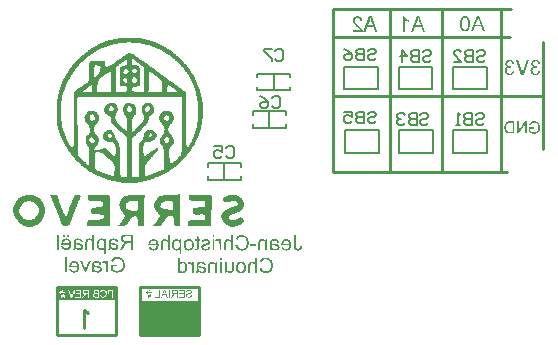
<source format=gbo>
G04*
G04 #@! TF.GenerationSoftware,Altium Limited,Altium Designer,22.11.1 (43)*
G04*
G04 Layer_Color=32896*
%FSLAX25Y25*%
%MOIN*%
G70*
G04*
G04 #@! TF.SameCoordinates,86DA71BE-ED10-4D6F-9541-DF3680A4200E*
G04*
G04*
G04 #@! TF.FilePolarity,Positive*
G04*
G01*
G75*
%ADD12C,0.00591*%
%ADD14C,0.00500*%
%ADD15C,0.01000*%
%ADD17C,0.00602*%
%ADD44R,0.19781X0.11614*%
G36*
X111317Y105734D02*
X111803Y105693D01*
X112207Y105653D01*
X112410Y105613D01*
X112733Y105532D01*
X113158Y105471D01*
X113320Y105430D01*
X113846Y105390D01*
X114534Y105269D01*
X114736Y105188D01*
X114959Y105127D01*
X115121Y105087D01*
X115505Y105026D01*
X115788Y104985D01*
X115950Y104945D01*
X116234Y104824D01*
X116294Y104763D01*
X116497Y104682D01*
X116760Y104621D01*
X116921Y104581D01*
X117205Y104459D01*
X117265Y104399D01*
X117468Y104318D01*
X117630Y104277D01*
X117893Y104217D01*
X118176Y104095D01*
X118257Y104055D01*
X118317Y103994D01*
X118702Y103852D01*
X118985Y103771D01*
X119066Y103691D01*
X119147Y103650D01*
X119208Y103589D01*
X119471Y103488D01*
X119633Y103448D01*
X119835Y103367D01*
X119916Y103286D01*
X120199Y103124D01*
X120482Y103043D01*
X120685Y102962D01*
X120826Y102821D01*
X121089Y102719D01*
X121372Y102598D01*
X121494Y102477D01*
X121777Y102315D01*
X121979Y102234D01*
X122060Y102193D01*
X122182Y102072D01*
X122546Y101870D01*
X122627Y101829D01*
X122789Y101667D01*
X123153Y101465D01*
X123234Y101425D01*
X123355Y101303D01*
X123638Y101101D01*
X123720Y101060D01*
X123861Y100919D01*
X124084Y100737D01*
X124165Y100696D01*
X124306Y100555D01*
X124529Y100372D01*
X124610Y100332D01*
X124853Y100089D01*
X125055Y99968D01*
X125338Y99685D01*
X125419Y99644D01*
X125500Y99563D01*
X125581Y99523D01*
X125945Y99159D01*
X126026Y99118D01*
X126168Y98976D01*
X126208Y98896D01*
X126269Y98835D01*
X126350Y98794D01*
X126572Y98572D01*
X126613Y98491D01*
X126673Y98430D01*
X126754Y98390D01*
X126936Y98208D01*
X127038Y98066D01*
X127119Y98026D01*
X127341Y97803D01*
X127382Y97722D01*
X127483Y97621D01*
X127564Y97580D01*
X127665Y97479D01*
X127705Y97398D01*
X128069Y97034D01*
X128110Y96953D01*
X128231Y96832D01*
X128272Y96751D01*
X128474Y96549D01*
X128595Y96346D01*
X128717Y96225D01*
X129000Y95861D01*
X129041Y95780D01*
X129243Y95577D01*
X129405Y95294D01*
X129506Y95193D01*
X129688Y94971D01*
X129850Y94687D01*
X129890Y94606D01*
X130052Y94444D01*
X130093Y94363D01*
X130214Y94080D01*
X130335Y93959D01*
X130497Y93676D01*
X130619Y93392D01*
X130659Y93311D01*
X130801Y93170D01*
X130922Y92846D01*
X130983Y92624D01*
X131064Y92543D01*
X131104Y92462D01*
X131185Y92381D01*
X131246Y92239D01*
X131307Y92017D01*
X131428Y91733D01*
X131468Y91652D01*
X131570Y91551D01*
X131671Y91288D01*
X131711Y91126D01*
X131792Y90924D01*
X131833Y90843D01*
X131934Y90742D01*
X132015Y90540D01*
X132075Y90317D01*
X132318Y89791D01*
X132419Y89528D01*
X132480Y89265D01*
X132561Y88982D01*
X132703Y88719D01*
X132783Y88516D01*
X132824Y88354D01*
X132885Y88091D01*
X132945Y87869D01*
X133026Y87667D01*
X133148Y87343D01*
X133208Y87080D01*
X133249Y86918D01*
X133289Y86635D01*
X133350Y86412D01*
X133512Y86008D01*
X133552Y85846D01*
X133593Y85603D01*
X133633Y85117D01*
X133674Y84794D01*
X133755Y84389D01*
X133795Y84227D01*
X133856Y84005D01*
X133896Y83883D01*
X133957Y83013D01*
X134018Y81415D01*
Y81375D01*
X133997Y80626D01*
X133957Y79533D01*
X133916Y79210D01*
X133876Y78967D01*
X133835Y78764D01*
X133674Y77793D01*
X133613Y77328D01*
X133532Y76842D01*
X133350Y76256D01*
X133309Y76094D01*
X133269Y75892D01*
X133208Y75507D01*
X133168Y75345D01*
X132945Y74840D01*
X132804Y74212D01*
X132622Y73787D01*
X132500Y73464D01*
X132460Y73261D01*
X132399Y72998D01*
X132197Y72715D01*
X132096Y72452D01*
X132035Y72229D01*
X131934Y72007D01*
X131731Y71683D01*
X131691Y71521D01*
X131630Y71258D01*
X131468Y71016D01*
X131367Y70874D01*
X131226Y70490D01*
X131104Y70368D01*
X130902Y70004D01*
X130821Y69802D01*
X130700Y69680D01*
X130558Y69458D01*
X130457Y69195D01*
X130396Y69134D01*
X130214Y68911D01*
X130174Y68831D01*
X130052Y68547D01*
X129951Y68446D01*
X129870Y68406D01*
X129688Y68062D01*
X129627Y68001D01*
X129445Y67778D01*
X129283Y67495D01*
X129081Y67293D01*
X128919Y67010D01*
X128757Y66848D01*
X128555Y66565D01*
X128515Y66484D01*
X128231Y66200D01*
X128191Y66119D01*
X127827Y65755D01*
X127786Y65674D01*
X127422Y65310D01*
X127382Y65229D01*
X127017Y64865D01*
X126977Y64784D01*
X126835Y64643D01*
X126754Y64602D01*
X126653Y64501D01*
X126613Y64420D01*
X126491Y64298D01*
X126249Y64137D01*
X126208Y64056D01*
X126107Y63955D01*
X126026Y63914D01*
X125945Y63833D01*
X125864Y63793D01*
X125581Y63510D01*
X125500Y63469D01*
X125176Y63145D01*
X125095Y63105D01*
X125014Y63024D01*
X124933Y62984D01*
X124812Y62862D01*
X124448Y62579D01*
X124367Y62538D01*
X124306Y62478D01*
X124266Y62397D01*
X123962Y62215D01*
X123881Y62174D01*
X123720Y62012D01*
X123355Y61810D01*
X123234Y61689D01*
X122951Y61486D01*
X122870Y61446D01*
X122708Y61284D01*
X122182Y61001D01*
X122101Y60960D01*
X121959Y60819D01*
X121696Y60717D01*
X121494Y60637D01*
X121372Y60515D01*
X121292Y60475D01*
X121231Y60414D01*
X121029Y60333D01*
X120806Y60272D01*
X120745Y60212D01*
X120523Y60030D01*
X120199Y59908D01*
X120037Y59868D01*
X119754Y59665D01*
X119430Y59544D01*
X119147Y59463D01*
X118904Y59301D01*
X118763Y59241D01*
X118601Y59200D01*
X118338Y59139D01*
X118176Y59099D01*
X117751Y58876D01*
X117124Y58735D01*
X116658Y58512D01*
X116456Y58431D01*
X116213Y58391D01*
X115869Y58330D01*
X115667Y58249D01*
X115323Y58108D01*
X115161Y58067D01*
X114817Y58006D01*
X114332Y57925D01*
X114170Y57885D01*
X113705Y57743D01*
X113401Y57683D01*
X113239Y57642D01*
X112835Y57602D01*
X112551Y57561D01*
X112390Y57521D01*
X112106Y57440D01*
X111985Y57399D01*
X111499Y57359D01*
X111378Y57319D01*
X110245Y57278D01*
X110124Y57237D01*
X108404Y57258D01*
X107716Y57298D01*
X106967Y57359D01*
X106805Y57399D01*
X106522Y57440D01*
X106320Y57521D01*
X106077Y57561D01*
X105915Y57602D01*
X105227Y57683D01*
X104904Y57764D01*
X104560Y57865D01*
X104236Y57946D01*
X104034Y57986D01*
X103710Y58027D01*
X103467Y58067D01*
X103305Y58108D01*
X103103Y58188D01*
X102779Y58310D01*
X102617Y58350D01*
X102273Y58411D01*
X101990Y58492D01*
X101727Y58634D01*
X101525Y58714D01*
X101363Y58755D01*
X101019Y58816D01*
X100817Y58897D01*
X100473Y59079D01*
X100311Y59119D01*
X100048Y59180D01*
X99886Y59220D01*
X99684Y59301D01*
X99603Y59342D01*
X99502Y59443D01*
X99299Y59524D01*
X99036Y59584D01*
X98834Y59665D01*
X98753Y59746D01*
X98470Y59908D01*
X98308Y59949D01*
X98025Y60070D01*
X97843Y60252D01*
X97580Y60353D01*
X97357Y60454D01*
X97135Y60637D01*
X96993Y60697D01*
X96770Y60758D01*
X96487Y60960D01*
X96285Y61082D01*
X96082Y61163D01*
X95880Y61365D01*
X95597Y61527D01*
X95354Y61769D01*
X95071Y61931D01*
X94990Y61972D01*
X94828Y62134D01*
X94545Y62336D01*
X94464Y62376D01*
X94241Y62599D01*
X93998Y62761D01*
X93958Y62842D01*
X93735Y63024D01*
X93655Y63064D01*
X93331Y63388D01*
X93250Y63429D01*
X92926Y63752D01*
X92845Y63793D01*
X92481Y64157D01*
X92400Y64197D01*
X91733Y64865D01*
X91692Y64946D01*
X91328Y65310D01*
X91287Y65391D01*
X91206Y65472D01*
X91166Y65553D01*
X91105Y65614D01*
X90964Y65715D01*
X90923Y65796D01*
X90842Y65877D01*
X90802Y65958D01*
X90518Y66241D01*
X90478Y66322D01*
X90276Y66524D01*
X90073Y66807D01*
X90033Y66888D01*
X89831Y67091D01*
X89669Y67374D01*
X89588Y67455D01*
X89547Y67536D01*
X89467Y67576D01*
X89264Y67940D01*
X89062Y68143D01*
X88859Y68507D01*
X88698Y68669D01*
X88455Y69114D01*
X88414Y69195D01*
X88293Y69316D01*
X88050Y69761D01*
X88010Y69842D01*
X87929Y69923D01*
X87828Y70065D01*
X87686Y70449D01*
X87605Y70530D01*
X87565Y70611D01*
X87463Y70712D01*
X87322Y71096D01*
X87241Y71299D01*
X87099Y71441D01*
X86958Y71825D01*
X86836Y72108D01*
X86634Y72472D01*
X86553Y72796D01*
X86290Y73302D01*
X86189Y73727D01*
X86108Y74010D01*
X85926Y74354D01*
X85784Y74981D01*
X85744Y75143D01*
X85643Y75406D01*
X85562Y75608D01*
X85481Y76013D01*
X85380Y77004D01*
X85339Y77166D01*
X85278Y77712D01*
X85238Y77955D01*
X85177Y78380D01*
X85137Y78501D01*
X85096Y81617D01*
X85137Y82507D01*
X85177Y83034D01*
X85218Y83438D01*
X85278Y83984D01*
X85359Y84510D01*
X85461Y85785D01*
X85501Y85947D01*
X85541Y86230D01*
X85643Y86574D01*
X85683Y86736D01*
X85784Y87201D01*
X85865Y87768D01*
X85946Y88051D01*
X86148Y88577D01*
X86229Y88901D01*
X86270Y89184D01*
X86452Y89487D01*
X86533Y89690D01*
X86634Y90115D01*
X86735Y90337D01*
X86897Y90580D01*
X86998Y90843D01*
X87079Y91126D01*
X87281Y91410D01*
X87362Y91612D01*
X87403Y91774D01*
X87484Y91976D01*
X87565Y92057D01*
X87726Y92340D01*
X87848Y92745D01*
X87969Y92866D01*
X88131Y93150D01*
X88212Y93352D01*
X88253Y93433D01*
X88374Y93554D01*
X88516Y93777D01*
X88576Y93999D01*
X88779Y94202D01*
X89021Y94647D01*
X89183Y94809D01*
X89385Y95173D01*
X89588Y95375D01*
X89709Y95577D01*
X89952Y95820D01*
X90154Y96184D01*
X90397Y96427D01*
X90559Y96710D01*
X90620Y96771D01*
X90701Y96812D01*
X90923Y97115D01*
X90964Y97196D01*
X91065Y97257D01*
X91247Y97479D01*
X91287Y97560D01*
X91388Y97661D01*
X91469Y97702D01*
X91530Y97763D01*
X91571Y97843D01*
X91975Y98248D01*
X92016Y98329D01*
X92157Y98471D01*
X92238Y98511D01*
X92299Y98572D01*
X92339Y98653D01*
X92481Y98794D01*
X92562Y98835D01*
X92886Y99159D01*
X92967Y99199D01*
X93331Y99563D01*
X93412Y99604D01*
X93735Y99927D01*
X93816Y99968D01*
X94100Y100251D01*
X94302Y100372D01*
X94585Y100656D01*
X94868Y100818D01*
X94929Y100878D01*
X95152Y101060D01*
X95496Y101283D01*
X95536Y101364D01*
X95637Y101425D01*
X95920Y101586D01*
X96123Y101789D01*
X96487Y101991D01*
X96588Y102092D01*
X96811Y102274D01*
X96892Y102315D01*
X97175Y102436D01*
X97256Y102517D01*
X97478Y102659D01*
X97863Y102800D01*
X98045Y102982D01*
X98308Y103084D01*
X98672Y103245D01*
X98955Y103448D01*
X99117Y103488D01*
X99319Y103569D01*
X99603Y103771D01*
X99805Y103852D01*
X99967Y103893D01*
X100331Y104055D01*
X100614Y104217D01*
X100776Y104257D01*
X101059Y104338D01*
X101322Y104480D01*
X101646Y104601D01*
X101950Y104662D01*
X102111Y104702D01*
X102334Y104763D01*
X102739Y104925D01*
X103710Y105087D01*
X103912Y105127D01*
X104398Y105248D01*
X104600Y105289D01*
X105086Y105370D01*
X106097Y105451D01*
X106542Y105491D01*
X107129Y105552D01*
X107250Y105592D01*
X107776Y105633D01*
X107898Y105673D01*
X109152Y105714D01*
X109274Y105754D01*
X111317Y105734D01*
D02*
G37*
G36*
X92967Y53312D02*
X93048Y53232D01*
X93129Y53029D01*
X93108Y52847D01*
X92886Y52422D01*
X92845Y52220D01*
X92785Y51957D01*
X92602Y51653D01*
X92461Y51269D01*
X92420Y51107D01*
X92299Y50824D01*
X92259Y50743D01*
X92198Y50682D01*
X92097Y50419D01*
X92016Y50096D01*
X91813Y49650D01*
X91712Y49387D01*
X91672Y49185D01*
X91611Y48963D01*
X91409Y48679D01*
X91328Y48477D01*
X91206Y47991D01*
X90984Y47567D01*
X90883Y47142D01*
X90761Y46858D01*
X90721Y46777D01*
X90660Y46717D01*
X90539Y46393D01*
X90478Y46090D01*
X90215Y45584D01*
X90114Y45159D01*
X90073Y44997D01*
X89992Y44795D01*
X89952Y44714D01*
X89891Y44653D01*
X89810Y44451D01*
X89709Y43986D01*
X89628Y43783D01*
X89547Y43702D01*
X89345Y43338D01*
X89204Y43196D01*
X89122Y43156D01*
X89062Y43095D01*
X88839Y42913D01*
X87828Y42873D01*
X87544Y42913D01*
X87261Y43196D01*
X87180Y43237D01*
X86998Y43500D01*
X86958Y43662D01*
X86755Y43945D01*
X86634Y44147D01*
X86553Y44471D01*
X86351Y44916D01*
X86229Y45240D01*
X86148Y45564D01*
X86027Y45847D01*
X85966Y45908D01*
X85885Y46110D01*
X85845Y46272D01*
X85784Y46575D01*
X85683Y46838D01*
X85521Y47081D01*
X85420Y47506D01*
X85137Y48113D01*
X85056Y48315D01*
X85015Y48558D01*
X84894Y48841D01*
X84692Y49205D01*
X84651Y49367D01*
X84570Y49650D01*
X84368Y49974D01*
X84307Y50116D01*
X84267Y50278D01*
X84206Y50500D01*
X84044Y50743D01*
X83943Y50885D01*
X83882Y51107D01*
X83721Y51471D01*
X83680Y51552D01*
X83599Y51633D01*
X83478Y51957D01*
X83437Y52119D01*
X83316Y52321D01*
X83174Y52544D01*
X83114Y52766D01*
X82932Y53070D01*
X82911Y53090D01*
Y53211D01*
X83053Y53353D01*
X84752Y53393D01*
X84914Y53353D01*
X85117Y53272D01*
X85198Y53232D01*
X85339Y53090D01*
X85380Y53009D01*
X85461Y52928D01*
X85541Y52402D01*
X85764Y51896D01*
X85906Y51269D01*
X85987Y51067D01*
X86169Y50723D01*
X86229Y50460D01*
X86351Y50055D01*
X86513Y49812D01*
X86614Y49549D01*
X86674Y49286D01*
X86755Y49084D01*
X86958Y48760D01*
X86998Y48518D01*
X87160Y48153D01*
X87200Y48072D01*
X87281Y47991D01*
X87403Y47668D01*
X87524Y47263D01*
X87605Y47182D01*
X87646Y47101D01*
X87706Y47041D01*
X87807Y46777D01*
X87929Y46494D01*
X87969Y46413D01*
X88192Y46231D01*
X88394Y46191D01*
X88475Y46312D01*
X88536Y46697D01*
X88576Y46858D01*
X88799Y47364D01*
X88900Y47627D01*
X88981Y47951D01*
X89143Y48315D01*
X89284Y48700D01*
X89385Y49165D01*
X89568Y49468D01*
X89669Y49731D01*
X89790Y50217D01*
X89972Y50520D01*
X90053Y50723D01*
X90114Y51026D01*
X90195Y51229D01*
X90357Y51471D01*
X90417Y51613D01*
X90518Y52038D01*
X90620Y52260D01*
X90822Y52584D01*
X90923Y52847D01*
X91065Y52989D01*
X91146Y53029D01*
X91287Y53171D01*
X91510Y53353D01*
X92643Y53393D01*
X92967Y53312D01*
D02*
G37*
G36*
X135899Y53353D02*
X136021Y53312D01*
X136243Y53333D01*
X136506Y53312D01*
X136668Y53272D01*
X136971Y52969D01*
X137012Y52645D01*
X136891Y52362D01*
X136850Y51755D01*
X136810Y51633D01*
X136769Y48396D01*
X136729Y48275D01*
X136749Y43277D01*
X136729Y43014D01*
X136628Y42913D01*
X136486Y42853D01*
X129749Y42873D01*
X129344Y42832D01*
X129061Y42873D01*
X128960Y42974D01*
X128919Y44188D01*
X129000Y44390D01*
X129041Y44471D01*
X129162Y44552D01*
X129385Y44734D01*
X129465Y44774D01*
X129587Y44815D01*
X133067Y44855D01*
X134078Y44896D01*
X134240Y44936D01*
X134442Y45058D01*
X134523Y45098D01*
X134705Y45280D01*
X134746Y46171D01*
X134705Y46332D01*
X134584Y46454D01*
X134260Y46656D01*
X133957Y46717D01*
X133835Y46757D01*
X131752Y46737D01*
X131246Y46757D01*
X130963Y46838D01*
X130679Y47041D01*
X130497Y47263D01*
X130457Y47991D01*
X130497Y48518D01*
X130578Y48720D01*
X130760Y48861D01*
X131044Y49064D01*
X133755Y49104D01*
X134240Y49185D01*
X134523Y49387D01*
X134604Y49428D01*
X134705Y49569D01*
X134746Y51269D01*
X134645Y51370D01*
X131650Y51411D01*
X130356D01*
X129951Y51451D01*
X129749Y51532D01*
X129668Y51573D01*
X129587Y51653D01*
X129506Y51694D01*
X129364Y51876D01*
X129324Y52685D01*
X129283Y52969D01*
X129324Y53252D01*
X129425Y53353D01*
X134888Y53393D01*
X135899Y53353D01*
D02*
G37*
G36*
X126107Y53434D02*
X126208Y53333D01*
X126249Y43014D01*
X126147Y42913D01*
X126006Y42853D01*
X124933Y42873D01*
X124650Y42954D01*
X124509Y43095D01*
X124306Y43378D01*
X124266Y44714D01*
X124225Y45240D01*
X124185Y45523D01*
X124144Y45685D01*
X123983Y45928D01*
X123821Y46211D01*
X123679Y46312D01*
X123396Y46353D01*
X122870Y46312D01*
X122505Y46150D01*
X122060Y45908D01*
X121919Y45766D01*
X121878Y45685D01*
X121818Y45665D01*
X121737Y45584D01*
X121656Y45543D01*
X121555Y45442D01*
X121514Y45361D01*
X121352Y45199D01*
X121150Y44916D01*
X121109Y44835D01*
X120948Y44673D01*
X120786Y44390D01*
X120745Y44228D01*
X120624Y44107D01*
X120422Y43824D01*
X120381Y43743D01*
X120098Y43459D01*
X120057Y43378D01*
X119997Y43318D01*
X119916Y43277D01*
X119552Y42913D01*
X119410Y42853D01*
X117650Y42873D01*
X117488Y42913D01*
X117387Y43055D01*
X117427Y43176D01*
X117488Y43237D01*
X117670Y43459D01*
X117710Y43540D01*
X117771Y43601D01*
X117953Y43824D01*
X118156Y44188D01*
X118196Y44269D01*
X118317Y44390D01*
X118520Y44754D01*
X118722Y44957D01*
X118924Y45321D01*
X118965Y45402D01*
X119086Y45523D01*
X119289Y45887D01*
X119531Y46130D01*
X119572Y46454D01*
X119471Y46636D01*
X119390Y46676D01*
X119208Y46899D01*
X119167Y46980D01*
X118924Y47223D01*
X118904Y47243D01*
X118884Y47263D01*
X118843Y47344D01*
X118763Y47425D01*
X118722Y47506D01*
X118661Y47526D01*
X118601Y47587D01*
X118358Y48032D01*
X118237Y48153D01*
X118075Y48436D01*
X118034Y48598D01*
X117751Y49205D01*
X117710Y50257D01*
X117751Y50541D01*
X117791Y50703D01*
X117933Y50966D01*
X118034Y51229D01*
X118156Y51512D01*
X118277Y51633D01*
X118479Y51997D01*
X118621Y52139D01*
X118763Y52240D01*
X118803Y52321D01*
X118924Y52443D01*
X119147Y52625D01*
X119228Y52665D01*
X119390Y52827D01*
X119531Y52928D01*
X119976Y53009D01*
X120300Y53049D01*
X120543Y53090D01*
X121029Y53211D01*
X121514Y53292D01*
X123011Y53333D01*
X124893Y53393D01*
X125945Y53474D01*
X126107Y53434D01*
D02*
G37*
G36*
X114210Y53353D02*
X114413Y53272D01*
X114473Y53211D01*
X114514Y52888D01*
X114473Y52604D01*
X114392Y52402D01*
X114352Y51916D01*
X114312Y51795D01*
X114271Y50419D01*
X114231Y50298D01*
X114190Y43783D01*
X114231Y43257D01*
X114190Y42974D01*
X113988Y42853D01*
X112916Y42873D01*
X112632Y42954D01*
X112572Y43014D01*
X112288Y43378D01*
X112248Y43540D01*
X112207Y43824D01*
X112167Y44592D01*
Y44633D01*
X112106Y45139D01*
X112066Y45301D01*
X111924Y45685D01*
X111843Y45887D01*
X111783Y45948D01*
X111418Y46231D01*
X111054Y46272D01*
X110609Y46069D01*
X110306Y45887D01*
X110265Y45806D01*
X110022Y45604D01*
X109982Y45523D01*
X109901Y45442D01*
X109861Y45361D01*
X109699Y45199D01*
X109496Y44835D01*
X109334Y44673D01*
X109092Y44228D01*
X108889Y44026D01*
X108728Y43743D01*
X108566Y43581D01*
X108525Y43500D01*
X108262Y43237D01*
X108181Y43196D01*
X108080Y43095D01*
X107858Y42913D01*
X106239Y42873D01*
X106117Y42832D01*
X105794Y42873D01*
X105733Y42933D01*
X105693Y43176D01*
X105834Y43318D01*
X105915Y43358D01*
X106097Y43662D01*
X106158Y43723D01*
X106340Y43945D01*
X106502Y44228D01*
X106542Y44309D01*
X106603Y44329D01*
X106826Y44673D01*
X106866Y44754D01*
X107028Y44916D01*
X107230Y45280D01*
X107433Y45483D01*
X107635Y45847D01*
X107918Y46130D01*
X107959Y46413D01*
X107878Y46616D01*
X107736Y46717D01*
X107554Y46939D01*
X107513Y47020D01*
X107453Y47081D01*
X107372Y47122D01*
X107190Y47344D01*
X107149Y47425D01*
X106947Y47627D01*
X106684Y48093D01*
X106502Y48315D01*
X106340Y48760D01*
X106097Y49286D01*
X106057Y50257D01*
X106097Y50541D01*
X106340Y51067D01*
X106380Y51229D01*
X106502Y51512D01*
X106563Y51573D01*
X106745Y51795D01*
X106826Y51997D01*
X106967Y52139D01*
X107048Y52179D01*
X107190Y52321D01*
X107230Y52402D01*
X107291Y52463D01*
X107493Y52584D01*
X107696Y52786D01*
X107776Y52827D01*
X107837Y52888D01*
X108040Y52969D01*
X108545Y53029D01*
X108707Y53070D01*
X108991Y53110D01*
X109213Y53171D01*
X109517Y53232D01*
X109638Y53272D01*
X111216Y53312D01*
X111337Y53353D01*
X113806Y53393D01*
X114210Y53353D01*
D02*
G37*
G36*
X102516D02*
X102638Y53312D01*
X102718Y53272D01*
X102799Y53070D01*
X102779Y47142D01*
Y47101D01*
Y43419D01*
X102820Y43298D01*
X102779Y43055D01*
X102678Y42954D01*
X102536Y42893D01*
X102294Y42853D01*
X97296Y42873D01*
X95799Y42913D01*
X95637Y42954D01*
X95556Y43035D01*
X95475Y43075D01*
X95354Y43196D01*
X95273Y43237D01*
X95172Y43378D01*
X95131Y44107D01*
X95212Y44390D01*
X95455Y44633D01*
X95678Y44815D01*
X96608Y44855D01*
X96730Y44896D01*
X98874Y44936D01*
X99158Y44977D01*
X99643Y45098D01*
X99765Y45139D01*
X100210Y45179D01*
X100493Y45220D01*
X100655Y45382D01*
X100898Y45786D01*
X100958Y46049D01*
X100877Y46373D01*
X100776Y46474D01*
X100412Y46676D01*
X100028Y46737D01*
X99664Y46777D01*
X97964Y46818D01*
X97660Y46879D01*
X97256Y46919D01*
X96750Y47142D01*
X96588Y47425D01*
X96507Y47627D01*
X96467Y47951D01*
X96548Y48234D01*
X96588Y48396D01*
X96669Y48598D01*
X96710Y48679D01*
X97276Y49003D01*
X97438Y49044D01*
X98672Y49104D01*
X98794Y49145D01*
X99562Y49185D01*
X99967Y49226D01*
X100412Y49428D01*
X100594Y49610D01*
X100635Y49691D01*
X100715Y49893D01*
X100756Y50419D01*
X100715Y50581D01*
X100635Y50864D01*
X100493Y51006D01*
X100351Y51067D01*
X99906Y51107D01*
X99744Y51148D01*
X99542Y51188D01*
X97094Y51168D01*
X96811Y51208D01*
X96608Y51289D01*
X96163Y51330D01*
X95961Y51411D01*
X95860Y51552D01*
X95819Y51633D01*
X95617Y51916D01*
X95577Y52159D01*
X95536Y52564D01*
X95496Y53090D01*
X95536Y53252D01*
X95637Y53353D01*
X102354Y53393D01*
X102516Y53353D01*
D02*
G37*
G36*
X144801D02*
X144963Y53312D01*
X145469Y53049D01*
X145692Y52989D01*
X145894Y52908D01*
X146096Y52706D01*
X146299Y52584D01*
X146622Y52260D01*
X146703Y52220D01*
X146764Y52159D01*
X146804Y52078D01*
X147088Y51795D01*
X147371Y51269D01*
X147533Y50986D01*
X147573Y50379D01*
X147614Y50257D01*
X147573Y49650D01*
X147533Y49489D01*
X147290Y48963D01*
X147169Y48679D01*
X146926Y48436D01*
X146420Y48052D01*
X146218Y47931D01*
X145773Y47728D01*
X145550Y47587D01*
X145327Y47526D01*
X144963Y47364D01*
X144599Y47162D01*
X144316Y47081D01*
X144154Y47041D01*
X143911Y46879D01*
X143770Y46818D01*
X143547Y46757D01*
X143385Y46717D01*
X143183Y46636D01*
X143102Y46595D01*
X143021Y46514D01*
X142738Y46353D01*
X142637Y46251D01*
X142475Y45968D01*
X142434Y45685D01*
X142515Y45402D01*
X142616Y45301D01*
X142900Y45139D01*
X143061Y45098D01*
X143345Y44977D01*
X144113Y44936D01*
X144397Y44977D01*
X144619Y45078D01*
X144822Y45159D01*
X145085Y45220D01*
X145368Y45301D01*
X145651Y45503D01*
X145793Y45564D01*
X146015Y45624D01*
X146379Y45786D01*
X146622Y45827D01*
X146744Y45786D01*
X146825Y45746D01*
X146906Y45665D01*
X146986Y45624D01*
X147047Y45564D01*
X147148Y45422D01*
X147249Y45159D01*
X147492Y44633D01*
X147533Y44390D01*
X147452Y44188D01*
X147391Y44127D01*
X147310Y44087D01*
X147209Y43986D01*
X147169Y43905D01*
X147067Y43803D01*
X146784Y43641D01*
X146157Y43298D01*
X145894Y43237D01*
X145732Y43196D01*
X145226Y42933D01*
X145024Y42893D01*
X144640Y42832D01*
X144478Y42792D01*
X144134Y42691D01*
X143830Y42630D01*
X143547Y42670D01*
X143223Y42751D01*
X143001Y42812D01*
X142697Y42873D01*
X142414Y42994D01*
X142333Y43035D01*
X142232Y43136D01*
X141848Y43277D01*
X141605Y43520D01*
X141524Y43561D01*
X141160Y43925D01*
X141079Y43965D01*
X140978Y44066D01*
X140937Y44147D01*
X140694Y44390D01*
X140492Y44754D01*
X140431Y44815D01*
X140229Y45139D01*
X140188Y45341D01*
X140148Y45584D01*
X140087Y45847D01*
X140047Y45968D01*
X140067Y46474D01*
X140108Y46636D01*
X140168Y46858D01*
X140249Y47061D01*
X140290Y47142D01*
X140492Y47344D01*
X140532Y47425D01*
X140896Y47789D01*
X141119Y47971D01*
X141200Y48012D01*
X141362Y48173D01*
X141807Y48416D01*
X141928Y48538D01*
X142212Y48700D01*
X142535Y48781D01*
X142738Y48861D01*
X142839Y48963D01*
X143041Y49044D01*
X143507Y49145D01*
X143668Y49185D01*
X143871Y49266D01*
X143952Y49306D01*
X144012Y49367D01*
X144215Y49448D01*
X144377Y49489D01*
X144640Y49549D01*
X144943Y49731D01*
X144963Y49752D01*
X145368Y49954D01*
X145510Y50096D01*
X145550Y50298D01*
X145469Y50500D01*
X145348Y50622D01*
X145226Y50824D01*
X145085Y50966D01*
X145004Y51006D01*
X144761Y51168D01*
X144478Y51330D01*
X143729Y51310D01*
X143486Y51269D01*
X143324Y51229D01*
X142920Y51067D01*
X142576Y51006D01*
X142414Y50966D01*
X142191Y50905D01*
X141928Y50804D01*
X141807Y50763D01*
X141524Y50804D01*
X141119Y50925D01*
X140735Y51310D01*
X140694Y51390D01*
X140633Y51451D01*
X140512Y51775D01*
X140472Y51937D01*
X140492Y52078D01*
X140613Y52362D01*
X140775Y52523D01*
X141038Y52625D01*
X141261Y52726D01*
X141483Y52908D01*
X141807Y53029D01*
X142313Y53252D01*
X142535Y53312D01*
X142657Y53353D01*
X144154Y53393D01*
X144801Y53353D01*
D02*
G37*
G36*
X76943D02*
X77105Y53312D01*
X77388Y53232D01*
X77732Y53090D01*
X77894Y53049D01*
X78157Y52989D01*
X78359Y52908D01*
X78521Y52746D01*
X78966Y52503D01*
X79047Y52463D01*
X79128Y52382D01*
X79411Y52179D01*
X79492Y52139D01*
X79593Y52038D01*
X79634Y51957D01*
X79735Y51856D01*
X79816Y51815D01*
X79876Y51755D01*
X80079Y51471D01*
X80119Y51390D01*
X80281Y51229D01*
X80564Y50703D01*
X80605Y50622D01*
X80706Y50520D01*
X80807Y50257D01*
X80848Y50096D01*
X80928Y49812D01*
X81090Y49408D01*
X81131Y49286D01*
X81171Y47749D01*
X81131Y47223D01*
X81050Y46899D01*
X80989Y46717D01*
X80868Y46393D01*
X80807Y46130D01*
X80726Y45847D01*
X80645Y45766D01*
X80443Y45402D01*
X80402Y45240D01*
X80322Y45038D01*
X80160Y44876D01*
X79998Y44592D01*
X79674Y44269D01*
X79634Y44188D01*
X79492Y44046D01*
X79350Y43945D01*
X79310Y43864D01*
X79168Y43723D01*
X78885Y43561D01*
X78764Y43439D01*
X78683Y43399D01*
X78622Y43338D01*
X78359Y43237D01*
X78076Y43115D01*
X77934Y42974D01*
X77671Y42873D01*
X77509Y42832D01*
X77226Y42792D01*
X77064Y42751D01*
X76862Y42670D01*
X76457Y42630D01*
X76336Y42590D01*
X75891Y42549D01*
X75608Y42630D01*
X75405Y42711D01*
X75243Y42751D01*
X75021Y42812D01*
X74636Y42873D01*
X74475Y42913D01*
X74191Y43035D01*
X73908Y43196D01*
X73625Y43318D01*
X73463Y43480D01*
X73180Y43641D01*
X73038Y43783D01*
X72937Y43925D01*
X72856Y43965D01*
X72289Y44532D01*
X72127Y44774D01*
X72047Y44815D01*
X71784Y45199D01*
X71743Y45280D01*
X71622Y45402D01*
X71480Y45624D01*
X71379Y45887D01*
X71156Y46191D01*
X71055Y46454D01*
X71015Y46737D01*
X70792Y47243D01*
X70752Y47445D01*
X70691Y48072D01*
Y48113D01*
Y48598D01*
X70732Y49125D01*
X70772Y49408D01*
X70995Y49873D01*
X71096Y50338D01*
X71298Y50622D01*
X71460Y50905D01*
X71541Y51107D01*
X71622Y51188D01*
X71905Y51552D01*
X71946Y51633D01*
X72006Y51694D01*
X72087Y51734D01*
X72188Y51836D01*
X72229Y51916D01*
X72411Y52099D01*
X72694Y52260D01*
X72896Y52463D01*
X73180Y52625D01*
X73544Y52786D01*
X73766Y52928D01*
X74029Y52989D01*
X74353Y53070D01*
X74576Y53171D01*
X74778Y53252D01*
X75001Y53312D01*
X75122Y53353D01*
X76660Y53393D01*
X76943Y53353D01*
D02*
G37*
G36*
X185541Y112806D02*
X185665Y112799D01*
X185781Y112777D01*
X185891Y112755D01*
X185993Y112726D01*
X186087Y112697D01*
X186175Y112660D01*
X186255Y112624D01*
X186328Y112587D01*
X186386Y112551D01*
X186437Y112522D01*
X186481Y112493D01*
X186518Y112471D01*
X186539Y112449D01*
X186554Y112442D01*
X186561Y112434D01*
X186634Y112362D01*
X186700Y112281D01*
X186765Y112194D01*
X186816Y112106D01*
X186904Y111931D01*
X186962Y111756D01*
X186984Y111676D01*
X187006Y111596D01*
X187021Y111530D01*
X187035Y111472D01*
X187042Y111421D01*
Y111385D01*
X187050Y111363D01*
Y111355D01*
X186416Y111290D01*
X186401Y111458D01*
X186372Y111603D01*
X186328Y111735D01*
X186277Y111837D01*
X186233Y111924D01*
X186189Y111982D01*
X186160Y112019D01*
X186146Y112033D01*
X186036Y112121D01*
X185920Y112187D01*
X185796Y112238D01*
X185686Y112267D01*
X185584Y112289D01*
X185497Y112296D01*
X185468Y112303D01*
X185424D01*
X185271Y112296D01*
X185132Y112267D01*
X185016Y112223D01*
X184914Y112179D01*
X184834Y112128D01*
X184783Y112092D01*
X184746Y112063D01*
X184731Y112048D01*
X184644Y111946D01*
X184578Y111844D01*
X184527Y111742D01*
X184498Y111640D01*
X184476Y111560D01*
X184469Y111487D01*
X184462Y111443D01*
Y111436D01*
Y111428D01*
X184476Y111297D01*
X184505Y111159D01*
X184556Y111035D01*
X184608Y110918D01*
X184666Y110823D01*
X184717Y110743D01*
X184731Y110714D01*
X184746Y110692D01*
X184761Y110685D01*
Y110678D01*
X184819Y110597D01*
X184892Y110517D01*
X184972Y110430D01*
X185059Y110342D01*
X185242Y110167D01*
X185424Y109992D01*
X185519Y109912D01*
X185599Y109839D01*
X185679Y109774D01*
X185745Y109715D01*
X185796Y109671D01*
X185839Y109635D01*
X185869Y109613D01*
X185876Y109606D01*
X186058Y109453D01*
X186226Y109307D01*
X186364Y109176D01*
X186474Y109066D01*
X186568Y108972D01*
X186634Y108906D01*
X186671Y108862D01*
X186685Y108855D01*
Y108848D01*
X186787Y108724D01*
X186867Y108607D01*
X186940Y108491D01*
X186999Y108388D01*
X187042Y108301D01*
X187072Y108235D01*
X187086Y108192D01*
X187093Y108184D01*
Y108177D01*
X187123Y108097D01*
X187137Y108024D01*
X187152Y107951D01*
X187159Y107885D01*
X187166Y107827D01*
Y107783D01*
Y107754D01*
Y107747D01*
X183820D01*
Y108345D01*
X186306D01*
X186219Y108469D01*
X186175Y108520D01*
X186138Y108571D01*
X186102Y108615D01*
X186073Y108644D01*
X186051Y108666D01*
X186044Y108673D01*
X186007Y108709D01*
X185963Y108746D01*
X185861Y108840D01*
X185745Y108950D01*
X185621Y109059D01*
X185504Y109154D01*
X185453Y109198D01*
X185409Y109241D01*
X185373Y109271D01*
X185344Y109292D01*
X185329Y109307D01*
X185322Y109314D01*
X185205Y109416D01*
X185089Y109511D01*
X184987Y109606D01*
X184892Y109686D01*
X184804Y109766D01*
X184731Y109839D01*
X184659Y109905D01*
X184600Y109963D01*
X184542Y110021D01*
X184498Y110065D01*
X184462Y110102D01*
X184425Y110138D01*
X184389Y110182D01*
X184374Y110196D01*
X184272Y110320D01*
X184185Y110430D01*
X184112Y110539D01*
X184054Y110626D01*
X184010Y110707D01*
X183981Y110765D01*
X183966Y110801D01*
X183959Y110816D01*
X183915Y110925D01*
X183886Y111035D01*
X183857Y111137D01*
X183842Y111224D01*
X183835Y111304D01*
X183827Y111363D01*
Y111399D01*
Y111414D01*
X183835Y111523D01*
X183849Y111625D01*
X183864Y111727D01*
X183893Y111815D01*
X183966Y111990D01*
X184039Y112128D01*
X184083Y112194D01*
X184119Y112245D01*
X184155Y112296D01*
X184192Y112332D01*
X184221Y112362D01*
X184236Y112391D01*
X184250Y112398D01*
X184258Y112405D01*
X184338Y112478D01*
X184425Y112544D01*
X184520Y112595D01*
X184615Y112638D01*
X184804Y112711D01*
X184994Y112762D01*
X185074Y112777D01*
X185154Y112792D01*
X185227Y112799D01*
X185285Y112806D01*
X185336Y112813D01*
X185409D01*
X185541Y112806D01*
D02*
G37*
G36*
X192080Y107747D02*
X191373D01*
X190826Y109278D01*
X188712D01*
X188121Y107747D01*
X187363D01*
X189426Y112792D01*
X190155D01*
X192080Y107747D01*
D02*
G37*
G36*
X241788Y73763D02*
X241275D01*
Y76929D01*
X239165Y73763D01*
X238611D01*
Y77797D01*
X239124D01*
Y74626D01*
X241240Y77797D01*
X241788D01*
Y73763D01*
D02*
G37*
G36*
X244505Y77856D02*
X244709Y77826D01*
X244802Y77809D01*
X244890Y77786D01*
X244971Y77768D01*
X245047Y77745D01*
X245117Y77722D01*
X245175Y77698D01*
X245228Y77675D01*
X245274Y77658D01*
X245309Y77640D01*
X245333Y77628D01*
X245350Y77622D01*
X245356Y77617D01*
X245438Y77564D01*
X245519Y77512D01*
X245659Y77389D01*
X245782Y77267D01*
X245881Y77139D01*
X245962Y77028D01*
X245992Y76981D01*
X246015Y76935D01*
X246038Y76900D01*
X246050Y76876D01*
X246056Y76859D01*
X246062Y76853D01*
X246143Y76661D01*
X246201Y76468D01*
X246248Y76282D01*
X246260Y76194D01*
X246277Y76113D01*
X246283Y76037D01*
X246295Y75973D01*
X246301Y75908D01*
Y75856D01*
X246306Y75815D01*
Y75786D01*
Y75763D01*
Y75757D01*
X246295Y75541D01*
X246266Y75337D01*
X246248Y75244D01*
X246231Y75156D01*
X246207Y75069D01*
X246184Y74993D01*
X246161Y74923D01*
X246137Y74865D01*
X246120Y74807D01*
X246102Y74766D01*
X246085Y74725D01*
X246073Y74702D01*
X246062Y74684D01*
Y74678D01*
X245957Y74509D01*
X245840Y74363D01*
X245718Y74235D01*
X245601Y74130D01*
X245490Y74049D01*
X245449Y74020D01*
X245409Y73990D01*
X245374Y73973D01*
X245350Y73955D01*
X245333Y73950D01*
X245327Y73944D01*
X245234Y73897D01*
X245140Y73862D01*
X244954Y73798D01*
X244773Y73757D01*
X244604Y73722D01*
X244528Y73716D01*
X244458Y73705D01*
X244394Y73699D01*
X244342D01*
X244301Y73693D01*
X244243D01*
X244079Y73699D01*
X243922Y73716D01*
X243776Y73746D01*
X243648Y73775D01*
X243596Y73786D01*
X243543Y73798D01*
X243496Y73816D01*
X243456Y73827D01*
X243426Y73839D01*
X243403Y73845D01*
X243391Y73851D01*
X243386D01*
X243228Y73915D01*
X243082Y73990D01*
X242943Y74072D01*
X242820Y74148D01*
X242768Y74183D01*
X242715Y74218D01*
X242674Y74247D01*
X242639Y74270D01*
X242610Y74294D01*
X242587Y74311D01*
X242575Y74317D01*
X242569Y74323D01*
Y75821D01*
X244283D01*
Y75343D01*
X243094D01*
Y74585D01*
X243164Y74527D01*
X243246Y74474D01*
X243333Y74428D01*
X243415Y74387D01*
X243485Y74352D01*
X243549Y74323D01*
X243572Y74311D01*
X243584Y74305D01*
X243596Y74299D01*
X243601D01*
X243724Y74259D01*
X243846Y74224D01*
X243957Y74200D01*
X244062Y74189D01*
X244149Y74177D01*
X244184D01*
X244219Y74171D01*
X244278D01*
X244423Y74177D01*
X244563Y74200D01*
X244691Y74229D01*
X244808Y74259D01*
X244901Y74294D01*
X244942Y74305D01*
X244971Y74317D01*
X245001Y74329D01*
X245018Y74340D01*
X245030Y74346D01*
X245036D01*
X245158Y74422D01*
X245269Y74503D01*
X245362Y74591D01*
X245438Y74678D01*
X245502Y74760D01*
X245543Y74824D01*
X245560Y74847D01*
X245566Y74865D01*
X245578Y74877D01*
Y74882D01*
X245636Y75028D01*
X245683Y75180D01*
X245712Y75331D01*
X245735Y75477D01*
X245741Y75541D01*
X245747Y75599D01*
X245753Y75658D01*
Y75704D01*
X245758Y75739D01*
Y75769D01*
Y75786D01*
Y75792D01*
X245753Y75955D01*
X245735Y76101D01*
X245712Y76241D01*
X245683Y76363D01*
X245671Y76416D01*
X245654Y76462D01*
X245642Y76503D01*
X245630Y76538D01*
X245619Y76567D01*
X245613Y76585D01*
X245607Y76596D01*
Y76602D01*
X245566Y76684D01*
X245525Y76760D01*
X245484Y76830D01*
X245444Y76888D01*
X245409Y76935D01*
X245379Y76975D01*
X245356Y76999D01*
X245350Y77004D01*
X245286Y77069D01*
X245216Y77127D01*
X245140Y77174D01*
X245071Y77220D01*
X245012Y77249D01*
X244966Y77279D01*
X244931Y77290D01*
X244919Y77296D01*
X244814Y77337D01*
X244709Y77366D01*
X244598Y77384D01*
X244499Y77401D01*
X244412Y77407D01*
X244377D01*
X244348Y77413D01*
X244283D01*
X244173Y77407D01*
X244068Y77395D01*
X243974Y77378D01*
X243893Y77360D01*
X243823Y77337D01*
X243770Y77319D01*
X243741Y77308D01*
X243730Y77302D01*
X243642Y77261D01*
X243566Y77214D01*
X243496Y77168D01*
X243444Y77121D01*
X243403Y77080D01*
X243368Y77051D01*
X243351Y77028D01*
X243345Y77022D01*
X243292Y76952D01*
X243251Y76870D01*
X243211Y76795D01*
X243176Y76713D01*
X243152Y76643D01*
X243135Y76591D01*
X243129Y76567D01*
X243123Y76550D01*
X243117Y76544D01*
Y76538D01*
X242634Y76666D01*
X242674Y76812D01*
X242727Y76940D01*
X242779Y77057D01*
X242826Y77150D01*
X242873Y77226D01*
X242908Y77279D01*
X242931Y77314D01*
X242943Y77325D01*
X243024Y77418D01*
X243112Y77494D01*
X243205Y77564D01*
X243292Y77622D01*
X243374Y77663D01*
X243438Y77698D01*
X243461Y77710D01*
X243479Y77716D01*
X243491Y77722D01*
X243496D01*
X243631Y77768D01*
X243770Y77803D01*
X243899Y77832D01*
X244021Y77850D01*
X244132Y77861D01*
X244179D01*
X244214Y77867D01*
X244400D01*
X244505Y77856D01*
D02*
G37*
G36*
X237713Y73763D02*
X236261D01*
X236127Y73769D01*
X236005Y73775D01*
X235894Y73786D01*
X235801Y73798D01*
X235719Y73810D01*
X235661Y73816D01*
X235643Y73821D01*
X235626Y73827D01*
X235614D01*
X235509Y73856D01*
X235416Y73891D01*
X235334Y73920D01*
X235264Y73955D01*
X235206Y73985D01*
X235165Y74008D01*
X235142Y74025D01*
X235130Y74031D01*
X235054Y74084D01*
X234990Y74148D01*
X234926Y74206D01*
X234874Y74264D01*
X234827Y74317D01*
X234792Y74358D01*
X234769Y74387D01*
X234763Y74398D01*
X234705Y74492D01*
X234646Y74591D01*
X234600Y74684D01*
X234565Y74777D01*
X234530Y74859D01*
X234507Y74923D01*
X234501Y74946D01*
X234495Y74964D01*
X234489Y74976D01*
Y74981D01*
X234454Y75121D01*
X234425Y75261D01*
X234407Y75395D01*
X234390Y75524D01*
X234384Y75634D01*
Y75681D01*
X234378Y75722D01*
Y75751D01*
Y75780D01*
Y75792D01*
Y75798D01*
X234384Y75996D01*
X234402Y76177D01*
X234431Y76340D01*
X234442Y76416D01*
X234460Y76480D01*
X234477Y76544D01*
X234489Y76596D01*
X234501Y76643D01*
X234518Y76684D01*
X234524Y76719D01*
X234536Y76742D01*
X234542Y76754D01*
Y76760D01*
X234606Y76911D01*
X234681Y77045D01*
X234763Y77162D01*
X234839Y77261D01*
X234909Y77343D01*
X234967Y77401D01*
X234990Y77418D01*
X235008Y77436D01*
X235014Y77442D01*
X235019Y77448D01*
X235113Y77523D01*
X235212Y77582D01*
X235311Y77634D01*
X235404Y77675D01*
X235486Y77704D01*
X235550Y77722D01*
X235573Y77733D01*
X235591D01*
X235602Y77739D01*
X235608D01*
X235707Y77757D01*
X235824Y77774D01*
X235941Y77786D01*
X236057Y77792D01*
X236162Y77797D01*
X237713D01*
Y73763D01*
D02*
G37*
G36*
X245025Y98343D02*
X245222Y98306D01*
X245390Y98248D01*
X245535Y98190D01*
X245601Y98153D01*
X245652Y98124D01*
X245703Y98095D01*
X245740Y98066D01*
X245769Y98044D01*
X245791Y98029D01*
X245805Y98022D01*
X245812Y98015D01*
X245951Y97876D01*
X246060Y97723D01*
X246148Y97563D01*
X246221Y97402D01*
X246264Y97264D01*
X246286Y97205D01*
X246301Y97154D01*
X246308Y97111D01*
X246315Y97082D01*
X246323Y97060D01*
Y97052D01*
X245703Y96943D01*
X245674Y97103D01*
X245630Y97242D01*
X245579Y97359D01*
X245528Y97453D01*
X245477Y97526D01*
X245433Y97577D01*
X245404Y97614D01*
X245397Y97621D01*
X245302Y97694D01*
X245200Y97752D01*
X245105Y97789D01*
X245010Y97818D01*
X244923Y97832D01*
X244857Y97847D01*
X244799D01*
X244668Y97840D01*
X244551Y97811D01*
X244449Y97774D01*
X244362Y97738D01*
X244296Y97694D01*
X244245Y97657D01*
X244209Y97628D01*
X244201Y97621D01*
X244121Y97534D01*
X244063Y97439D01*
X244026Y97344D01*
X243997Y97256D01*
X243983Y97176D01*
X243968Y97118D01*
Y97074D01*
Y97067D01*
Y97060D01*
Y96979D01*
X243983Y96907D01*
X244019Y96783D01*
X244070Y96673D01*
X244128Y96579D01*
X244187Y96513D01*
X244238Y96462D01*
X244274Y96433D01*
X244282Y96425D01*
X244289D01*
X244413Y96360D01*
X244529Y96309D01*
X244653Y96272D01*
X244763Y96250D01*
X244857Y96236D01*
X244938Y96221D01*
X245032D01*
X245061Y96228D01*
X245098D01*
X245171Y95682D01*
X245076Y95704D01*
X244989Y95718D01*
X244916Y95733D01*
X244850Y95740D01*
X244799Y95747D01*
X244733D01*
X244580Y95733D01*
X244442Y95704D01*
X244318Y95660D01*
X244216Y95609D01*
X244136Y95558D01*
X244077Y95514D01*
X244041Y95485D01*
X244026Y95470D01*
X243932Y95361D01*
X243859Y95244D01*
X243808Y95128D01*
X243778Y95011D01*
X243757Y94916D01*
X243749Y94836D01*
X243742Y94807D01*
Y94785D01*
Y94771D01*
Y94763D01*
X243757Y94603D01*
X243793Y94457D01*
X243837Y94333D01*
X243895Y94224D01*
X243953Y94136D01*
X243997Y94071D01*
X244034Y94027D01*
X244048Y94012D01*
X244165Y93910D01*
X244289Y93837D01*
X244413Y93786D01*
X244529Y93750D01*
X244631Y93728D01*
X244712Y93721D01*
X244741Y93713D01*
X244784D01*
X244916Y93721D01*
X245040Y93750D01*
X245149Y93786D01*
X245236Y93830D01*
X245309Y93867D01*
X245368Y93903D01*
X245397Y93932D01*
X245411Y93940D01*
X245499Y94042D01*
X245572Y94158D01*
X245637Y94282D01*
X245688Y94413D01*
X245725Y94523D01*
X245740Y94574D01*
X245747Y94617D01*
X245754Y94654D01*
X245761Y94683D01*
X245769Y94698D01*
Y94705D01*
X246388Y94625D01*
X246374Y94508D01*
X246352Y94399D01*
X246286Y94195D01*
X246206Y94020D01*
X246162Y93947D01*
X246119Y93874D01*
X246075Y93808D01*
X246031Y93757D01*
X245995Y93706D01*
X245958Y93670D01*
X245936Y93641D01*
X245914Y93619D01*
X245900Y93604D01*
X245893Y93597D01*
X245805Y93531D01*
X245718Y93466D01*
X245630Y93415D01*
X245535Y93371D01*
X245353Y93298D01*
X245178Y93254D01*
X245098Y93240D01*
X245025Y93225D01*
X244959Y93218D01*
X244901Y93211D01*
X244857Y93203D01*
X244792D01*
X244653Y93211D01*
X244529Y93225D01*
X244405Y93247D01*
X244289Y93276D01*
X244179Y93313D01*
X244085Y93349D01*
X243990Y93393D01*
X243910Y93436D01*
X243829Y93473D01*
X243764Y93517D01*
X243706Y93553D01*
X243662Y93590D01*
X243625Y93619D01*
X243596Y93641D01*
X243582Y93655D01*
X243574Y93663D01*
X243487Y93750D01*
X243414Y93845D01*
X243348Y93940D01*
X243290Y94034D01*
X243246Y94122D01*
X243203Y94217D01*
X243144Y94392D01*
X243130Y94472D01*
X243115Y94545D01*
X243101Y94610D01*
X243093Y94669D01*
X243086Y94712D01*
Y94749D01*
Y94771D01*
Y94778D01*
X243093Y94953D01*
X243122Y95113D01*
X243166Y95252D01*
X243210Y95368D01*
X243254Y95463D01*
X243297Y95536D01*
X243326Y95580D01*
X243334Y95594D01*
X243436Y95704D01*
X243545Y95798D01*
X243662Y95871D01*
X243778Y95930D01*
X243881Y95973D01*
X243961Y96003D01*
X243990Y96010D01*
X244012Y96017D01*
X244026Y96024D01*
X244034D01*
X243910Y96090D01*
X243808Y96156D01*
X243720Y96228D01*
X243647Y96294D01*
X243589Y96352D01*
X243545Y96403D01*
X243523Y96433D01*
X243516Y96447D01*
X243458Y96549D01*
X243414Y96651D01*
X243377Y96753D01*
X243356Y96848D01*
X243341Y96928D01*
X243334Y96987D01*
Y97030D01*
Y97045D01*
X243341Y97169D01*
X243363Y97293D01*
X243392Y97402D01*
X243428Y97497D01*
X243465Y97577D01*
X243494Y97643D01*
X243516Y97679D01*
X243523Y97694D01*
X243596Y97803D01*
X243684Y97898D01*
X243771Y97978D01*
X243859Y98051D01*
X243932Y98102D01*
X243997Y98146D01*
X244041Y98168D01*
X244048Y98175D01*
X244056D01*
X244187Y98233D01*
X244318Y98277D01*
X244449Y98313D01*
X244566Y98335D01*
X244661Y98350D01*
X244741Y98357D01*
X244923D01*
X245025Y98343D01*
D02*
G37*
G36*
X236401D02*
X236598Y98306D01*
X236766Y98248D01*
X236911Y98190D01*
X236977Y98153D01*
X237028Y98124D01*
X237079Y98095D01*
X237115Y98066D01*
X237145Y98044D01*
X237166Y98029D01*
X237181Y98022D01*
X237188Y98015D01*
X237327Y97876D01*
X237436Y97723D01*
X237524Y97563D01*
X237597Y97402D01*
X237640Y97264D01*
X237662Y97205D01*
X237677Y97154D01*
X237684Y97111D01*
X237691Y97082D01*
X237699Y97060D01*
Y97052D01*
X237079Y96943D01*
X237050Y97103D01*
X237006Y97242D01*
X236955Y97359D01*
X236904Y97453D01*
X236853Y97526D01*
X236809Y97577D01*
X236780Y97614D01*
X236773Y97621D01*
X236678Y97694D01*
X236576Y97752D01*
X236481Y97789D01*
X236386Y97818D01*
X236299Y97832D01*
X236233Y97847D01*
X236175D01*
X236044Y97840D01*
X235927Y97811D01*
X235825Y97774D01*
X235738Y97738D01*
X235672Y97694D01*
X235621Y97657D01*
X235584Y97628D01*
X235577Y97621D01*
X235497Y97534D01*
X235439Y97439D01*
X235402Y97344D01*
X235373Y97256D01*
X235359Y97176D01*
X235344Y97118D01*
Y97074D01*
Y97067D01*
Y97060D01*
Y96979D01*
X235359Y96907D01*
X235395Y96783D01*
X235446Y96673D01*
X235504Y96579D01*
X235563Y96513D01*
X235614Y96462D01*
X235650Y96433D01*
X235657Y96425D01*
X235665D01*
X235789Y96360D01*
X235905Y96309D01*
X236029Y96272D01*
X236139Y96250D01*
X236233Y96236D01*
X236314Y96221D01*
X236408D01*
X236437Y96228D01*
X236474D01*
X236547Y95682D01*
X236452Y95704D01*
X236365Y95718D01*
X236292Y95733D01*
X236226Y95740D01*
X236175Y95747D01*
X236109D01*
X235956Y95733D01*
X235818Y95704D01*
X235694Y95660D01*
X235592Y95609D01*
X235512Y95558D01*
X235453Y95514D01*
X235417Y95485D01*
X235402Y95470D01*
X235308Y95361D01*
X235235Y95244D01*
X235184Y95128D01*
X235154Y95011D01*
X235133Y94916D01*
X235125Y94836D01*
X235118Y94807D01*
Y94785D01*
Y94771D01*
Y94763D01*
X235133Y94603D01*
X235169Y94457D01*
X235213Y94333D01*
X235271Y94224D01*
X235329Y94136D01*
X235373Y94071D01*
X235409Y94027D01*
X235424Y94012D01*
X235541Y93910D01*
X235665Y93837D01*
X235789Y93786D01*
X235905Y93750D01*
X236007Y93728D01*
X236087Y93721D01*
X236117Y93713D01*
X236160D01*
X236292Y93721D01*
X236416Y93750D01*
X236525Y93786D01*
X236612Y93830D01*
X236685Y93867D01*
X236744Y93903D01*
X236773Y93932D01*
X236787Y93940D01*
X236875Y94042D01*
X236948Y94158D01*
X237013Y94282D01*
X237064Y94413D01*
X237101Y94523D01*
X237115Y94574D01*
X237123Y94617D01*
X237130Y94654D01*
X237137Y94683D01*
X237145Y94698D01*
Y94705D01*
X237764Y94625D01*
X237750Y94508D01*
X237728Y94399D01*
X237662Y94195D01*
X237582Y94020D01*
X237538Y93947D01*
X237494Y93874D01*
X237451Y93808D01*
X237407Y93757D01*
X237371Y93706D01*
X237334Y93670D01*
X237312Y93641D01*
X237290Y93619D01*
X237276Y93604D01*
X237268Y93597D01*
X237181Y93531D01*
X237093Y93466D01*
X237006Y93415D01*
X236911Y93371D01*
X236729Y93298D01*
X236554Y93254D01*
X236474Y93240D01*
X236401Y93225D01*
X236335Y93218D01*
X236277Y93211D01*
X236233Y93203D01*
X236168D01*
X236029Y93211D01*
X235905Y93225D01*
X235781Y93247D01*
X235665Y93276D01*
X235555Y93313D01*
X235461Y93349D01*
X235366Y93393D01*
X235286Y93436D01*
X235205Y93473D01*
X235140Y93517D01*
X235082Y93553D01*
X235038Y93590D01*
X235001Y93619D01*
X234972Y93641D01*
X234958Y93655D01*
X234950Y93663D01*
X234863Y93750D01*
X234790Y93845D01*
X234724Y93940D01*
X234666Y94034D01*
X234622Y94122D01*
X234578Y94217D01*
X234520Y94392D01*
X234506Y94472D01*
X234491Y94545D01*
X234476Y94610D01*
X234469Y94669D01*
X234462Y94712D01*
Y94749D01*
Y94771D01*
Y94778D01*
X234469Y94953D01*
X234498Y95113D01*
X234542Y95252D01*
X234586Y95368D01*
X234630Y95463D01*
X234673Y95536D01*
X234702Y95580D01*
X234710Y95594D01*
X234812Y95704D01*
X234921Y95798D01*
X235038Y95871D01*
X235154Y95930D01*
X235256Y95973D01*
X235337Y96003D01*
X235366Y96010D01*
X235388Y96017D01*
X235402Y96024D01*
X235409D01*
X235286Y96090D01*
X235184Y96156D01*
X235096Y96228D01*
X235023Y96294D01*
X234965Y96352D01*
X234921Y96403D01*
X234899Y96433D01*
X234892Y96447D01*
X234834Y96549D01*
X234790Y96651D01*
X234753Y96753D01*
X234732Y96848D01*
X234717Y96928D01*
X234710Y96987D01*
Y97030D01*
Y97045D01*
X234717Y97169D01*
X234739Y97293D01*
X234768Y97402D01*
X234805Y97497D01*
X234841Y97577D01*
X234870Y97643D01*
X234892Y97679D01*
X234899Y97694D01*
X234972Y97803D01*
X235060Y97898D01*
X235147Y97978D01*
X235235Y98051D01*
X235308Y98102D01*
X235373Y98146D01*
X235417Y98168D01*
X235424Y98175D01*
X235431D01*
X235563Y98233D01*
X235694Y98277D01*
X235825Y98313D01*
X235942Y98335D01*
X236036Y98350D01*
X236117Y98357D01*
X236299D01*
X236401Y98343D01*
D02*
G37*
G36*
X240790Y93291D02*
X240090D01*
X238121Y98335D01*
X238799D01*
X240170Y94669D01*
X240228Y94515D01*
X240279Y94370D01*
X240323Y94231D01*
X240359Y94107D01*
X240396Y93998D01*
X240418Y93918D01*
X240425Y93888D01*
X240432Y93867D01*
X240440Y93852D01*
Y93845D01*
X240527Y94136D01*
X240571Y94275D01*
X240615Y94399D01*
X240651Y94508D01*
X240666Y94552D01*
X240673Y94596D01*
X240687Y94625D01*
X240695Y94647D01*
X240702Y94661D01*
Y94669D01*
X242014Y98335D01*
X242743D01*
X240790Y93291D01*
D02*
G37*
G36*
X89297Y39140D02*
X88648D01*
Y39847D01*
X89297D01*
Y39140D01*
D02*
G37*
G36*
X88014D02*
X87365D01*
Y39847D01*
X88014D01*
Y39140D01*
D02*
G37*
G36*
X97703Y35028D02*
X97083D01*
Y37026D01*
X97076Y37179D01*
X97068Y37310D01*
X97054Y37427D01*
X97032Y37521D01*
X97010Y37594D01*
X96996Y37653D01*
X96988Y37682D01*
X96981Y37696D01*
X96937Y37784D01*
X96886Y37864D01*
X96828Y37930D01*
X96769Y37988D01*
X96719Y38032D01*
X96675Y38061D01*
X96646Y38083D01*
X96638Y38090D01*
X96544Y38141D01*
X96456Y38177D01*
X96369Y38199D01*
X96296Y38221D01*
X96223Y38229D01*
X96172Y38236D01*
X96128D01*
X95997Y38229D01*
X95880Y38199D01*
X95785Y38170D01*
X95705Y38127D01*
X95640Y38090D01*
X95596Y38054D01*
X95567Y38025D01*
X95559Y38017D01*
X95494Y37930D01*
X95443Y37820D01*
X95406Y37711D01*
X95377Y37602D01*
X95363Y37500D01*
X95355Y37419D01*
Y37390D01*
Y37368D01*
Y37354D01*
Y37347D01*
Y35028D01*
X94736D01*
Y37339D01*
X94743Y37529D01*
X94757Y37696D01*
X94779Y37835D01*
X94801Y37951D01*
X94823Y38046D01*
X94845Y38112D01*
X94860Y38148D01*
X94867Y38163D01*
X94925Y38265D01*
X94991Y38353D01*
X95064Y38425D01*
X95129Y38491D01*
X95195Y38542D01*
X95246Y38579D01*
X95282Y38600D01*
X95297Y38608D01*
X95414Y38659D01*
X95530Y38702D01*
X95647Y38732D01*
X95756Y38746D01*
X95851Y38761D01*
X95931Y38768D01*
X95997D01*
X96113Y38761D01*
X96230Y38746D01*
X96339Y38724D01*
X96442Y38688D01*
X96631Y38608D01*
X96711Y38564D01*
X96784Y38520D01*
X96850Y38469D01*
X96915Y38425D01*
X96966Y38382D01*
X97003Y38345D01*
X97039Y38309D01*
X97061Y38287D01*
X97076Y38272D01*
X97083Y38265D01*
Y40073D01*
X97703D01*
Y35028D01*
D02*
G37*
G36*
X104176Y38761D02*
X104329Y38746D01*
X104475Y38724D01*
X104592Y38702D01*
X104694Y38680D01*
X104767Y38659D01*
X104796Y38651D01*
X104818Y38644D01*
X104825Y38637D01*
X104832D01*
X104956Y38586D01*
X105066Y38520D01*
X105160Y38462D01*
X105240Y38403D01*
X105299Y38345D01*
X105343Y38302D01*
X105372Y38272D01*
X105379Y38265D01*
X105445Y38170D01*
X105503Y38068D01*
X105547Y37966D01*
X105583Y37871D01*
X105612Y37777D01*
X105634Y37711D01*
X105641Y37682D01*
Y37660D01*
X105649Y37653D01*
Y37645D01*
X105044Y37565D01*
X105000Y37696D01*
X104956Y37813D01*
X104905Y37908D01*
X104861Y37981D01*
X104818Y38039D01*
X104781Y38076D01*
X104752Y38097D01*
X104745Y38105D01*
X104657Y38156D01*
X104555Y38192D01*
X104446Y38221D01*
X104344Y38236D01*
X104242Y38250D01*
X104169Y38258D01*
X104096D01*
X103928Y38250D01*
X103782Y38229D01*
X103666Y38192D01*
X103564Y38156D01*
X103491Y38112D01*
X103433Y38083D01*
X103396Y38054D01*
X103389Y38046D01*
X103331Y37981D01*
X103287Y37901D01*
X103250Y37813D01*
X103228Y37726D01*
X103214Y37645D01*
X103207Y37573D01*
Y37529D01*
Y37521D01*
Y37514D01*
Y37500D01*
Y37470D01*
Y37419D01*
X103214Y37376D01*
Y37361D01*
Y37354D01*
X103287Y37332D01*
X103367Y37310D01*
X103535Y37266D01*
X103724Y37230D01*
X103899Y37193D01*
X103987Y37179D01*
X104067Y37172D01*
X104140Y37157D01*
X104198Y37150D01*
X104249Y37142D01*
X104286D01*
X104315Y37135D01*
X104322D01*
X104453Y37121D01*
X104562Y37099D01*
X104657Y37084D01*
X104730Y37069D01*
X104788Y37062D01*
X104832Y37048D01*
X104861Y37040D01*
X104869D01*
X104964Y37011D01*
X105044Y36982D01*
X105124Y36946D01*
X105190Y36916D01*
X105248Y36887D01*
X105284Y36858D01*
X105313Y36843D01*
X105321Y36836D01*
X105394Y36785D01*
X105452Y36727D01*
X105510Y36669D01*
X105554Y36610D01*
X105590Y36559D01*
X105620Y36515D01*
X105634Y36486D01*
X105641Y36479D01*
X105678Y36399D01*
X105707Y36311D01*
X105729Y36231D01*
X105744Y36151D01*
X105751Y36085D01*
X105758Y36034D01*
Y36005D01*
Y35991D01*
X105751Y35903D01*
X105744Y35830D01*
X105707Y35677D01*
X105656Y35553D01*
X105598Y35444D01*
X105539Y35356D01*
X105488Y35291D01*
X105452Y35254D01*
X105437Y35240D01*
X105306Y35145D01*
X105160Y35072D01*
X105000Y35021D01*
X104854Y34984D01*
X104723Y34963D01*
X104665Y34955D01*
X104614D01*
X104570Y34948D01*
X104511D01*
X104380Y34955D01*
X104249Y34970D01*
X104132Y34984D01*
X104030Y35006D01*
X103950Y35028D01*
X103885Y35050D01*
X103841Y35057D01*
X103826Y35065D01*
X103702Y35116D01*
X103586Y35181D01*
X103476Y35254D01*
X103367Y35320D01*
X103279Y35386D01*
X103214Y35436D01*
X103170Y35473D01*
X103163Y35487D01*
X103156D01*
X103141Y35393D01*
X103126Y35305D01*
X103112Y35225D01*
X103090Y35160D01*
X103068Y35101D01*
X103053Y35065D01*
X103046Y35036D01*
X103039Y35028D01*
X102390D01*
X102427Y35108D01*
X102463Y35189D01*
X102492Y35261D01*
X102507Y35327D01*
X102529Y35386D01*
X102536Y35429D01*
X102543Y35458D01*
Y35466D01*
X102550Y35517D01*
X102558Y35582D01*
Y35655D01*
X102565Y35735D01*
X102572Y35918D01*
Y36100D01*
X102580Y36275D01*
Y36355D01*
Y36421D01*
Y36479D01*
Y36523D01*
Y36552D01*
Y36559D01*
Y37390D01*
Y37529D01*
X102587Y37653D01*
X102594Y37747D01*
Y37828D01*
X102602Y37886D01*
X102609Y37930D01*
X102616Y37951D01*
Y37959D01*
X102638Y38054D01*
X102667Y38134D01*
X102696Y38199D01*
X102733Y38265D01*
X102762Y38309D01*
X102784Y38345D01*
X102798Y38367D01*
X102806Y38374D01*
X102864Y38433D01*
X102930Y38491D01*
X103003Y38535D01*
X103075Y38579D01*
X103141Y38608D01*
X103192Y38629D01*
X103228Y38644D01*
X103243Y38651D01*
X103360Y38688D01*
X103484Y38717D01*
X103607Y38739D01*
X103732Y38753D01*
X103841Y38761D01*
X103921Y38768D01*
X104001D01*
X104176Y38761D01*
D02*
G37*
G36*
X92410D02*
X92563Y38746D01*
X92709Y38724D01*
X92826Y38702D01*
X92928Y38680D01*
X93001Y38659D01*
X93030Y38651D01*
X93052Y38644D01*
X93059Y38637D01*
X93066D01*
X93190Y38586D01*
X93300Y38520D01*
X93394Y38462D01*
X93475Y38403D01*
X93533Y38345D01*
X93577Y38302D01*
X93606Y38272D01*
X93613Y38265D01*
X93679Y38170D01*
X93737Y38068D01*
X93781Y37966D01*
X93817Y37871D01*
X93846Y37777D01*
X93868Y37711D01*
X93875Y37682D01*
Y37660D01*
X93883Y37653D01*
Y37645D01*
X93278Y37565D01*
X93234Y37696D01*
X93190Y37813D01*
X93139Y37908D01*
X93095Y37981D01*
X93052Y38039D01*
X93015Y38076D01*
X92986Y38097D01*
X92979Y38105D01*
X92891Y38156D01*
X92789Y38192D01*
X92680Y38221D01*
X92578Y38236D01*
X92476Y38250D01*
X92403Y38258D01*
X92330D01*
X92162Y38250D01*
X92016Y38229D01*
X91900Y38192D01*
X91798Y38156D01*
X91725Y38112D01*
X91667Y38083D01*
X91630Y38054D01*
X91623Y38046D01*
X91565Y37981D01*
X91521Y37901D01*
X91484Y37813D01*
X91462Y37726D01*
X91448Y37645D01*
X91440Y37573D01*
Y37529D01*
Y37521D01*
Y37514D01*
Y37500D01*
Y37470D01*
Y37419D01*
X91448Y37376D01*
Y37361D01*
Y37354D01*
X91521Y37332D01*
X91601Y37310D01*
X91769Y37266D01*
X91958Y37230D01*
X92133Y37193D01*
X92221Y37179D01*
X92301Y37172D01*
X92374Y37157D01*
X92432Y37150D01*
X92483Y37142D01*
X92519D01*
X92549Y37135D01*
X92556D01*
X92687Y37121D01*
X92796Y37099D01*
X92891Y37084D01*
X92964Y37069D01*
X93023Y37062D01*
X93066Y37048D01*
X93095Y37040D01*
X93103D01*
X93197Y37011D01*
X93278Y36982D01*
X93358Y36946D01*
X93423Y36916D01*
X93482Y36887D01*
X93518Y36858D01*
X93547Y36843D01*
X93555Y36836D01*
X93628Y36785D01*
X93686Y36727D01*
X93744Y36669D01*
X93788Y36610D01*
X93824Y36559D01*
X93853Y36515D01*
X93868Y36486D01*
X93875Y36479D01*
X93912Y36399D01*
X93941Y36311D01*
X93963Y36231D01*
X93977Y36151D01*
X93985Y36085D01*
X93992Y36034D01*
Y36005D01*
Y35991D01*
X93985Y35903D01*
X93977Y35830D01*
X93941Y35677D01*
X93890Y35553D01*
X93832Y35444D01*
X93773Y35356D01*
X93722Y35291D01*
X93686Y35254D01*
X93671Y35240D01*
X93540Y35145D01*
X93394Y35072D01*
X93234Y35021D01*
X93088Y34984D01*
X92957Y34963D01*
X92898Y34955D01*
X92848D01*
X92804Y34948D01*
X92746D01*
X92614Y34955D01*
X92483Y34970D01*
X92366Y34984D01*
X92264Y35006D01*
X92184Y35028D01*
X92119Y35050D01*
X92075Y35057D01*
X92060Y35065D01*
X91936Y35116D01*
X91820Y35181D01*
X91710Y35254D01*
X91601Y35320D01*
X91513Y35386D01*
X91448Y35436D01*
X91404Y35473D01*
X91397Y35487D01*
X91390D01*
X91375Y35393D01*
X91360Y35305D01*
X91346Y35225D01*
X91324Y35160D01*
X91302Y35101D01*
X91287Y35065D01*
X91280Y35036D01*
X91273Y35028D01*
X90624D01*
X90661Y35108D01*
X90697Y35189D01*
X90726Y35261D01*
X90741Y35327D01*
X90763Y35386D01*
X90770Y35429D01*
X90777Y35458D01*
Y35466D01*
X90784Y35517D01*
X90792Y35582D01*
Y35655D01*
X90799Y35735D01*
X90806Y35918D01*
Y36100D01*
X90814Y36275D01*
Y36355D01*
Y36421D01*
Y36479D01*
Y36523D01*
Y36552D01*
Y36559D01*
Y37390D01*
Y37529D01*
X90821Y37653D01*
X90828Y37747D01*
Y37828D01*
X90835Y37886D01*
X90843Y37930D01*
X90850Y37951D01*
Y37959D01*
X90872Y38054D01*
X90901Y38134D01*
X90930Y38199D01*
X90967Y38265D01*
X90996Y38309D01*
X91018Y38345D01*
X91032Y38367D01*
X91040Y38374D01*
X91098Y38433D01*
X91163Y38491D01*
X91236Y38535D01*
X91309Y38579D01*
X91375Y38608D01*
X91426Y38629D01*
X91462Y38644D01*
X91477Y38651D01*
X91594Y38688D01*
X91718Y38717D01*
X91842Y38739D01*
X91965Y38753D01*
X92075Y38761D01*
X92155Y38768D01*
X92235D01*
X92410Y38761D01*
D02*
G37*
G36*
X88503Y38761D02*
X88634Y38746D01*
X88758Y38724D01*
X88875Y38688D01*
X88984Y38651D01*
X89086Y38608D01*
X89181Y38564D01*
X89261Y38513D01*
X89341Y38469D01*
X89407Y38418D01*
X89465Y38374D01*
X89509Y38338D01*
X89545Y38302D01*
X89574Y38280D01*
X89589Y38265D01*
X89596Y38258D01*
X89676Y38156D01*
X89749Y38046D01*
X89815Y37937D01*
X89873Y37820D01*
X89917Y37696D01*
X89953Y37580D01*
X90012Y37347D01*
X90034Y37244D01*
X90048Y37142D01*
X90055Y37055D01*
X90063Y36975D01*
X90070Y36909D01*
Y36865D01*
Y36829D01*
Y36822D01*
X90063Y36661D01*
X90048Y36508D01*
X90026Y36362D01*
X89997Y36231D01*
X89961Y36107D01*
X89924Y35991D01*
X89881Y35888D01*
X89837Y35794D01*
X89793Y35713D01*
X89749Y35641D01*
X89713Y35582D01*
X89676Y35531D01*
X89647Y35487D01*
X89625Y35458D01*
X89611Y35444D01*
X89604Y35436D01*
X89509Y35349D01*
X89414Y35276D01*
X89312Y35210D01*
X89202Y35152D01*
X89100Y35108D01*
X88991Y35065D01*
X88787Y35006D01*
X88692Y34992D01*
X88605Y34977D01*
X88525Y34963D01*
X88459Y34955D01*
X88408Y34948D01*
X88328D01*
X88102Y34963D01*
X87898Y34999D01*
X87715Y35043D01*
X87642Y35072D01*
X87570Y35101D01*
X87504Y35130D01*
X87446Y35160D01*
X87402Y35181D01*
X87358Y35203D01*
X87329Y35225D01*
X87307Y35240D01*
X87292Y35254D01*
X87285D01*
X87139Y35386D01*
X87023Y35524D01*
X86921Y35670D01*
X86848Y35808D01*
X86790Y35932D01*
X86768Y35991D01*
X86746Y36034D01*
X86731Y36078D01*
X86724Y36107D01*
X86717Y36122D01*
Y36129D01*
X87358Y36209D01*
X87416Y36071D01*
X87482Y35954D01*
X87548Y35852D01*
X87606Y35772D01*
X87657Y35713D01*
X87701Y35670D01*
X87737Y35641D01*
X87744Y35633D01*
X87839Y35575D01*
X87934Y35531D01*
X88036Y35502D01*
X88124Y35480D01*
X88204Y35466D01*
X88269Y35458D01*
X88328D01*
X88415Y35466D01*
X88495Y35473D01*
X88641Y35509D01*
X88772Y35560D01*
X88889Y35619D01*
X88977Y35670D01*
X89042Y35721D01*
X89086Y35757D01*
X89093Y35772D01*
X89100D01*
X89202Y35903D01*
X89283Y36049D01*
X89341Y36209D01*
X89385Y36355D01*
X89407Y36486D01*
X89421Y36545D01*
X89429Y36596D01*
Y36639D01*
X89436Y36669D01*
Y36690D01*
Y36698D01*
X86702D01*
X86695Y36771D01*
Y36822D01*
Y36851D01*
Y36858D01*
X86702Y37026D01*
X86717Y37179D01*
X86739Y37325D01*
X86768Y37463D01*
X86804Y37587D01*
X86840Y37704D01*
X86884Y37806D01*
X86928Y37901D01*
X86972Y37988D01*
X87015Y38061D01*
X87052Y38119D01*
X87088Y38170D01*
X87118Y38214D01*
X87139Y38243D01*
X87154Y38258D01*
X87161Y38265D01*
X87249Y38353D01*
X87344Y38433D01*
X87446Y38498D01*
X87548Y38557D01*
X87650Y38608D01*
X87744Y38644D01*
X87847Y38680D01*
X87934Y38702D01*
X88029Y38724D01*
X88109Y38739D01*
X88182Y38753D01*
X88240Y38761D01*
X88291Y38768D01*
X88364D01*
X88503Y38761D01*
D02*
G37*
G36*
X110548Y35028D02*
X109877D01*
Y37266D01*
X109017D01*
X108937Y37259D01*
X108878D01*
X108827Y37252D01*
X108791Y37244D01*
X108762D01*
X108747Y37237D01*
X108740D01*
X108623Y37201D01*
X108572Y37179D01*
X108528Y37157D01*
X108485Y37135D01*
X108455Y37121D01*
X108441Y37113D01*
X108433Y37106D01*
X108375Y37062D01*
X108317Y37011D01*
X108207Y36902D01*
X108157Y36851D01*
X108120Y36807D01*
X108098Y36778D01*
X108091Y36771D01*
X108018Y36669D01*
X107938Y36559D01*
X107858Y36443D01*
X107777Y36333D01*
X107712Y36231D01*
X107661Y36151D01*
X107639Y36122D01*
X107624Y36100D01*
X107610Y36085D01*
Y36078D01*
X106946Y35028D01*
X106115D01*
X106983Y36399D01*
X107085Y36545D01*
X107180Y36676D01*
X107274Y36785D01*
X107355Y36887D01*
X107428Y36960D01*
X107486Y37018D01*
X107522Y37055D01*
X107537Y37069D01*
X107595Y37113D01*
X107661Y37164D01*
X107792Y37244D01*
X107850Y37274D01*
X107894Y37303D01*
X107923Y37317D01*
X107938Y37325D01*
X107807Y37347D01*
X107683Y37368D01*
X107573Y37405D01*
X107464Y37434D01*
X107369Y37470D01*
X107282Y37514D01*
X107202Y37551D01*
X107129Y37587D01*
X107070Y37631D01*
X107012Y37667D01*
X106968Y37696D01*
X106932Y37726D01*
X106903Y37747D01*
X106881Y37769D01*
X106874Y37777D01*
X106866Y37784D01*
X106808Y37857D01*
X106749Y37930D01*
X106662Y38083D01*
X106604Y38236D01*
X106560Y38382D01*
X106531Y38506D01*
X106524Y38557D01*
Y38608D01*
X106516Y38644D01*
Y38673D01*
Y38688D01*
Y38695D01*
X106524Y38848D01*
X106545Y38987D01*
X106582Y39118D01*
X106618Y39227D01*
X106662Y39322D01*
X106691Y39395D01*
X106720Y39439D01*
X106728Y39446D01*
Y39453D01*
X106815Y39570D01*
X106903Y39672D01*
X106997Y39759D01*
X107085Y39825D01*
X107165Y39876D01*
X107231Y39905D01*
X107274Y39927D01*
X107282Y39934D01*
X107289D01*
X107355Y39956D01*
X107435Y39978D01*
X107595Y40015D01*
X107770Y40036D01*
X107931Y40058D01*
X108084Y40066D01*
X108149D01*
X108207Y40073D01*
X110548D01*
Y35028D01*
D02*
G37*
G36*
X85951Y35028D02*
X85331D01*
Y40073D01*
X85951D01*
Y35028D01*
D02*
G37*
G36*
X100137Y38761D02*
X100254Y38746D01*
X100356Y38724D01*
X100444Y38695D01*
X100517Y38666D01*
X100575Y38644D01*
X100604Y38629D01*
X100619Y38622D01*
X100706Y38564D01*
X100794Y38498D01*
X100866Y38433D01*
X100932Y38360D01*
X100990Y38302D01*
X101027Y38250D01*
X101056Y38221D01*
X101063Y38207D01*
Y38688D01*
X101625D01*
Y33629D01*
X101005D01*
Y35407D01*
X100947Y35334D01*
X100881Y35269D01*
X100808Y35210D01*
X100750Y35167D01*
X100691Y35123D01*
X100648Y35094D01*
X100611Y35079D01*
X100604Y35072D01*
X100509Y35028D01*
X100415Y34999D01*
X100320Y34977D01*
X100232Y34963D01*
X100159Y34955D01*
X100101Y34948D01*
X100050D01*
X99897Y34955D01*
X99744Y34984D01*
X99613Y35021D01*
X99489Y35065D01*
X99387Y35108D01*
X99314Y35145D01*
X99285Y35160D01*
X99263Y35174D01*
X99255Y35181D01*
X99248D01*
X99110Y35283D01*
X98993Y35393D01*
X98891Y35502D01*
X98811Y35612D01*
X98745Y35713D01*
X98694Y35794D01*
X98680Y35823D01*
X98665Y35845D01*
X98658Y35859D01*
Y35867D01*
X98592Y36042D01*
X98541Y36217D01*
X98505Y36384D01*
X98475Y36545D01*
X98461Y36676D01*
Y36734D01*
X98453Y36785D01*
Y36829D01*
Y36858D01*
Y36873D01*
Y36880D01*
X98461Y37069D01*
X98483Y37252D01*
X98512Y37412D01*
X98548Y37558D01*
X98585Y37674D01*
X98599Y37726D01*
X98614Y37769D01*
X98628Y37799D01*
X98636Y37820D01*
X98643Y37835D01*
Y37842D01*
X98716Y37995D01*
X98803Y38134D01*
X98891Y38250D01*
X98978Y38345D01*
X99059Y38418D01*
X99124Y38476D01*
X99168Y38506D01*
X99175Y38520D01*
X99182D01*
X99321Y38600D01*
X99459Y38666D01*
X99598Y38710D01*
X99729Y38739D01*
X99839Y38753D01*
X99890Y38761D01*
X99926Y38768D01*
X100006D01*
X100137Y38761D01*
D02*
G37*
G36*
X98596Y31220D02*
X98749Y31205D01*
X98895Y31183D01*
X99011Y31162D01*
X99113Y31140D01*
X99186Y31118D01*
X99215Y31111D01*
X99237Y31103D01*
X99244Y31096D01*
X99252D01*
X99376Y31045D01*
X99485Y30979D01*
X99580Y30921D01*
X99660Y30863D01*
X99718Y30804D01*
X99762Y30761D01*
X99791Y30731D01*
X99799Y30724D01*
X99864Y30630D01*
X99923Y30527D01*
X99966Y30425D01*
X100003Y30331D01*
X100032Y30236D01*
X100054Y30170D01*
X100061Y30141D01*
Y30119D01*
X100068Y30112D01*
Y30105D01*
X99463Y30024D01*
X99419Y30156D01*
X99376Y30272D01*
X99325Y30367D01*
X99281Y30440D01*
X99237Y30498D01*
X99201Y30535D01*
X99172Y30557D01*
X99164Y30564D01*
X99077Y30615D01*
X98975Y30651D01*
X98865Y30681D01*
X98763Y30695D01*
X98661Y30710D01*
X98588Y30717D01*
X98515D01*
X98348Y30710D01*
X98202Y30688D01*
X98085Y30651D01*
X97983Y30615D01*
X97910Y30571D01*
X97852Y30542D01*
X97816Y30513D01*
X97808Y30505D01*
X97750Y30440D01*
X97706Y30360D01*
X97670Y30272D01*
X97648Y30185D01*
X97633Y30105D01*
X97626Y30032D01*
Y29988D01*
Y29981D01*
Y29973D01*
Y29959D01*
Y29930D01*
Y29879D01*
X97633Y29835D01*
Y29820D01*
Y29813D01*
X97706Y29791D01*
X97786Y29769D01*
X97954Y29726D01*
X98144Y29689D01*
X98319Y29653D01*
X98406Y29638D01*
X98486Y29631D01*
X98559Y29616D01*
X98618Y29609D01*
X98669Y29602D01*
X98705D01*
X98734Y29594D01*
X98742D01*
X98873Y29580D01*
X98982Y29558D01*
X99077Y29543D01*
X99150Y29529D01*
X99208Y29521D01*
X99252Y29507D01*
X99281Y29500D01*
X99288D01*
X99383Y29470D01*
X99463Y29441D01*
X99543Y29405D01*
X99609Y29376D01*
X99667Y29346D01*
X99704Y29317D01*
X99733Y29303D01*
X99740Y29295D01*
X99813Y29244D01*
X99871Y29186D01*
X99930Y29128D01*
X99973Y29069D01*
X100010Y29018D01*
X100039Y28975D01*
X100054Y28945D01*
X100061Y28938D01*
X100097Y28858D01*
X100127Y28771D01*
X100148Y28690D01*
X100163Y28610D01*
X100170Y28545D01*
X100178Y28493D01*
Y28464D01*
Y28450D01*
X100170Y28362D01*
X100163Y28289D01*
X100127Y28136D01*
X100075Y28012D01*
X100017Y27903D01*
X99959Y27815D01*
X99908Y27750D01*
X99871Y27714D01*
X99857Y27699D01*
X99726Y27604D01*
X99580Y27531D01*
X99419Y27480D01*
X99274Y27444D01*
X99142Y27422D01*
X99084Y27415D01*
X99033D01*
X98989Y27407D01*
X98931D01*
X98800Y27415D01*
X98669Y27429D01*
X98552Y27444D01*
X98450Y27466D01*
X98370Y27487D01*
X98304Y27509D01*
X98260Y27517D01*
X98246Y27524D01*
X98122Y27575D01*
X98005Y27641D01*
X97896Y27714D01*
X97786Y27779D01*
X97699Y27845D01*
X97633Y27896D01*
X97590Y27932D01*
X97582Y27947D01*
X97575D01*
X97561Y27852D01*
X97546Y27764D01*
X97531Y27684D01*
X97509Y27619D01*
X97488Y27560D01*
X97473Y27524D01*
X97466Y27495D01*
X97458Y27487D01*
X96810D01*
X96846Y27568D01*
X96882Y27648D01*
X96912Y27721D01*
X96926Y27786D01*
X96948Y27845D01*
X96955Y27888D01*
X96963Y27918D01*
Y27925D01*
X96970Y27976D01*
X96977Y28041D01*
Y28114D01*
X96985Y28195D01*
X96992Y28377D01*
Y28559D01*
X96999Y28734D01*
Y28814D01*
Y28880D01*
Y28938D01*
Y28982D01*
Y29011D01*
Y29018D01*
Y29849D01*
Y29988D01*
X97006Y30112D01*
X97014Y30207D01*
Y30287D01*
X97021Y30345D01*
X97028Y30389D01*
X97036Y30411D01*
Y30418D01*
X97057Y30513D01*
X97087Y30593D01*
X97116Y30659D01*
X97152Y30724D01*
X97181Y30768D01*
X97203Y30804D01*
X97218Y30826D01*
X97225Y30834D01*
X97284Y30892D01*
X97349Y30950D01*
X97422Y30994D01*
X97495Y31038D01*
X97561Y31067D01*
X97611Y31089D01*
X97648Y31103D01*
X97663Y31111D01*
X97779Y31147D01*
X97903Y31176D01*
X98027Y31198D01*
X98151Y31213D01*
X98260Y31220D01*
X98340Y31227D01*
X98421D01*
X98596Y31220D01*
D02*
G37*
G36*
X95053Y27487D02*
X94462D01*
X93070Y31147D01*
X93711D01*
X94521Y28909D01*
X94572Y28763D01*
X94623Y28632D01*
X94659Y28508D01*
X94696Y28413D01*
X94717Y28326D01*
X94739Y28267D01*
X94747Y28231D01*
X94754Y28216D01*
X94798Y28355D01*
X94834Y28493D01*
X94878Y28617D01*
X94914Y28727D01*
X94943Y28822D01*
X94965Y28894D01*
X94973Y28916D01*
X94980Y28938D01*
X94987Y28945D01*
Y28953D01*
X95775Y31147D01*
X96431D01*
X95053Y27487D01*
D02*
G37*
G36*
X105638Y32605D02*
X105893Y32569D01*
X106010Y32547D01*
X106119Y32518D01*
X106221Y32496D01*
X106316Y32467D01*
X106403Y32437D01*
X106476Y32408D01*
X106542Y32379D01*
X106600Y32357D01*
X106644Y32335D01*
X106673Y32321D01*
X106695Y32313D01*
X106702Y32306D01*
X106804Y32241D01*
X106906Y32175D01*
X107081Y32022D01*
X107234Y31869D01*
X107358Y31708D01*
X107460Y31570D01*
X107497Y31512D01*
X107526Y31453D01*
X107555Y31409D01*
X107570Y31380D01*
X107577Y31359D01*
X107584Y31351D01*
X107686Y31111D01*
X107759Y30870D01*
X107817Y30637D01*
X107832Y30527D01*
X107854Y30425D01*
X107861Y30331D01*
X107876Y30250D01*
X107883Y30170D01*
Y30105D01*
X107890Y30054D01*
Y30017D01*
Y29988D01*
Y29981D01*
X107876Y29711D01*
X107839Y29456D01*
X107817Y29339D01*
X107796Y29230D01*
X107766Y29120D01*
X107737Y29026D01*
X107708Y28938D01*
X107679Y28865D01*
X107657Y28792D01*
X107635Y28741D01*
X107613Y28690D01*
X107599Y28661D01*
X107584Y28639D01*
Y28632D01*
X107453Y28421D01*
X107307Y28238D01*
X107154Y28078D01*
X107008Y27947D01*
X106870Y27845D01*
X106819Y27808D01*
X106768Y27772D01*
X106724Y27750D01*
X106695Y27728D01*
X106673Y27721D01*
X106666Y27714D01*
X106549Y27655D01*
X106432Y27611D01*
X106199Y27531D01*
X105973Y27480D01*
X105762Y27437D01*
X105667Y27429D01*
X105579Y27415D01*
X105499Y27407D01*
X105434D01*
X105383Y27400D01*
X105310D01*
X105106Y27407D01*
X104909Y27429D01*
X104727Y27466D01*
X104566Y27502D01*
X104501Y27517D01*
X104435Y27531D01*
X104377Y27553D01*
X104326Y27568D01*
X104289Y27582D01*
X104260Y27589D01*
X104245Y27597D01*
X104238D01*
X104041Y27677D01*
X103859Y27772D01*
X103684Y27874D01*
X103531Y27969D01*
X103465Y28012D01*
X103400Y28056D01*
X103349Y28093D01*
X103305Y28122D01*
X103269Y28151D01*
X103239Y28173D01*
X103225Y28180D01*
X103217Y28187D01*
Y30061D01*
X105361D01*
Y29463D01*
X103874D01*
Y28515D01*
X103961Y28442D01*
X104063Y28377D01*
X104173Y28319D01*
X104275Y28267D01*
X104362Y28224D01*
X104442Y28187D01*
X104471Y28173D01*
X104486Y28165D01*
X104501Y28158D01*
X104508D01*
X104661Y28107D01*
X104814Y28063D01*
X104953Y28034D01*
X105084Y28020D01*
X105193Y28005D01*
X105237D01*
X105281Y27998D01*
X105353D01*
X105536Y28005D01*
X105711Y28034D01*
X105871Y28071D01*
X106017Y28107D01*
X106133Y28151D01*
X106185Y28165D01*
X106221Y28180D01*
X106257Y28195D01*
X106279Y28209D01*
X106294Y28216D01*
X106301D01*
X106454Y28311D01*
X106593Y28413D01*
X106709Y28523D01*
X106804Y28632D01*
X106884Y28734D01*
X106935Y28814D01*
X106957Y28843D01*
X106965Y28865D01*
X106979Y28880D01*
Y28887D01*
X107052Y29069D01*
X107110Y29259D01*
X107147Y29449D01*
X107176Y29631D01*
X107183Y29711D01*
X107191Y29784D01*
X107198Y29857D01*
Y29915D01*
X107205Y29959D01*
Y29995D01*
Y30017D01*
Y30024D01*
X107198Y30228D01*
X107176Y30411D01*
X107147Y30586D01*
X107110Y30739D01*
X107096Y30804D01*
X107074Y30863D01*
X107059Y30914D01*
X107045Y30957D01*
X107030Y30994D01*
X107023Y31016D01*
X107016Y31030D01*
Y31038D01*
X106965Y31140D01*
X106914Y31234D01*
X106862Y31322D01*
X106811Y31395D01*
X106768Y31453D01*
X106731Y31504D01*
X106702Y31533D01*
X106695Y31541D01*
X106615Y31621D01*
X106527Y31694D01*
X106432Y31752D01*
X106345Y31810D01*
X106272Y31847D01*
X106214Y31883D01*
X106170Y31898D01*
X106155Y31905D01*
X106024Y31956D01*
X105893Y31993D01*
X105754Y32015D01*
X105631Y32036D01*
X105521Y32044D01*
X105477D01*
X105441Y32051D01*
X105361D01*
X105222Y32044D01*
X105091Y32029D01*
X104974Y32007D01*
X104872Y31985D01*
X104785Y31956D01*
X104719Y31934D01*
X104683Y31920D01*
X104668Y31912D01*
X104559Y31861D01*
X104464Y31803D01*
X104377Y31745D01*
X104311Y31686D01*
X104260Y31635D01*
X104216Y31599D01*
X104194Y31570D01*
X104187Y31563D01*
X104121Y31475D01*
X104070Y31373D01*
X104019Y31278D01*
X103976Y31176D01*
X103946Y31089D01*
X103925Y31023D01*
X103917Y30994D01*
X103910Y30972D01*
X103903Y30965D01*
Y30957D01*
X103298Y31118D01*
X103349Y31300D01*
X103414Y31460D01*
X103480Y31606D01*
X103538Y31723D01*
X103597Y31818D01*
X103640Y31883D01*
X103670Y31927D01*
X103684Y31942D01*
X103786Y32058D01*
X103895Y32153D01*
X104012Y32241D01*
X104121Y32313D01*
X104224Y32364D01*
X104304Y32408D01*
X104333Y32423D01*
X104355Y32430D01*
X104369Y32437D01*
X104377D01*
X104544Y32496D01*
X104719Y32539D01*
X104880Y32576D01*
X105033Y32598D01*
X105171Y32612D01*
X105230D01*
X105273Y32620D01*
X105507D01*
X105638Y32605D01*
D02*
G37*
G36*
X91160Y31220D02*
X91291Y31205D01*
X91415Y31183D01*
X91532Y31147D01*
X91641Y31111D01*
X91743Y31067D01*
X91838Y31023D01*
X91918Y30972D01*
X91998Y30928D01*
X92064Y30877D01*
X92122Y30834D01*
X92166Y30797D01*
X92202Y30761D01*
X92232Y30739D01*
X92246Y30724D01*
X92253Y30717D01*
X92334Y30615D01*
X92406Y30505D01*
X92472Y30396D01*
X92530Y30280D01*
X92574Y30156D01*
X92611Y30039D01*
X92669Y29806D01*
X92691Y29704D01*
X92705Y29602D01*
X92713Y29514D01*
X92720Y29434D01*
X92727Y29368D01*
Y29325D01*
Y29288D01*
Y29281D01*
X92720Y29120D01*
X92705Y28967D01*
X92684Y28822D01*
X92654Y28690D01*
X92618Y28566D01*
X92581Y28450D01*
X92538Y28348D01*
X92494Y28253D01*
X92450Y28173D01*
X92406Y28100D01*
X92370Y28041D01*
X92334Y27990D01*
X92304Y27947D01*
X92282Y27918D01*
X92268Y27903D01*
X92261Y27896D01*
X92166Y27808D01*
X92071Y27735D01*
X91969Y27670D01*
X91860Y27611D01*
X91758Y27568D01*
X91648Y27524D01*
X91444Y27466D01*
X91349Y27451D01*
X91262Y27437D01*
X91182Y27422D01*
X91116Y27415D01*
X91065Y27407D01*
X90985D01*
X90759Y27422D01*
X90555Y27458D01*
X90373Y27502D01*
X90300Y27531D01*
X90227Y27560D01*
X90161Y27589D01*
X90103Y27619D01*
X90059Y27641D01*
X90015Y27662D01*
X89986Y27684D01*
X89964Y27699D01*
X89950Y27714D01*
X89942D01*
X89797Y27845D01*
X89680Y27983D01*
X89578Y28129D01*
X89505Y28267D01*
X89447Y28391D01*
X89425Y28450D01*
X89403Y28493D01*
X89388Y28537D01*
X89381Y28566D01*
X89374Y28581D01*
Y28588D01*
X90015Y28668D01*
X90074Y28530D01*
X90139Y28413D01*
X90205Y28311D01*
X90263Y28231D01*
X90314Y28173D01*
X90358Y28129D01*
X90394Y28100D01*
X90402Y28093D01*
X90496Y28034D01*
X90591Y27990D01*
X90693Y27961D01*
X90781Y27940D01*
X90861Y27925D01*
X90927Y27918D01*
X90985D01*
X91072Y27925D01*
X91153Y27932D01*
X91298Y27969D01*
X91430Y28020D01*
X91546Y28078D01*
X91634Y28129D01*
X91699Y28180D01*
X91743Y28216D01*
X91750Y28231D01*
X91758D01*
X91860Y28362D01*
X91940Y28508D01*
X91998Y28668D01*
X92042Y28814D01*
X92064Y28945D01*
X92078Y29004D01*
X92086Y29055D01*
Y29099D01*
X92093Y29128D01*
Y29150D01*
Y29157D01*
X89359Y29157D01*
X89352Y29230D01*
Y29281D01*
Y29310D01*
Y29317D01*
X89359Y29485D01*
X89374Y29638D01*
X89396Y29784D01*
X89425Y29922D01*
X89461Y30046D01*
X89498Y30163D01*
X89542Y30265D01*
X89585Y30360D01*
X89629Y30447D01*
X89673Y30520D01*
X89709Y30578D01*
X89746Y30630D01*
X89775Y30673D01*
X89797Y30702D01*
X89811Y30717D01*
X89819Y30724D01*
X89906Y30812D01*
X90001Y30892D01*
X90103Y30957D01*
X90205Y31016D01*
X90307Y31067D01*
X90402Y31103D01*
X90504Y31140D01*
X90591Y31162D01*
X90686Y31183D01*
X90766Y31198D01*
X90839Y31213D01*
X90897Y31220D01*
X90948Y31227D01*
X91021D01*
X91160Y31220D01*
D02*
G37*
G36*
X101052D02*
X101125Y31205D01*
X101198Y31183D01*
X101257Y31162D01*
X101300Y31140D01*
X101344Y31118D01*
X101366Y31103D01*
X101373Y31096D01*
X101439Y31038D01*
X101504Y30965D01*
X101570Y30877D01*
X101628Y30797D01*
X101687Y30717D01*
X101723Y30651D01*
X101752Y30600D01*
X101760Y30593D01*
Y31147D01*
X102321D01*
Y27487D01*
X101701D01*
Y29397D01*
X101694Y29543D01*
X101687Y29675D01*
X101672Y29798D01*
X101650Y29908D01*
X101628Y29995D01*
X101614Y30061D01*
X101606Y30105D01*
X101599Y30119D01*
X101570Y30199D01*
X101534Y30265D01*
X101497Y30323D01*
X101461Y30374D01*
X101424Y30411D01*
X101402Y30440D01*
X101381Y30454D01*
X101373Y30462D01*
X101315Y30505D01*
X101249Y30535D01*
X101184Y30557D01*
X101133Y30571D01*
X101082Y30578D01*
X101045Y30586D01*
X101009D01*
X100928Y30578D01*
X100848Y30564D01*
X100768Y30542D01*
X100703Y30520D01*
X100644Y30498D01*
X100600Y30476D01*
X100571Y30462D01*
X100564Y30454D01*
X100338Y31023D01*
X100462Y31089D01*
X100579Y31140D01*
X100681Y31176D01*
X100775Y31205D01*
X100856Y31220D01*
X100921Y31227D01*
X100972D01*
X101052Y31220D01*
D02*
G37*
G36*
X88608Y27487D02*
X87989D01*
Y32532D01*
X88608D01*
Y27487D01*
D02*
G37*
G36*
X137716Y39166D02*
X137096D01*
Y39873D01*
X137716D01*
Y39166D01*
D02*
G37*
G36*
X143985Y34828D02*
X143366D01*
Y36826D01*
X143359Y36979D01*
X143351Y37110D01*
X143337Y37227D01*
X143315Y37321D01*
X143293Y37394D01*
X143278Y37453D01*
X143271Y37482D01*
X143264Y37496D01*
X143220Y37584D01*
X143169Y37664D01*
X143111Y37730D01*
X143052Y37788D01*
X143001Y37832D01*
X142958Y37861D01*
X142928Y37883D01*
X142921Y37890D01*
X142826Y37941D01*
X142739Y37977D01*
X142651Y37999D01*
X142578Y38021D01*
X142506Y38029D01*
X142455Y38036D01*
X142411D01*
X142280Y38029D01*
X142163Y37999D01*
X142068Y37970D01*
X141988Y37927D01*
X141922Y37890D01*
X141879Y37854D01*
X141850Y37824D01*
X141842Y37817D01*
X141777Y37730D01*
X141726Y37620D01*
X141689Y37511D01*
X141660Y37402D01*
X141645Y37300D01*
X141638Y37219D01*
Y37190D01*
Y37168D01*
Y37154D01*
Y37146D01*
Y34828D01*
X141018D01*
Y37139D01*
X141026Y37329D01*
X141040Y37496D01*
X141062Y37635D01*
X141084Y37751D01*
X141106Y37846D01*
X141128Y37912D01*
X141142Y37948D01*
X141150Y37963D01*
X141208Y38065D01*
X141274Y38153D01*
X141347Y38225D01*
X141412Y38291D01*
X141478Y38342D01*
X141529Y38379D01*
X141565Y38400D01*
X141580Y38408D01*
X141696Y38459D01*
X141813Y38502D01*
X141930Y38532D01*
X142039Y38546D01*
X142134Y38561D01*
X142214Y38568D01*
X142280D01*
X142396Y38561D01*
X142513Y38546D01*
X142622Y38524D01*
X142724Y38488D01*
X142914Y38408D01*
X142994Y38364D01*
X143067Y38320D01*
X143132Y38269D01*
X143198Y38225D01*
X143249Y38182D01*
X143286Y38145D01*
X143322Y38109D01*
X143344Y38087D01*
X143359Y38072D01*
X143366Y38065D01*
Y39873D01*
X143985D01*
Y34828D01*
D02*
G37*
G36*
X122815Y34828D02*
X122196D01*
Y36826D01*
X122188Y36979D01*
X122181Y37110D01*
X122167Y37227D01*
X122145Y37321D01*
X122123Y37394D01*
X122108Y37453D01*
X122101Y37482D01*
X122094Y37496D01*
X122050Y37584D01*
X121999Y37664D01*
X121941Y37730D01*
X121882Y37788D01*
X121831Y37832D01*
X121787Y37861D01*
X121758Y37883D01*
X121751Y37890D01*
X121656Y37941D01*
X121569Y37977D01*
X121481Y37999D01*
X121408Y38021D01*
X121335Y38029D01*
X121284Y38036D01*
X121241D01*
X121109Y38029D01*
X120993Y37999D01*
X120898Y37970D01*
X120818Y37927D01*
X120752Y37890D01*
X120709Y37854D01*
X120679Y37824D01*
X120672Y37817D01*
X120606Y37730D01*
X120555Y37620D01*
X120519Y37511D01*
X120490Y37402D01*
X120475Y37300D01*
X120468Y37219D01*
Y37190D01*
Y37168D01*
Y37154D01*
Y37146D01*
Y34828D01*
X119848D01*
Y37139D01*
X119856Y37329D01*
X119870Y37496D01*
X119892Y37635D01*
X119914Y37751D01*
X119936Y37846D01*
X119958Y37912D01*
X119972Y37948D01*
X119980Y37963D01*
X120038Y38065D01*
X120103Y38153D01*
X120176Y38225D01*
X120242Y38291D01*
X120308Y38342D01*
X120359Y38379D01*
X120395Y38400D01*
X120410Y38408D01*
X120526Y38459D01*
X120643Y38502D01*
X120759Y38532D01*
X120869Y38546D01*
X120964Y38561D01*
X121044Y38568D01*
X121109D01*
X121226Y38561D01*
X121343Y38546D01*
X121452Y38524D01*
X121554Y38488D01*
X121744Y38408D01*
X121824Y38364D01*
X121897Y38320D01*
X121962Y38269D01*
X122028Y38225D01*
X122079Y38182D01*
X122116Y38145D01*
X122152Y38109D01*
X122174Y38087D01*
X122188Y38072D01*
X122196Y38065D01*
Y39873D01*
X122815D01*
Y34828D01*
D02*
G37*
G36*
X157895Y38561D02*
X158048Y38546D01*
X158194Y38524D01*
X158310Y38502D01*
X158412Y38480D01*
X158485Y38459D01*
X158514Y38451D01*
X158536Y38444D01*
X158544Y38437D01*
X158551D01*
X158675Y38386D01*
X158784Y38320D01*
X158879Y38262D01*
X158959Y38203D01*
X159018Y38145D01*
X159061Y38102D01*
X159090Y38072D01*
X159098Y38065D01*
X159163Y37970D01*
X159222Y37868D01*
X159265Y37766D01*
X159302Y37671D01*
X159331Y37577D01*
X159353Y37511D01*
X159360Y37482D01*
Y37460D01*
X159367Y37453D01*
Y37445D01*
X158762Y37365D01*
X158719Y37496D01*
X158675Y37613D01*
X158624Y37708D01*
X158580Y37781D01*
X158536Y37839D01*
X158500Y37876D01*
X158471Y37897D01*
X158463Y37905D01*
X158376Y37956D01*
X158274Y37992D01*
X158165Y38021D01*
X158063Y38036D01*
X157960Y38050D01*
X157887Y38058D01*
X157815D01*
X157647Y38050D01*
X157501Y38029D01*
X157385Y37992D01*
X157282Y37956D01*
X157210Y37912D01*
X157151Y37883D01*
X157115Y37854D01*
X157107Y37846D01*
X157049Y37781D01*
X157005Y37701D01*
X156969Y37613D01*
X156947Y37526D01*
X156932Y37445D01*
X156925Y37372D01*
Y37329D01*
Y37321D01*
Y37314D01*
Y37300D01*
Y37270D01*
Y37219D01*
X156932Y37176D01*
Y37161D01*
Y37154D01*
X157005Y37132D01*
X157086Y37110D01*
X157253Y37066D01*
X157443Y37030D01*
X157618Y36993D01*
X157705Y36979D01*
X157785Y36972D01*
X157858Y36957D01*
X157917Y36950D01*
X157968Y36942D01*
X158004D01*
X158033Y36935D01*
X158041D01*
X158172Y36920D01*
X158281Y36899D01*
X158376Y36884D01*
X158449Y36869D01*
X158507Y36862D01*
X158551Y36848D01*
X158580Y36840D01*
X158587D01*
X158682Y36811D01*
X158762Y36782D01*
X158843Y36746D01*
X158908Y36716D01*
X158966Y36687D01*
X159003Y36658D01*
X159032Y36643D01*
X159039Y36636D01*
X159112Y36585D01*
X159170Y36527D01*
X159229Y36468D01*
X159273Y36410D01*
X159309Y36359D01*
X159338Y36315D01*
X159353Y36286D01*
X159360Y36279D01*
X159397Y36199D01*
X159426Y36111D01*
X159448Y36031D01*
X159462Y35951D01*
X159469Y35885D01*
X159477Y35834D01*
Y35805D01*
Y35791D01*
X159469Y35703D01*
X159462Y35630D01*
X159426Y35477D01*
X159375Y35353D01*
X159316Y35244D01*
X159258Y35156D01*
X159207Y35091D01*
X159170Y35054D01*
X159156Y35040D01*
X159025Y34945D01*
X158879Y34872D01*
X158719Y34821D01*
X158573Y34784D01*
X158441Y34763D01*
X158383Y34755D01*
X158332D01*
X158288Y34748D01*
X158230D01*
X158099Y34755D01*
X157968Y34770D01*
X157851Y34784D01*
X157749Y34806D01*
X157669Y34828D01*
X157603Y34850D01*
X157559Y34857D01*
X157545Y34865D01*
X157421Y34916D01*
X157304Y34981D01*
X157195Y35054D01*
X157086Y35120D01*
X156998Y35186D01*
X156932Y35236D01*
X156889Y35273D01*
X156881Y35287D01*
X156874D01*
X156860Y35193D01*
X156845Y35105D01*
X156830Y35025D01*
X156809Y34960D01*
X156787Y34901D01*
X156772Y34865D01*
X156765Y34836D01*
X156757Y34828D01*
X156109D01*
X156145Y34908D01*
X156182Y34989D01*
X156211Y35061D01*
X156225Y35127D01*
X156247Y35186D01*
X156254Y35229D01*
X156262Y35258D01*
Y35266D01*
X156269Y35317D01*
X156276Y35382D01*
Y35455D01*
X156284Y35535D01*
X156291Y35718D01*
Y35900D01*
X156298Y36075D01*
Y36155D01*
Y36221D01*
Y36279D01*
Y36323D01*
Y36352D01*
Y36359D01*
Y37190D01*
Y37329D01*
X156306Y37453D01*
X156313Y37547D01*
Y37628D01*
X156320Y37686D01*
X156327Y37730D01*
X156335Y37751D01*
Y37759D01*
X156357Y37854D01*
X156386Y37934D01*
X156415Y37999D01*
X156451Y38065D01*
X156481Y38109D01*
X156502Y38145D01*
X156517Y38167D01*
X156524Y38174D01*
X156583Y38233D01*
X156648Y38291D01*
X156721Y38335D01*
X156794Y38379D01*
X156860Y38408D01*
X156911Y38429D01*
X156947Y38444D01*
X156962Y38451D01*
X157078Y38488D01*
X157202Y38517D01*
X157326Y38539D01*
X157450Y38553D01*
X157559Y38561D01*
X157640Y38568D01*
X157720D01*
X157895Y38561D01*
D02*
G37*
G36*
X151669Y36345D02*
X149752D01*
Y36964D01*
X151669D01*
Y36345D01*
D02*
G37*
G36*
X132518Y39392D02*
Y38488D01*
X132978D01*
Y38007D01*
X132518D01*
Y35893D01*
Y35791D01*
Y35703D01*
X132511Y35623D01*
X132504Y35543D01*
Y35477D01*
X132496Y35419D01*
X132482Y35324D01*
X132467Y35251D01*
X132460Y35200D01*
X132445Y35171D01*
Y35164D01*
X132416Y35098D01*
X132372Y35047D01*
X132329Y34996D01*
X132292Y34960D01*
X132249Y34923D01*
X132219Y34901D01*
X132197Y34887D01*
X132190Y34879D01*
X132110Y34843D01*
X132030Y34821D01*
X131942Y34799D01*
X131855Y34792D01*
X131782Y34784D01*
X131724Y34777D01*
X131665D01*
X131505Y34784D01*
X131425Y34792D01*
X131352Y34806D01*
X131286Y34814D01*
X131235Y34821D01*
X131206Y34828D01*
X131192D01*
X131272Y35375D01*
X131330Y35368D01*
X131388Y35360D01*
X131439D01*
X131476Y35353D01*
X131549D01*
X131643Y35360D01*
X131709Y35375D01*
X131746Y35390D01*
X131760Y35397D01*
X131811Y35433D01*
X131840Y35470D01*
X131862Y35499D01*
X131869Y35513D01*
X131877Y35550D01*
X131884Y35601D01*
X131891Y35718D01*
X131899Y35769D01*
Y35812D01*
Y35842D01*
Y35856D01*
Y38007D01*
X131272D01*
Y38488D01*
X131899D01*
Y39764D01*
X132518Y39392D01*
D02*
G37*
G36*
X147055Y39946D02*
X147288Y39909D01*
X147492Y39866D01*
X147587Y39836D01*
X147674Y39807D01*
X147754Y39778D01*
X147827Y39749D01*
X147886Y39727D01*
X147944Y39705D01*
X147980Y39683D01*
X148010Y39669D01*
X148031Y39661D01*
X148039Y39654D01*
X148235Y39530D01*
X148403Y39384D01*
X148549Y39239D01*
X148673Y39093D01*
X148768Y38962D01*
X148804Y38903D01*
X148833Y38852D01*
X148863Y38816D01*
X148877Y38787D01*
X148884Y38765D01*
X148892Y38758D01*
X148994Y38532D01*
X149067Y38298D01*
X149118Y38065D01*
X149154Y37854D01*
X149169Y37759D01*
X149176Y37664D01*
X149183Y37591D01*
Y37518D01*
X149190Y37467D01*
Y37424D01*
Y37394D01*
Y37387D01*
X149176Y37125D01*
X149147Y36869D01*
X149110Y36643D01*
X149081Y36534D01*
X149059Y36439D01*
X149037Y36352D01*
X149008Y36272D01*
X148986Y36199D01*
X148972Y36140D01*
X148950Y36097D01*
X148943Y36060D01*
X148928Y36038D01*
Y36031D01*
X148819Y35812D01*
X148695Y35616D01*
X148564Y35448D01*
X148498Y35382D01*
X148440Y35317D01*
X148381Y35258D01*
X148323Y35207D01*
X148272Y35164D01*
X148228Y35134D01*
X148199Y35105D01*
X148170Y35083D01*
X148155Y35076D01*
X148148Y35069D01*
X148046Y35010D01*
X147944Y34960D01*
X147725Y34879D01*
X147506Y34821D01*
X147295Y34784D01*
X147193Y34770D01*
X147106Y34755D01*
X147025Y34748D01*
X146960D01*
X146902Y34741D01*
X146821D01*
X146676Y34748D01*
X146537Y34763D01*
X146406Y34777D01*
X146282Y34806D01*
X146165Y34843D01*
X146056Y34879D01*
X145954Y34916D01*
X145859Y34960D01*
X145779Y34996D01*
X145699Y35032D01*
X145640Y35069D01*
X145582Y35105D01*
X145545Y35134D01*
X145509Y35149D01*
X145494Y35164D01*
X145487Y35171D01*
X145385Y35258D01*
X145298Y35346D01*
X145218Y35448D01*
X145137Y35550D01*
X145006Y35754D01*
X144904Y35958D01*
X144860Y36053D01*
X144824Y36140D01*
X144795Y36221D01*
X144773Y36286D01*
X144751Y36345D01*
X144736Y36388D01*
X144729Y36417D01*
Y36425D01*
X145400Y36592D01*
X145429Y36476D01*
X145465Y36366D01*
X145502Y36264D01*
X145538Y36170D01*
X145582Y36082D01*
X145626Y36009D01*
X145677Y35936D01*
X145721Y35871D01*
X145757Y35812D01*
X145801Y35769D01*
X145837Y35725D01*
X145866Y35688D01*
X145896Y35667D01*
X145917Y35645D01*
X145925Y35638D01*
X145932Y35630D01*
X146005Y35572D01*
X146085Y35528D01*
X146245Y35448D01*
X146398Y35390D01*
X146552Y35353D01*
X146683Y35324D01*
X146734Y35317D01*
X146785D01*
X146829Y35309D01*
X146880D01*
X147047Y35317D01*
X147208Y35346D01*
X147353Y35382D01*
X147485Y35426D01*
X147587Y35470D01*
X147631Y35492D01*
X147667Y35506D01*
X147696Y35521D01*
X147718Y35535D01*
X147732Y35543D01*
X147740D01*
X147878Y35645D01*
X147995Y35754D01*
X148097Y35878D01*
X148177Y35995D01*
X148243Y36097D01*
X148287Y36184D01*
X148301Y36221D01*
X148316Y36242D01*
X148323Y36257D01*
Y36264D01*
X148381Y36454D01*
X148425Y36643D01*
X148461Y36833D01*
X148483Y37008D01*
X148491Y37088D01*
X148498Y37161D01*
Y37227D01*
X148505Y37278D01*
Y37321D01*
Y37358D01*
Y37380D01*
Y37387D01*
X148498Y37577D01*
X148483Y37751D01*
X148454Y37912D01*
X148425Y38058D01*
X148403Y38182D01*
X148389Y38233D01*
X148374Y38276D01*
X148367Y38313D01*
X148360Y38335D01*
X148352Y38349D01*
Y38357D01*
X148279Y38524D01*
X148199Y38677D01*
X148112Y38801D01*
X148017Y38911D01*
X147937Y38998D01*
X147871Y39057D01*
X147820Y39093D01*
X147813Y39107D01*
X147805D01*
X147652Y39202D01*
X147485Y39275D01*
X147324Y39326D01*
X147171Y39355D01*
X147033Y39377D01*
X146974Y39384D01*
X146923D01*
X146887Y39392D01*
X146829D01*
X146646Y39384D01*
X146479Y39355D01*
X146340Y39312D01*
X146216Y39268D01*
X146121Y39217D01*
X146048Y39180D01*
X146005Y39151D01*
X145990Y39137D01*
X145874Y39027D01*
X145764Y38903D01*
X145677Y38772D01*
X145604Y38641D01*
X145545Y38524D01*
X145524Y38466D01*
X145509Y38422D01*
X145494Y38386D01*
X145480Y38357D01*
X145473Y38342D01*
Y38335D01*
X144817Y38488D01*
X144860Y38619D01*
X144904Y38736D01*
X144962Y38845D01*
X145013Y38954D01*
X145072Y39049D01*
X145137Y39137D01*
X145196Y39224D01*
X145254Y39297D01*
X145312Y39355D01*
X145363Y39414D01*
X145414Y39465D01*
X145451Y39501D01*
X145487Y39538D01*
X145516Y39560D01*
X145531Y39567D01*
X145538Y39574D01*
X145640Y39640D01*
X145742Y39705D01*
X145844Y39756D01*
X145954Y39800D01*
X146172Y39866D01*
X146369Y39909D01*
X146464Y39931D01*
X146544Y39939D01*
X146625Y39946D01*
X146690Y39953D01*
X146741Y39960D01*
X146814D01*
X147055Y39946D01*
D02*
G37*
G36*
X161831Y38561D02*
X161963Y38546D01*
X162086Y38524D01*
X162203Y38488D01*
X162312Y38451D01*
X162415Y38408D01*
X162509Y38364D01*
X162590Y38313D01*
X162670Y38269D01*
X162735Y38218D01*
X162794Y38174D01*
X162837Y38138D01*
X162874Y38102D01*
X162903Y38080D01*
X162918Y38065D01*
X162925Y38058D01*
X163005Y37956D01*
X163078Y37846D01*
X163144Y37737D01*
X163202Y37620D01*
X163246Y37496D01*
X163282Y37380D01*
X163340Y37146D01*
X163362Y37044D01*
X163377Y36942D01*
X163384Y36855D01*
X163391Y36775D01*
X163399Y36709D01*
Y36665D01*
Y36629D01*
Y36622D01*
X163391Y36461D01*
X163377Y36308D01*
X163355Y36162D01*
X163326Y36031D01*
X163289Y35907D01*
X163253Y35791D01*
X163209Y35688D01*
X163165Y35594D01*
X163122Y35513D01*
X163078Y35441D01*
X163041Y35382D01*
X163005Y35331D01*
X162976Y35287D01*
X162954Y35258D01*
X162940Y35244D01*
X162932Y35236D01*
X162837Y35149D01*
X162743Y35076D01*
X162641Y35010D01*
X162531Y34952D01*
X162429Y34908D01*
X162320Y34865D01*
X162116Y34806D01*
X162021Y34792D01*
X161933Y34777D01*
X161853Y34763D01*
X161788Y34755D01*
X161737Y34748D01*
X161656D01*
X161430Y34763D01*
X161226Y34799D01*
X161044Y34843D01*
X160971Y34872D01*
X160898Y34901D01*
X160833Y34930D01*
X160774Y34960D01*
X160731Y34981D01*
X160687Y35003D01*
X160658Y35025D01*
X160636Y35040D01*
X160621Y35054D01*
X160614D01*
X160468Y35186D01*
X160352Y35324D01*
X160249Y35470D01*
X160177Y35608D01*
X160118Y35732D01*
X160096Y35791D01*
X160074Y35834D01*
X160060Y35878D01*
X160053Y35907D01*
X160045Y35922D01*
Y35929D01*
X160687Y36009D01*
X160745Y35871D01*
X160811Y35754D01*
X160876Y35652D01*
X160935Y35572D01*
X160986Y35513D01*
X161030Y35470D01*
X161066Y35441D01*
X161073Y35433D01*
X161168Y35375D01*
X161263Y35331D01*
X161365Y35302D01*
X161452Y35280D01*
X161532Y35266D01*
X161598Y35258D01*
X161656D01*
X161744Y35266D01*
X161824Y35273D01*
X161970Y35309D01*
X162101Y35360D01*
X162218Y35419D01*
X162305Y35470D01*
X162371Y35521D01*
X162415Y35557D01*
X162422Y35572D01*
X162429D01*
X162531Y35703D01*
X162611Y35849D01*
X162670Y36009D01*
X162714Y36155D01*
X162735Y36286D01*
X162750Y36345D01*
X162757Y36396D01*
Y36439D01*
X162765Y36468D01*
Y36490D01*
Y36498D01*
X160031D01*
X160023Y36571D01*
Y36622D01*
Y36651D01*
Y36658D01*
X160031Y36826D01*
X160045Y36979D01*
X160067Y37125D01*
X160096Y37263D01*
X160133Y37387D01*
X160169Y37504D01*
X160213Y37606D01*
X160257Y37701D01*
X160301Y37788D01*
X160344Y37861D01*
X160381Y37919D01*
X160417Y37970D01*
X160446Y38014D01*
X160468Y38043D01*
X160483Y38058D01*
X160490Y38065D01*
X160577Y38153D01*
X160672Y38233D01*
X160774Y38298D01*
X160876Y38357D01*
X160978Y38408D01*
X161073Y38444D01*
X161175Y38480D01*
X161263Y38502D01*
X161357Y38524D01*
X161438Y38539D01*
X161511Y38553D01*
X161569Y38561D01*
X161620Y38568D01*
X161693D01*
X161831Y38561D01*
D02*
G37*
G36*
X117537Y38561D02*
X117669Y38546D01*
X117792Y38524D01*
X117909Y38488D01*
X118018Y38451D01*
X118121Y38408D01*
X118215Y38364D01*
X118296Y38313D01*
X118376Y38269D01*
X118441Y38218D01*
X118500Y38174D01*
X118543Y38138D01*
X118580Y38102D01*
X118609Y38080D01*
X118624Y38065D01*
X118631Y38058D01*
X118711Y37956D01*
X118784Y37846D01*
X118850Y37737D01*
X118908Y37620D01*
X118952Y37496D01*
X118988Y37380D01*
X119046Y37146D01*
X119068Y37044D01*
X119083Y36942D01*
X119090Y36855D01*
X119097Y36775D01*
X119105Y36709D01*
Y36665D01*
Y36629D01*
Y36622D01*
X119097Y36461D01*
X119083Y36308D01*
X119061Y36162D01*
X119032Y36031D01*
X118995Y35907D01*
X118959Y35791D01*
X118915Y35688D01*
X118871Y35594D01*
X118828Y35513D01*
X118784Y35441D01*
X118747Y35382D01*
X118711Y35331D01*
X118682Y35287D01*
X118660Y35258D01*
X118645Y35244D01*
X118638Y35236D01*
X118543Y35149D01*
X118449Y35076D01*
X118347Y35010D01*
X118237Y34952D01*
X118135Y34908D01*
X118026Y34865D01*
X117822Y34806D01*
X117727Y34792D01*
X117639Y34777D01*
X117559Y34763D01*
X117494Y34755D01*
X117443Y34748D01*
X117362D01*
X117136Y34763D01*
X116932Y34799D01*
X116750Y34843D01*
X116677Y34872D01*
X116604Y34901D01*
X116539Y34930D01*
X116480Y34960D01*
X116437Y34981D01*
X116393Y35003D01*
X116364Y35025D01*
X116342Y35040D01*
X116327Y35054D01*
X116320D01*
X116174Y35186D01*
X116058Y35324D01*
X115955Y35470D01*
X115883Y35608D01*
X115824Y35732D01*
X115802Y35791D01*
X115780Y35834D01*
X115766Y35878D01*
X115759Y35907D01*
X115751Y35922D01*
Y35929D01*
X116393Y36009D01*
X116451Y35871D01*
X116517Y35754D01*
X116582Y35652D01*
X116641Y35572D01*
X116692Y35513D01*
X116735Y35470D01*
X116772Y35441D01*
X116779Y35433D01*
X116874Y35375D01*
X116969Y35331D01*
X117071Y35302D01*
X117158Y35280D01*
X117238Y35266D01*
X117304Y35258D01*
X117362D01*
X117450Y35266D01*
X117530Y35273D01*
X117676Y35309D01*
X117807Y35360D01*
X117924Y35419D01*
X118011Y35470D01*
X118077Y35521D01*
X118121Y35557D01*
X118128Y35572D01*
X118135D01*
X118237Y35703D01*
X118317Y35849D01*
X118376Y36009D01*
X118419Y36155D01*
X118441Y36286D01*
X118456Y36345D01*
X118463Y36396D01*
Y36439D01*
X118471Y36468D01*
Y36490D01*
Y36498D01*
X115737D01*
X115729Y36571D01*
Y36622D01*
Y36651D01*
Y36658D01*
X115737Y36826D01*
X115751Y36979D01*
X115773Y37125D01*
X115802Y37263D01*
X115839Y37387D01*
X115875Y37504D01*
X115919Y37606D01*
X115963Y37701D01*
X116006Y37788D01*
X116050Y37861D01*
X116087Y37919D01*
X116123Y37970D01*
X116152Y38014D01*
X116174Y38043D01*
X116189Y38058D01*
X116196Y38065D01*
X116284Y38153D01*
X116378Y38233D01*
X116480Y38298D01*
X116582Y38357D01*
X116684Y38408D01*
X116779Y38444D01*
X116881Y38480D01*
X116969Y38502D01*
X117063Y38524D01*
X117144Y38539D01*
X117217Y38553D01*
X117275Y38561D01*
X117326Y38568D01*
X117399D01*
X117537Y38561D01*
D02*
G37*
G36*
X153769Y38561D02*
X153900Y38539D01*
X154016Y38510D01*
X154133Y38473D01*
X154235Y38429D01*
X154330Y38379D01*
X154418Y38320D01*
X154490Y38269D01*
X154563Y38211D01*
X154622Y38153D01*
X154673Y38102D01*
X154716Y38058D01*
X154745Y38021D01*
X154767Y37992D01*
X154782Y37970D01*
X154789Y37963D01*
Y38488D01*
X155343D01*
Y34828D01*
X154724D01*
Y36818D01*
Y36942D01*
X154709Y37066D01*
X154694Y37168D01*
X154680Y37263D01*
X154658Y37351D01*
X154636Y37431D01*
X154607Y37504D01*
X154578Y37562D01*
X154556Y37613D01*
X154527Y37657D01*
X154505Y37693D01*
X154483Y37722D01*
X154454Y37759D01*
X154439Y37773D01*
X154330Y37861D01*
X154213Y37919D01*
X154097Y37963D01*
X153995Y37999D01*
X153900Y38014D01*
X153827Y38021D01*
X153798Y38029D01*
X153761D01*
X153674Y38021D01*
X153586Y38014D01*
X153514Y37992D01*
X153455Y37970D01*
X153404Y37948D01*
X153360Y37934D01*
X153339Y37919D01*
X153331Y37912D01*
X153266Y37868D01*
X153207Y37817D01*
X153164Y37766D01*
X153127Y37722D01*
X153105Y37679D01*
X153083Y37642D01*
X153069Y37620D01*
Y37613D01*
X153047Y37533D01*
X153025Y37445D01*
X153010Y37351D01*
X153003Y37256D01*
X152996Y37176D01*
Y37110D01*
Y37059D01*
Y37052D01*
Y37044D01*
Y34828D01*
X152376D01*
Y37074D01*
Y37227D01*
X152383Y37351D01*
X152391Y37453D01*
Y37540D01*
X152398Y37598D01*
X152405Y37642D01*
X152413Y37671D01*
Y37679D01*
X152435Y37773D01*
X152471Y37861D01*
X152500Y37934D01*
X152529Y38007D01*
X152566Y38058D01*
X152588Y38094D01*
X152602Y38123D01*
X152610Y38131D01*
X152668Y38203D01*
X152734Y38262D01*
X152799Y38320D01*
X152872Y38364D01*
X152930Y38400D01*
X152981Y38422D01*
X153010Y38437D01*
X153025Y38444D01*
X153127Y38488D01*
X153236Y38517D01*
X153339Y38539D01*
X153433Y38553D01*
X153514Y38561D01*
X153572Y38568D01*
X153630D01*
X153769Y38561D01*
D02*
G37*
G36*
X138802D02*
X138875Y38546D01*
X138948Y38524D01*
X139006Y38502D01*
X139050Y38480D01*
X139094Y38459D01*
X139116Y38444D01*
X139123Y38437D01*
X139189Y38379D01*
X139254Y38306D01*
X139320Y38218D01*
X139378Y38138D01*
X139436Y38058D01*
X139473Y37992D01*
X139502Y37941D01*
X139509Y37934D01*
Y38488D01*
X140071D01*
Y34828D01*
X139451D01*
Y36738D01*
X139444Y36884D01*
X139436Y37015D01*
X139422Y37139D01*
X139400Y37249D01*
X139378Y37336D01*
X139364Y37402D01*
X139356Y37445D01*
X139349Y37460D01*
X139320Y37540D01*
X139283Y37606D01*
X139247Y37664D01*
X139210Y37715D01*
X139174Y37751D01*
X139152Y37781D01*
X139130Y37795D01*
X139123Y37803D01*
X139065Y37846D01*
X138999Y37876D01*
X138934Y37897D01*
X138883Y37912D01*
X138831Y37919D01*
X138795Y37927D01*
X138759D01*
X138678Y37919D01*
X138598Y37905D01*
X138518Y37883D01*
X138452Y37861D01*
X138394Y37839D01*
X138350Y37817D01*
X138321Y37803D01*
X138314Y37795D01*
X138088Y38364D01*
X138212Y38429D01*
X138328Y38480D01*
X138431Y38517D01*
X138525Y38546D01*
X138605Y38561D01*
X138671Y38568D01*
X138722D01*
X138802Y38561D01*
D02*
G37*
G36*
X137716Y34828D02*
X137096D01*
Y38488D01*
X137716D01*
Y34828D01*
D02*
G37*
G36*
X135157Y38553D02*
X135245Y38546D01*
X135325Y38532D01*
X135391Y38517D01*
X135442Y38502D01*
X135471Y38495D01*
X135485Y38488D01*
X135573Y38459D01*
X135653Y38429D01*
X135719Y38400D01*
X135777Y38371D01*
X135821Y38349D01*
X135850Y38327D01*
X135872Y38320D01*
X135879Y38313D01*
X135952Y38262D01*
X136010Y38203D01*
X136061Y38138D01*
X136105Y38087D01*
X136141Y38036D01*
X136163Y37999D01*
X136178Y37970D01*
X136185Y37963D01*
X136222Y37883D01*
X136251Y37810D01*
X136265Y37730D01*
X136280Y37664D01*
X136287Y37598D01*
X136294Y37555D01*
Y37525D01*
Y37511D01*
X136287Y37409D01*
X136273Y37321D01*
X136251Y37234D01*
X136229Y37161D01*
X136207Y37103D01*
X136185Y37052D01*
X136171Y37023D01*
X136163Y37015D01*
X136105Y36935D01*
X136039Y36869D01*
X135974Y36811D01*
X135908Y36760D01*
X135850Y36724D01*
X135806Y36694D01*
X135777Y36680D01*
X135762Y36673D01*
X135711Y36651D01*
X135646Y36622D01*
X135500Y36571D01*
X135347Y36527D01*
X135186Y36476D01*
X135048Y36439D01*
X134982Y36417D01*
X134924Y36403D01*
X134880Y36388D01*
X134844Y36381D01*
X134822Y36374D01*
X134815D01*
X134720Y36352D01*
X134640Y36330D01*
X134567Y36308D01*
X134501Y36286D01*
X134443Y36272D01*
X134392Y36250D01*
X134304Y36221D01*
X134246Y36199D01*
X134210Y36177D01*
X134188Y36170D01*
X134180Y36162D01*
X134115Y36119D01*
X134071Y36060D01*
X134035Y36009D01*
X134013Y35958D01*
X133998Y35907D01*
X133991Y35871D01*
Y35842D01*
Y35834D01*
X133998Y35747D01*
X134020Y35674D01*
X134056Y35601D01*
X134093Y35543D01*
X134137Y35492D01*
X134166Y35455D01*
X134195Y35433D01*
X134202Y35426D01*
X134290Y35368D01*
X134385Y35331D01*
X134494Y35302D01*
X134596Y35280D01*
X134691Y35266D01*
X134764Y35258D01*
X134836D01*
X134990Y35266D01*
X135121Y35287D01*
X135230Y35317D01*
X135325Y35353D01*
X135398Y35390D01*
X135456Y35419D01*
X135485Y35441D01*
X135500Y35448D01*
X135580Y35528D01*
X135646Y35623D01*
X135689Y35718D01*
X135726Y35805D01*
X135755Y35885D01*
X135770Y35958D01*
X135784Y36002D01*
Y36009D01*
Y36016D01*
X136397Y35922D01*
X136346Y35718D01*
X136280Y35535D01*
X136200Y35390D01*
X136120Y35266D01*
X136047Y35164D01*
X135981Y35098D01*
X135937Y35054D01*
X135930Y35047D01*
X135923Y35040D01*
X135850Y34989D01*
X135770Y34945D01*
X135595Y34872D01*
X135412Y34821D01*
X135238Y34784D01*
X135157Y34770D01*
X135084Y34763D01*
X135011Y34755D01*
X134953D01*
X134902Y34748D01*
X134836D01*
X134676Y34755D01*
X134538Y34770D01*
X134406Y34792D01*
X134290Y34821D01*
X134195Y34850D01*
X134122Y34872D01*
X134078Y34887D01*
X134071Y34894D01*
X134064D01*
X133940Y34960D01*
X133838Y35025D01*
X133750Y35098D01*
X133670Y35164D01*
X133612Y35222D01*
X133575Y35273D01*
X133546Y35302D01*
X133539Y35317D01*
X133481Y35419D01*
X133437Y35528D01*
X133400Y35623D01*
X133379Y35710D01*
X133364Y35791D01*
X133357Y35849D01*
Y35885D01*
Y35900D01*
X133364Y36016D01*
X133379Y36119D01*
X133408Y36206D01*
X133430Y36286D01*
X133459Y36352D01*
X133488Y36396D01*
X133502Y36425D01*
X133510Y36432D01*
X133568Y36505D01*
X133634Y36571D01*
X133699Y36629D01*
X133765Y36673D01*
X133830Y36709D01*
X133874Y36731D01*
X133903Y36746D01*
X133918Y36753D01*
X133969Y36775D01*
X134027Y36797D01*
X134166Y36848D01*
X134319Y36899D01*
X134472Y36942D01*
X134610Y36986D01*
X134676Y37001D01*
X134727Y37015D01*
X134771Y37030D01*
X134807Y37037D01*
X134829Y37044D01*
X134836D01*
X134917Y37066D01*
X134990Y37088D01*
X135055Y37103D01*
X135114Y37125D01*
X135208Y37146D01*
X135281Y37168D01*
X135332Y37190D01*
X135361Y37198D01*
X135376Y37205D01*
X135383D01*
X135442Y37234D01*
X135493Y37256D01*
X135536Y37285D01*
X135565Y37307D01*
X135595Y37329D01*
X135609Y37351D01*
X135617Y37358D01*
X135624Y37365D01*
X135668Y37438D01*
X135689Y37511D01*
Y37540D01*
X135697Y37562D01*
Y37577D01*
Y37584D01*
X135689Y37650D01*
X135668Y37715D01*
X135638Y37773D01*
X135602Y37817D01*
X135573Y37861D01*
X135544Y37890D01*
X135522Y37905D01*
X135514Y37912D01*
X135434Y37963D01*
X135339Y37999D01*
X135238Y38021D01*
X135143Y38043D01*
X135048Y38050D01*
X134975Y38058D01*
X134902D01*
X134778Y38050D01*
X134662Y38036D01*
X134567Y38007D01*
X134494Y37977D01*
X134428Y37948D01*
X134385Y37919D01*
X134355Y37905D01*
X134348Y37897D01*
X134275Y37832D01*
X134224Y37759D01*
X134180Y37686D01*
X134144Y37620D01*
X134122Y37555D01*
X134107Y37504D01*
X134100Y37475D01*
Y37460D01*
X133495Y37540D01*
X133524Y37664D01*
X133554Y37773D01*
X133590Y37868D01*
X133626Y37956D01*
X133663Y38014D01*
X133692Y38065D01*
X133707Y38094D01*
X133714Y38102D01*
X133780Y38174D01*
X133852Y38240D01*
X133933Y38298D01*
X134013Y38349D01*
X134086Y38386D01*
X134144Y38415D01*
X134180Y38429D01*
X134188Y38437D01*
X134195D01*
X134319Y38480D01*
X134450Y38510D01*
X134574Y38539D01*
X134691Y38553D01*
X134800Y38561D01*
X134880Y38568D01*
X135055D01*
X135157Y38553D01*
D02*
G37*
G36*
X129303Y38561D02*
X129420Y38553D01*
X129646Y38502D01*
X129843Y38437D01*
X129930Y38400D01*
X130010Y38364D01*
X130083Y38327D01*
X130142Y38291D01*
X130200Y38255D01*
X130244Y38225D01*
X130280Y38196D01*
X130309Y38174D01*
X130324Y38167D01*
X130331Y38160D01*
X130433Y38065D01*
X130514Y37956D01*
X130594Y37839D01*
X130652Y37722D01*
X130710Y37598D01*
X130754Y37467D01*
X130791Y37343D01*
X130820Y37227D01*
X130849Y37110D01*
X130863Y37008D01*
X130878Y36906D01*
X130885Y36826D01*
Y36753D01*
X130893Y36702D01*
Y36673D01*
Y36658D01*
X130885Y36490D01*
X130871Y36330D01*
X130849Y36184D01*
X130820Y36046D01*
X130783Y35922D01*
X130747Y35805D01*
X130703Y35696D01*
X130659Y35601D01*
X130616Y35513D01*
X130572Y35441D01*
X130535Y35382D01*
X130499Y35331D01*
X130470Y35287D01*
X130448Y35258D01*
X130433Y35244D01*
X130426Y35236D01*
X130331Y35149D01*
X130236Y35076D01*
X130134Y35010D01*
X130032Y34952D01*
X129930Y34908D01*
X129821Y34865D01*
X129624Y34806D01*
X129537Y34792D01*
X129449Y34777D01*
X129376Y34763D01*
X129311Y34755D01*
X129252Y34748D01*
X129180D01*
X129005Y34755D01*
X128844Y34784D01*
X128691Y34821D01*
X128567Y34857D01*
X128458Y34901D01*
X128414Y34916D01*
X128378Y34930D01*
X128341Y34945D01*
X128319Y34960D01*
X128312Y34967D01*
X128305D01*
X128159Y35061D01*
X128035Y35164D01*
X127926Y35266D01*
X127838Y35368D01*
X127772Y35455D01*
X127722Y35528D01*
X127707Y35557D01*
X127692Y35579D01*
X127685Y35586D01*
Y35594D01*
X127612Y35761D01*
X127561Y35944D01*
X127517Y36126D01*
X127496Y36308D01*
X127481Y36388D01*
Y36461D01*
X127474Y36534D01*
X127466Y36592D01*
Y36643D01*
Y36680D01*
Y36702D01*
Y36709D01*
X127474Y36869D01*
X127488Y37015D01*
X127510Y37154D01*
X127539Y37285D01*
X127576Y37409D01*
X127619Y37518D01*
X127663Y37628D01*
X127707Y37715D01*
X127751Y37795D01*
X127794Y37868D01*
X127838Y37934D01*
X127875Y37985D01*
X127904Y38021D01*
X127926Y38050D01*
X127940Y38065D01*
X127947Y38072D01*
X128042Y38160D01*
X128137Y38233D01*
X128239Y38306D01*
X128341Y38357D01*
X128443Y38408D01*
X128545Y38444D01*
X128742Y38510D01*
X128837Y38524D01*
X128917Y38539D01*
X128990Y38553D01*
X129056Y38561D01*
X129107Y38568D01*
X129180D01*
X129303Y38561D01*
D02*
G37*
G36*
X164871Y36396D02*
Y36242D01*
X164886Y36111D01*
X164893Y36002D01*
X164908Y35914D01*
X164922Y35849D01*
X164930Y35798D01*
X164944Y35769D01*
Y35761D01*
X164973Y35688D01*
X165010Y35630D01*
X165054Y35579D01*
X165090Y35528D01*
X165134Y35499D01*
X165163Y35470D01*
X165185Y35455D01*
X165192Y35448D01*
X165265Y35412D01*
X165338Y35382D01*
X165411Y35368D01*
X165476Y35353D01*
X165542Y35346D01*
X165586Y35339D01*
X165629D01*
X165746Y35346D01*
X165856Y35375D01*
X165943Y35404D01*
X166023Y35448D01*
X166082Y35484D01*
X166125Y35521D01*
X166154Y35543D01*
X166162Y35550D01*
X166198Y35594D01*
X166227Y35645D01*
X166271Y35761D01*
X166315Y35893D01*
X166337Y36024D01*
X166358Y36148D01*
Y36199D01*
X166366Y36242D01*
X166373Y36286D01*
Y36315D01*
Y36330D01*
Y36337D01*
X166978Y36250D01*
Y36111D01*
X166971Y35987D01*
X166949Y35863D01*
X166934Y35754D01*
X166905Y35652D01*
X166876Y35565D01*
X166847Y35477D01*
X166818Y35404D01*
X166781Y35339D01*
X166752Y35280D01*
X166723Y35229D01*
X166694Y35193D01*
X166672Y35164D01*
X166657Y35134D01*
X166650Y35127D01*
X166643Y35120D01*
X166570Y35054D01*
X166497Y34996D01*
X166417Y34945D01*
X166329Y34901D01*
X166162Y34836D01*
X166001Y34792D01*
X165848Y34763D01*
X165790Y34755D01*
X165732Y34748D01*
X165688Y34741D01*
X165622D01*
X165462Y34748D01*
X165316Y34770D01*
X165185Y34799D01*
X165068Y34836D01*
X164973Y34865D01*
X164908Y34894D01*
X164864Y34916D01*
X164849Y34923D01*
X164733Y34996D01*
X164631Y35083D01*
X164551Y35171D01*
X164478Y35251D01*
X164427Y35331D01*
X164390Y35390D01*
X164368Y35433D01*
X164361Y35441D01*
Y35448D01*
X164310Y35594D01*
X164266Y35747D01*
X164237Y35914D01*
X164223Y36075D01*
X164208Y36213D01*
Y36272D01*
X164201Y36330D01*
Y36374D01*
Y36403D01*
Y36425D01*
Y36432D01*
Y39873D01*
X164871D01*
Y36396D01*
D02*
G37*
G36*
X125250Y38561D02*
X125367Y38546D01*
X125469Y38524D01*
X125556Y38495D01*
X125629Y38466D01*
X125688Y38444D01*
X125717Y38429D01*
X125731Y38422D01*
X125819Y38364D01*
X125906Y38298D01*
X125979Y38233D01*
X126045Y38160D01*
X126103Y38102D01*
X126140Y38050D01*
X126169Y38021D01*
X126176Y38007D01*
Y38488D01*
X126737D01*
Y33429D01*
X126118D01*
Y35207D01*
X126059Y35134D01*
X125994Y35069D01*
X125921Y35010D01*
X125863Y34967D01*
X125804Y34923D01*
X125760Y34894D01*
X125724Y34879D01*
X125717Y34872D01*
X125622Y34828D01*
X125527Y34799D01*
X125432Y34777D01*
X125345Y34763D01*
X125272Y34755D01*
X125214Y34748D01*
X125163D01*
X125010Y34755D01*
X124856Y34784D01*
X124725Y34821D01*
X124601Y34865D01*
X124499Y34908D01*
X124426Y34945D01*
X124397Y34960D01*
X124375Y34974D01*
X124368Y34981D01*
X124361D01*
X124222Y35083D01*
X124106Y35193D01*
X124004Y35302D01*
X123923Y35412D01*
X123858Y35513D01*
X123807Y35594D01*
X123792Y35623D01*
X123778Y35645D01*
X123770Y35659D01*
Y35667D01*
X123705Y35842D01*
X123654Y36016D01*
X123617Y36184D01*
X123588Y36345D01*
X123574Y36476D01*
Y36534D01*
X123566Y36585D01*
Y36629D01*
Y36658D01*
Y36673D01*
Y36680D01*
X123574Y36869D01*
X123595Y37052D01*
X123625Y37212D01*
X123661Y37358D01*
X123697Y37475D01*
X123712Y37525D01*
X123727Y37569D01*
X123741Y37598D01*
X123748Y37620D01*
X123756Y37635D01*
Y37642D01*
X123829Y37795D01*
X123916Y37934D01*
X124004Y38050D01*
X124091Y38145D01*
X124171Y38218D01*
X124237Y38276D01*
X124281Y38306D01*
X124288Y38320D01*
X124295D01*
X124434Y38400D01*
X124572Y38466D01*
X124711Y38510D01*
X124842Y38539D01*
X124951Y38553D01*
X125002Y38561D01*
X125039Y38568D01*
X125119D01*
X125250Y38561D01*
D02*
G37*
G36*
X140231Y31625D02*
X139611D01*
Y32332D01*
X140231D01*
Y31625D01*
D02*
G37*
G36*
X151997Y27288D02*
X151377D01*
Y29285D01*
X151370Y29438D01*
X151363Y29569D01*
X151348Y29686D01*
X151327Y29781D01*
X151305Y29854D01*
X151290Y29912D01*
X151283Y29941D01*
X151276Y29956D01*
X151232Y30043D01*
X151181Y30123D01*
X151122Y30189D01*
X151064Y30247D01*
X151013Y30291D01*
X150969Y30320D01*
X150940Y30342D01*
X150933Y30349D01*
X150838Y30400D01*
X150751Y30437D01*
X150663Y30459D01*
X150590Y30481D01*
X150517Y30488D01*
X150466Y30495D01*
X150423D01*
X150291Y30488D01*
X150175Y30459D01*
X150080Y30430D01*
X150000Y30386D01*
X149934Y30349D01*
X149890Y30313D01*
X149861Y30284D01*
X149854Y30276D01*
X149788Y30189D01*
X149737Y30080D01*
X149701Y29970D01*
X149672Y29861D01*
X149657Y29759D01*
X149650Y29679D01*
Y29649D01*
Y29628D01*
Y29613D01*
Y29606D01*
Y27288D01*
X149030D01*
Y29598D01*
X149037Y29788D01*
X149052Y29956D01*
X149074Y30094D01*
X149096Y30211D01*
X149118Y30305D01*
X149139Y30371D01*
X149154Y30408D01*
X149161Y30422D01*
X149220Y30524D01*
X149285Y30612D01*
X149358Y30685D01*
X149424Y30750D01*
X149489Y30801D01*
X149540Y30838D01*
X149577Y30860D01*
X149592Y30867D01*
X149708Y30918D01*
X149825Y30962D01*
X149941Y30991D01*
X150051Y31005D01*
X150145Y31020D01*
X150226Y31027D01*
X150291D01*
X150408Y31020D01*
X150525Y31005D01*
X150634Y30983D01*
X150736Y30947D01*
X150926Y30867D01*
X151006Y30823D01*
X151079Y30779D01*
X151144Y30728D01*
X151210Y30685D01*
X151261Y30641D01*
X151297Y30604D01*
X151334Y30568D01*
X151356Y30546D01*
X151370Y30531D01*
X151377Y30524D01*
Y32332D01*
X151997D01*
Y27288D01*
D02*
G37*
G36*
X133371Y31020D02*
X133524Y31005D01*
X133670Y30983D01*
X133787Y30962D01*
X133889Y30940D01*
X133962Y30918D01*
X133991Y30911D01*
X134013Y30903D01*
X134020Y30896D01*
X134027D01*
X134151Y30845D01*
X134261Y30779D01*
X134355Y30721D01*
X134436Y30663D01*
X134494Y30604D01*
X134538Y30561D01*
X134567Y30531D01*
X134574Y30524D01*
X134640Y30430D01*
X134698Y30327D01*
X134742Y30225D01*
X134778Y30131D01*
X134807Y30036D01*
X134829Y29970D01*
X134836Y29941D01*
Y29919D01*
X134844Y29912D01*
Y29905D01*
X134239Y29824D01*
X134195Y29956D01*
X134151Y30072D01*
X134100Y30167D01*
X134056Y30240D01*
X134013Y30298D01*
X133976Y30335D01*
X133947Y30357D01*
X133940Y30364D01*
X133852Y30415D01*
X133750Y30451D01*
X133641Y30481D01*
X133539Y30495D01*
X133437Y30510D01*
X133364Y30517D01*
X133291D01*
X133123Y30510D01*
X132978Y30488D01*
X132861Y30451D01*
X132759Y30415D01*
X132686Y30371D01*
X132628Y30342D01*
X132591Y30313D01*
X132584Y30305D01*
X132526Y30240D01*
X132482Y30160D01*
X132445Y30072D01*
X132423Y29985D01*
X132409Y29905D01*
X132402Y29832D01*
Y29788D01*
Y29781D01*
Y29773D01*
Y29759D01*
Y29730D01*
Y29679D01*
X132409Y29635D01*
Y29620D01*
Y29613D01*
X132482Y29591D01*
X132562Y29569D01*
X132730Y29526D01*
X132919Y29489D01*
X133094Y29453D01*
X133182Y29438D01*
X133262Y29431D01*
X133335Y29416D01*
X133393Y29409D01*
X133444Y29402D01*
X133481D01*
X133510Y29394D01*
X133517D01*
X133648Y29380D01*
X133758Y29358D01*
X133852Y29343D01*
X133925Y29329D01*
X133984Y29321D01*
X134027Y29307D01*
X134056Y29300D01*
X134064D01*
X134159Y29270D01*
X134239Y29241D01*
X134319Y29205D01*
X134385Y29176D01*
X134443Y29146D01*
X134479Y29117D01*
X134509Y29103D01*
X134516Y29095D01*
X134589Y29044D01*
X134647Y28986D01*
X134705Y28928D01*
X134749Y28869D01*
X134785Y28818D01*
X134815Y28775D01*
X134829Y28745D01*
X134836Y28738D01*
X134873Y28658D01*
X134902Y28571D01*
X134924Y28490D01*
X134939Y28410D01*
X134946Y28345D01*
X134953Y28293D01*
Y28264D01*
Y28250D01*
X134946Y28162D01*
X134939Y28089D01*
X134902Y27936D01*
X134851Y27812D01*
X134793Y27703D01*
X134734Y27615D01*
X134683Y27550D01*
X134647Y27514D01*
X134632Y27499D01*
X134501Y27404D01*
X134355Y27331D01*
X134195Y27280D01*
X134049Y27244D01*
X133918Y27222D01*
X133860Y27215D01*
X133809D01*
X133765Y27207D01*
X133707D01*
X133575Y27215D01*
X133444Y27229D01*
X133327Y27244D01*
X133225Y27266D01*
X133145Y27288D01*
X133080Y27309D01*
X133036Y27317D01*
X133021Y27324D01*
X132897Y27375D01*
X132781Y27441D01*
X132671Y27514D01*
X132562Y27579D01*
X132475Y27645D01*
X132409Y27696D01*
X132365Y27732D01*
X132358Y27747D01*
X132351D01*
X132336Y27652D01*
X132322Y27564D01*
X132307Y27484D01*
X132285Y27419D01*
X132263Y27360D01*
X132249Y27324D01*
X132241Y27295D01*
X132234Y27288D01*
X131585D01*
X131622Y27368D01*
X131658Y27448D01*
X131687Y27521D01*
X131702Y27586D01*
X131724Y27645D01*
X131731Y27688D01*
X131738Y27718D01*
Y27725D01*
X131746Y27776D01*
X131753Y27841D01*
Y27914D01*
X131760Y27995D01*
X131767Y28177D01*
Y28359D01*
X131775Y28534D01*
Y28614D01*
Y28680D01*
Y28738D01*
Y28782D01*
Y28811D01*
Y28818D01*
Y29649D01*
Y29788D01*
X131782Y29912D01*
X131789Y30007D01*
Y30087D01*
X131797Y30145D01*
X131804Y30189D01*
X131811Y30211D01*
Y30218D01*
X131833Y30313D01*
X131862Y30393D01*
X131891Y30459D01*
X131928Y30524D01*
X131957Y30568D01*
X131979Y30604D01*
X131993Y30626D01*
X132001Y30634D01*
X132059Y30692D01*
X132125Y30750D01*
X132197Y30794D01*
X132270Y30838D01*
X132336Y30867D01*
X132387Y30889D01*
X132423Y30903D01*
X132438Y30911D01*
X132555Y30947D01*
X132679Y30976D01*
X132803Y30998D01*
X132926Y31013D01*
X133036Y31020D01*
X133116Y31027D01*
X133196D01*
X133371Y31020D01*
D02*
G37*
G36*
X155066Y32405D02*
X155299Y32369D01*
X155504Y32325D01*
X155598Y32296D01*
X155686Y32267D01*
X155766Y32237D01*
X155839Y32208D01*
X155897Y32186D01*
X155956Y32164D01*
X155992Y32143D01*
X156021Y32128D01*
X156043Y32121D01*
X156050Y32114D01*
X156247Y31989D01*
X156415Y31844D01*
X156561Y31698D01*
X156685Y31552D01*
X156779Y31421D01*
X156816Y31363D01*
X156845Y31312D01*
X156874Y31275D01*
X156889Y31246D01*
X156896Y31224D01*
X156903Y31217D01*
X157005Y30991D01*
X157078Y30757D01*
X157129Y30524D01*
X157166Y30313D01*
X157180Y30218D01*
X157188Y30123D01*
X157195Y30050D01*
Y29978D01*
X157202Y29926D01*
Y29883D01*
Y29854D01*
Y29846D01*
X157188Y29584D01*
X157159Y29329D01*
X157122Y29103D01*
X157093Y28993D01*
X157071Y28899D01*
X157049Y28811D01*
X157020Y28731D01*
X156998Y28658D01*
X156983Y28600D01*
X156962Y28556D01*
X156954Y28519D01*
X156940Y28498D01*
Y28490D01*
X156830Y28272D01*
X156707Y28075D01*
X156575Y27907D01*
X156510Y27841D01*
X156451Y27776D01*
X156393Y27718D01*
X156335Y27667D01*
X156284Y27623D01*
X156240Y27594D01*
X156211Y27564D01*
X156182Y27543D01*
X156167Y27535D01*
X156160Y27528D01*
X156058Y27470D01*
X155956Y27419D01*
X155737Y27338D01*
X155518Y27280D01*
X155307Y27244D01*
X155205Y27229D01*
X155117Y27215D01*
X155037Y27207D01*
X154972D01*
X154913Y27200D01*
X154833D01*
X154687Y27207D01*
X154549Y27222D01*
X154418Y27237D01*
X154294Y27266D01*
X154177Y27302D01*
X154068Y27338D01*
X153965Y27375D01*
X153871Y27419D01*
X153790Y27455D01*
X153710Y27492D01*
X153652Y27528D01*
X153594Y27564D01*
X153557Y27594D01*
X153521Y27608D01*
X153506Y27623D01*
X153499Y27630D01*
X153397Y27718D01*
X153309Y27805D01*
X153229Y27907D01*
X153149Y28009D01*
X153018Y28213D01*
X152916Y28417D01*
X152872Y28512D01*
X152836Y28600D01*
X152806Y28680D01*
X152785Y28745D01*
X152763Y28804D01*
X152748Y28848D01*
X152741Y28877D01*
Y28884D01*
X153411Y29052D01*
X153441Y28935D01*
X153477Y28826D01*
X153514Y28724D01*
X153550Y28629D01*
X153594Y28541D01*
X153637Y28468D01*
X153689Y28396D01*
X153732Y28330D01*
X153769Y28272D01*
X153812Y28228D01*
X153849Y28184D01*
X153878Y28148D01*
X153907Y28126D01*
X153929Y28104D01*
X153936Y28097D01*
X153944Y28089D01*
X154016Y28031D01*
X154097Y27987D01*
X154257Y27907D01*
X154410Y27849D01*
X154563Y27812D01*
X154694Y27783D01*
X154745Y27776D01*
X154797D01*
X154840Y27769D01*
X154891D01*
X155059Y27776D01*
X155219Y27805D01*
X155365Y27841D01*
X155496Y27885D01*
X155598Y27929D01*
X155642Y27951D01*
X155679Y27965D01*
X155708Y27980D01*
X155730Y27995D01*
X155744Y28002D01*
X155752D01*
X155890Y28104D01*
X156007Y28213D01*
X156109Y28337D01*
X156189Y28454D01*
X156254Y28556D01*
X156298Y28643D01*
X156313Y28680D01*
X156327Y28702D01*
X156335Y28716D01*
Y28724D01*
X156393Y28913D01*
X156437Y29103D01*
X156473Y29292D01*
X156495Y29467D01*
X156502Y29547D01*
X156510Y29620D01*
Y29686D01*
X156517Y29737D01*
Y29781D01*
Y29817D01*
Y29839D01*
Y29846D01*
X156510Y30036D01*
X156495Y30211D01*
X156466Y30371D01*
X156437Y30517D01*
X156415Y30641D01*
X156400Y30692D01*
X156386Y30736D01*
X156378Y30772D01*
X156371Y30794D01*
X156364Y30809D01*
Y30816D01*
X156291Y30983D01*
X156211Y31137D01*
X156123Y31260D01*
X156028Y31370D01*
X155948Y31457D01*
X155883Y31516D01*
X155832Y31552D01*
X155824Y31567D01*
X155817D01*
X155664Y31661D01*
X155496Y31734D01*
X155336Y31785D01*
X155183Y31815D01*
X155044Y31836D01*
X154986Y31844D01*
X154935D01*
X154899Y31851D01*
X154840D01*
X154658Y31844D01*
X154490Y31815D01*
X154352Y31771D01*
X154228Y31727D01*
X154133Y31676D01*
X154060Y31640D01*
X154016Y31610D01*
X154002Y31596D01*
X153885Y31486D01*
X153776Y31363D01*
X153689Y31231D01*
X153616Y31100D01*
X153557Y30983D01*
X153535Y30925D01*
X153521Y30882D01*
X153506Y30845D01*
X153492Y30816D01*
X153484Y30801D01*
Y30794D01*
X152828Y30947D01*
X152872Y31078D01*
X152916Y31195D01*
X152974Y31304D01*
X153025Y31414D01*
X153083Y31508D01*
X153149Y31596D01*
X153207Y31683D01*
X153266Y31756D01*
X153324Y31815D01*
X153375Y31873D01*
X153426Y31924D01*
X153463Y31960D01*
X153499Y31997D01*
X153528Y32019D01*
X153543Y32026D01*
X153550Y32033D01*
X153652Y32099D01*
X153754Y32164D01*
X153856Y32215D01*
X153965Y32259D01*
X154184Y32325D01*
X154381Y32369D01*
X154476Y32390D01*
X154556Y32398D01*
X154636Y32405D01*
X154702Y32412D01*
X154753Y32420D01*
X154826D01*
X155066Y32405D01*
D02*
G37*
G36*
X144168Y28680D02*
Y28541D01*
X144160Y28417D01*
X144153Y28323D01*
X144146Y28235D01*
Y28177D01*
X144139Y28133D01*
X144131Y28104D01*
Y28097D01*
X144109Y28002D01*
X144080Y27914D01*
X144051Y27834D01*
X144015Y27769D01*
X143985Y27710D01*
X143964Y27674D01*
X143949Y27645D01*
X143942Y27637D01*
X143883Y27572D01*
X143818Y27514D01*
X143752Y27462D01*
X143679Y27419D01*
X143621Y27382D01*
X143570Y27353D01*
X143541Y27338D01*
X143526Y27331D01*
X143417Y27288D01*
X143315Y27258D01*
X143213Y27237D01*
X143118Y27222D01*
X143038Y27215D01*
X142972Y27207D01*
X142921D01*
X142790Y27215D01*
X142659Y27237D01*
X142542Y27266D01*
X142425Y27302D01*
X142323Y27353D01*
X142229Y27404D01*
X142141Y27455D01*
X142061Y27514D01*
X141988Y27572D01*
X141930Y27623D01*
X141879Y27681D01*
X141835Y27725D01*
X141798Y27761D01*
X141777Y27790D01*
X141762Y27812D01*
X141755Y27820D01*
Y27288D01*
X141201D01*
Y30947D01*
X141820D01*
Y28986D01*
X141828Y28818D01*
X141835Y28673D01*
X141850Y28549D01*
X141871Y28447D01*
X141893Y28366D01*
X141908Y28308D01*
X141915Y28279D01*
X141922Y28264D01*
X141966Y28177D01*
X142017Y28104D01*
X142076Y28038D01*
X142134Y27980D01*
X142185Y27936D01*
X142229Y27907D01*
X142258Y27885D01*
X142272Y27878D01*
X142367Y27834D01*
X142462Y27798D01*
X142549Y27776D01*
X142630Y27754D01*
X142695Y27747D01*
X142746Y27740D01*
X142797D01*
X142899Y27747D01*
X142987Y27761D01*
X143067Y27783D01*
X143132Y27812D01*
X143191Y27834D01*
X143227Y27856D01*
X143256Y27871D01*
X143264Y27878D01*
X143329Y27936D01*
X143380Y27995D01*
X143424Y28060D01*
X143461Y28119D01*
X143482Y28177D01*
X143497Y28221D01*
X143512Y28250D01*
Y28257D01*
X143526Y28337D01*
X143534Y28432D01*
X143541Y28541D01*
Y28651D01*
X143548Y28753D01*
Y28833D01*
Y28869D01*
Y28891D01*
Y28906D01*
Y28913D01*
Y30947D01*
X144168D01*
Y28680D01*
D02*
G37*
G36*
X140231Y27288D02*
X139611D01*
Y30947D01*
X140231D01*
Y27288D01*
D02*
G37*
G36*
X137089Y31020D02*
X137220Y30998D01*
X137337Y30969D01*
X137454Y30933D01*
X137556Y30889D01*
X137651Y30838D01*
X137738Y30779D01*
X137811Y30728D01*
X137884Y30670D01*
X137942Y30612D01*
X137993Y30561D01*
X138037Y30517D01*
X138066Y30481D01*
X138088Y30451D01*
X138102Y30430D01*
X138110Y30422D01*
Y30947D01*
X138664Y30947D01*
Y27288D01*
X138044Y27288D01*
Y29278D01*
Y29402D01*
X138030Y29526D01*
X138015Y29628D01*
X138000Y29722D01*
X137978Y29810D01*
X137957Y29890D01*
X137927Y29963D01*
X137898Y30021D01*
X137876Y30072D01*
X137847Y30116D01*
X137825Y30152D01*
X137803Y30182D01*
X137774Y30218D01*
X137760Y30233D01*
X137651Y30320D01*
X137534Y30378D01*
X137417Y30422D01*
X137315Y30459D01*
X137220Y30473D01*
X137147Y30481D01*
X137118Y30488D01*
X137082D01*
X136994Y30481D01*
X136907Y30473D01*
X136834Y30451D01*
X136776Y30430D01*
X136725Y30408D01*
X136681Y30393D01*
X136659Y30378D01*
X136652Y30371D01*
X136586Y30327D01*
X136528Y30276D01*
X136484Y30225D01*
X136448Y30182D01*
X136426Y30138D01*
X136404Y30101D01*
X136389Y30079D01*
Y30072D01*
X136367Y29992D01*
X136346Y29905D01*
X136331Y29810D01*
X136324Y29715D01*
X136316Y29635D01*
Y29569D01*
Y29518D01*
Y29511D01*
Y29504D01*
Y27288D01*
X135697D01*
Y29533D01*
Y29686D01*
X135704Y29810D01*
X135711Y29912D01*
Y29999D01*
X135719Y30058D01*
X135726Y30101D01*
X135733Y30131D01*
Y30138D01*
X135755Y30233D01*
X135792Y30320D01*
X135821Y30393D01*
X135850Y30466D01*
X135886Y30517D01*
X135908Y30553D01*
X135923Y30582D01*
X135930Y30590D01*
X135988Y30663D01*
X136054Y30721D01*
X136120Y30779D01*
X136193Y30823D01*
X136251Y30860D01*
X136302Y30881D01*
X136331Y30896D01*
X136346Y30903D01*
X136448Y30947D01*
X136557Y30976D01*
X136659Y30998D01*
X136754Y31013D01*
X136834Y31020D01*
X136892Y31027D01*
X136951D01*
X137089Y31020D01*
D02*
G37*
G36*
X129559D02*
X129631Y31005D01*
X129704Y30983D01*
X129763Y30962D01*
X129806Y30940D01*
X129850Y30918D01*
X129872Y30903D01*
X129879Y30896D01*
X129945Y30838D01*
X130010Y30765D01*
X130076Y30677D01*
X130134Y30597D01*
X130193Y30517D01*
X130229Y30451D01*
X130258Y30400D01*
X130266Y30393D01*
Y30947D01*
X130827D01*
Y27288D01*
X130207D01*
Y29197D01*
X130200Y29343D01*
X130193Y29474D01*
X130178Y29598D01*
X130156Y29708D01*
X130134Y29795D01*
X130120Y29861D01*
X130113Y29905D01*
X130105Y29919D01*
X130076Y29999D01*
X130040Y30065D01*
X130003Y30123D01*
X129967Y30174D01*
X129930Y30211D01*
X129909Y30240D01*
X129887Y30255D01*
X129879Y30262D01*
X129821Y30305D01*
X129755Y30335D01*
X129690Y30357D01*
X129639Y30371D01*
X129588Y30378D01*
X129551Y30386D01*
X129515D01*
X129435Y30378D01*
X129354Y30364D01*
X129274Y30342D01*
X129209Y30320D01*
X129150Y30298D01*
X129107Y30276D01*
X129077Y30262D01*
X129070Y30255D01*
X128844Y30823D01*
X128968Y30889D01*
X129085Y30940D01*
X129187Y30976D01*
X129281Y31005D01*
X129362Y31020D01*
X129427Y31027D01*
X129478D01*
X129559Y31020D01*
D02*
G37*
G36*
X146719Y31020D02*
X146836Y31013D01*
X147062Y30962D01*
X147259Y30896D01*
X147346Y30860D01*
X147426Y30823D01*
X147499Y30787D01*
X147558Y30750D01*
X147616Y30714D01*
X147660Y30685D01*
X147696Y30656D01*
X147725Y30634D01*
X147740Y30626D01*
X147747Y30619D01*
X147849Y30524D01*
X147929Y30415D01*
X148010Y30298D01*
X148068Y30182D01*
X148126Y30058D01*
X148170Y29926D01*
X148206Y29803D01*
X148235Y29686D01*
X148265Y29569D01*
X148279Y29467D01*
X148294Y29365D01*
X148301Y29285D01*
Y29212D01*
X148308Y29161D01*
Y29132D01*
Y29117D01*
X148301Y28950D01*
X148287Y28789D01*
X148265Y28643D01*
X148235Y28505D01*
X148199Y28381D01*
X148163Y28264D01*
X148119Y28155D01*
X148075Y28060D01*
X148031Y27973D01*
X147988Y27900D01*
X147951Y27841D01*
X147915Y27790D01*
X147886Y27747D01*
X147864Y27718D01*
X147849Y27703D01*
X147842Y27696D01*
X147747Y27608D01*
X147652Y27535D01*
X147550Y27470D01*
X147448Y27411D01*
X147346Y27368D01*
X147237Y27324D01*
X147040Y27266D01*
X146952Y27251D01*
X146865Y27237D01*
X146792Y27222D01*
X146727Y27215D01*
X146668Y27207D01*
X146595D01*
X146420Y27215D01*
X146260Y27244D01*
X146107Y27280D01*
X145983Y27317D01*
X145874Y27360D01*
X145830Y27375D01*
X145793Y27389D01*
X145757Y27404D01*
X145735Y27419D01*
X145728Y27426D01*
X145721D01*
X145575Y27521D01*
X145451Y27623D01*
X145341Y27725D01*
X145254Y27827D01*
X145188Y27914D01*
X145137Y27987D01*
X145123Y28016D01*
X145108Y28038D01*
X145101Y28046D01*
Y28053D01*
X145028Y28221D01*
X144977Y28403D01*
X144933Y28585D01*
X144911Y28767D01*
X144897Y28848D01*
Y28920D01*
X144889Y28993D01*
X144882Y29052D01*
Y29103D01*
Y29139D01*
Y29161D01*
Y29168D01*
X144889Y29329D01*
X144904Y29474D01*
X144926Y29613D01*
X144955Y29744D01*
X144992Y29868D01*
X145035Y29978D01*
X145079Y30087D01*
X145123Y30174D01*
X145167Y30255D01*
X145210Y30327D01*
X145254Y30393D01*
X145290Y30444D01*
X145319Y30481D01*
X145341Y30510D01*
X145356Y30524D01*
X145363Y30531D01*
X145458Y30619D01*
X145553Y30692D01*
X145655Y30765D01*
X145757Y30816D01*
X145859Y30867D01*
X145961Y30903D01*
X146158Y30969D01*
X146253Y30983D01*
X146333Y30998D01*
X146406Y31013D01*
X146471Y31020D01*
X146522Y31027D01*
X146595D01*
X146719Y31020D01*
D02*
G37*
G36*
X126154Y30524D02*
X126220Y30604D01*
X126293Y30670D01*
X126358Y30736D01*
X126431Y30787D01*
X126489Y30823D01*
X126533Y30860D01*
X126562Y30874D01*
X126577Y30881D01*
X126672Y30933D01*
X126774Y30969D01*
X126876Y30991D01*
X126971Y31013D01*
X127051Y31020D01*
X127109Y31027D01*
X127167D01*
X127328Y31020D01*
X127481Y30991D01*
X127619Y30954D01*
X127736Y30911D01*
X127838Y30860D01*
X127911Y30823D01*
X127940Y30808D01*
X127962Y30794D01*
X127969Y30787D01*
X127977D01*
X128108Y30692D01*
X128217Y30575D01*
X128312Y30466D01*
X128385Y30357D01*
X128443Y30255D01*
X128487Y30174D01*
X128501Y30145D01*
X128516Y30123D01*
X128523Y30109D01*
Y30101D01*
X128582Y29934D01*
X128625Y29759D01*
X128662Y29591D01*
X128684Y29438D01*
X128698Y29307D01*
Y29248D01*
X128706Y29205D01*
Y29161D01*
Y29132D01*
Y29117D01*
Y29110D01*
X128698Y28906D01*
X128676Y28716D01*
X128640Y28549D01*
X128604Y28403D01*
X128589Y28337D01*
X128574Y28286D01*
X128552Y28235D01*
X128538Y28191D01*
X128523Y28162D01*
X128516Y28140D01*
X128509Y28126D01*
Y28119D01*
X128429Y27965D01*
X128334Y27834D01*
X128239Y27718D01*
X128144Y27623D01*
X128064Y27550D01*
X127998Y27492D01*
X127955Y27462D01*
X127947Y27448D01*
X127940D01*
X127802Y27368D01*
X127663Y27309D01*
X127525Y27266D01*
X127401Y27236D01*
X127299Y27222D01*
X127211Y27215D01*
X127182Y27207D01*
X127138D01*
X127014Y27215D01*
X126898Y27229D01*
X126788Y27258D01*
X126694Y27295D01*
X126599Y27331D01*
X126511Y27375D01*
X126438Y27426D01*
X126373Y27477D01*
X126307Y27528D01*
X126256Y27579D01*
X126212Y27623D01*
X126176Y27659D01*
X126147Y27696D01*
X126125Y27725D01*
X126118Y27739D01*
X126110Y27747D01*
Y27288D01*
X125534D01*
Y32332D01*
X126154D01*
Y30524D01*
D02*
G37*
G36*
X104924Y22543D02*
Y18114D01*
X85140D01*
Y22543D01*
X104924D01*
D02*
G37*
G36*
X201157Y112690D02*
X201237Y112573D01*
X201332Y112456D01*
X201419Y112354D01*
X201507Y112267D01*
X201572Y112194D01*
X201602Y112172D01*
X201624Y112150D01*
X201631Y112143D01*
X201638Y112136D01*
X201791Y112012D01*
X201944Y111895D01*
X202090Y111793D01*
X202236Y111713D01*
X202360Y111640D01*
X202411Y111611D01*
X202455Y111589D01*
X202491Y111567D01*
X202520Y111560D01*
X202535Y111545D01*
X202542D01*
Y110947D01*
X202433Y110991D01*
X202323Y111042D01*
X202214Y111093D01*
X202112Y111144D01*
X202025Y111188D01*
X201952Y111224D01*
X201908Y111253D01*
X201901Y111261D01*
X201893D01*
X201762Y111341D01*
X201645Y111421D01*
X201543Y111494D01*
X201463Y111560D01*
X201390Y111611D01*
X201346Y111654D01*
X201310Y111683D01*
X201303Y111691D01*
Y107747D01*
X200683D01*
Y112813D01*
X201084D01*
X201157Y112690D01*
D02*
G37*
G36*
X208017Y107747D02*
X207310D01*
X206763Y109278D01*
X204649D01*
X204058Y107747D01*
X203300D01*
X205363Y112792D01*
X206092D01*
X208017Y107747D01*
D02*
G37*
G36*
X227898Y107891D02*
X227191D01*
X226644Y109422D01*
X224530D01*
X223939Y107891D01*
X223181D01*
X225244Y112935D01*
X225974D01*
X227898Y107891D01*
D02*
G37*
G36*
X221446Y112943D02*
X221629Y112914D01*
X221782Y112863D01*
X221913Y112811D01*
X222022Y112753D01*
X222066Y112731D01*
X222102Y112702D01*
X222132Y112688D01*
X222153Y112673D01*
X222161Y112658D01*
X222168D01*
X222299Y112542D01*
X222409Y112403D01*
X222503Y112265D01*
X222576Y112134D01*
X222635Y112010D01*
X222664Y111959D01*
X222678Y111907D01*
X222693Y111871D01*
X222708Y111842D01*
X222715Y111827D01*
Y111820D01*
X222744Y111711D01*
X222773Y111601D01*
X222817Y111361D01*
X222853Y111120D01*
X222875Y110894D01*
X222883Y110785D01*
X222890Y110690D01*
Y110603D01*
X222897Y110522D01*
Y110464D01*
Y110413D01*
Y110384D01*
Y110377D01*
X222890Y110121D01*
X222875Y109881D01*
X222853Y109662D01*
X222817Y109458D01*
X222780Y109268D01*
X222737Y109101D01*
X222693Y108948D01*
X222649Y108817D01*
X222605Y108700D01*
X222554Y108598D01*
X222518Y108510D01*
X222481Y108445D01*
X222445Y108386D01*
X222423Y108350D01*
X222409Y108328D01*
X222401Y108321D01*
X222321Y108233D01*
X222234Y108153D01*
X222139Y108080D01*
X222044Y108022D01*
X221949Y107971D01*
X221855Y107927D01*
X221760Y107898D01*
X221672Y107869D01*
X221585Y107847D01*
X221505Y107832D01*
X221432Y107818D01*
X221374Y107810D01*
X221322Y107803D01*
X221250D01*
X221053Y107818D01*
X220870Y107847D01*
X220717Y107898D01*
X220586Y107949D01*
X220477Y108000D01*
X220440Y108029D01*
X220404Y108051D01*
X220375Y108066D01*
X220353Y108080D01*
X220346Y108095D01*
X220338D01*
X220207Y108219D01*
X220098Y108350D01*
X220003Y108496D01*
X219930Y108627D01*
X219872Y108751D01*
X219843Y108802D01*
X219828Y108853D01*
X219813Y108889D01*
X219799Y108919D01*
X219792Y108933D01*
Y108940D01*
X219755Y109050D01*
X219726Y109159D01*
X219682Y109392D01*
X219646Y109633D01*
X219624Y109866D01*
X219617Y109968D01*
X219609Y110063D01*
Y110151D01*
X219602Y110231D01*
Y110289D01*
Y110340D01*
Y110369D01*
Y110377D01*
Y110515D01*
X219609Y110646D01*
Y110763D01*
X219617Y110880D01*
X219631Y110982D01*
X219638Y111084D01*
X219646Y111171D01*
X219660Y111251D01*
X219668Y111324D01*
X219682Y111390D01*
X219689Y111441D01*
X219697Y111485D01*
X219704Y111521D01*
X219711Y111543D01*
X219719Y111557D01*
Y111565D01*
X219762Y111725D01*
X219813Y111871D01*
X219872Y111995D01*
X219916Y112104D01*
X219967Y112199D01*
X219996Y112265D01*
X220025Y112301D01*
X220032Y112316D01*
X220112Y112425D01*
X220193Y112520D01*
X220280Y112600D01*
X220360Y112673D01*
X220433Y112724D01*
X220491Y112760D01*
X220528Y112782D01*
X220535Y112790D01*
X220542D01*
X220659Y112848D01*
X220783Y112884D01*
X220900Y112914D01*
X221009Y112935D01*
X221104Y112950D01*
X221184Y112957D01*
X221250D01*
X221446Y112943D01*
D02*
G37*
G36*
X116366Y20891D02*
X116886D01*
Y20636D01*
X116417D01*
X116544Y20010D01*
X116886D01*
Y19755D01*
X116599D01*
X116744Y19024D01*
X116490D01*
X116340Y19755D01*
X115802D01*
X115951Y19024D01*
X115692D01*
X115547Y19755D01*
X115012D01*
Y20010D01*
X115492D01*
X115365Y20636D01*
X115012D01*
Y20891D01*
X115314D01*
X115161Y21630D01*
X115419D01*
X115572Y20891D01*
X116107D01*
X115958Y21630D01*
X116213D01*
X116366Y20891D01*
D02*
G37*
G36*
X127799Y19067D02*
X125917D01*
Y19366D01*
X127464D01*
Y20221D01*
X126070D01*
Y20520D01*
X127464D01*
Y21288D01*
X125975D01*
Y21586D01*
X127799D01*
Y19067D01*
D02*
G37*
G36*
X125451D02*
X125116D01*
Y20185D01*
X124687D01*
X124647Y20181D01*
X124618D01*
X124592Y20177D01*
X124574Y20174D01*
X124559D01*
X124552Y20170D01*
X124548D01*
X124490Y20152D01*
X124465Y20141D01*
X124443Y20130D01*
X124421Y20119D01*
X124407Y20112D01*
X124399Y20108D01*
X124396Y20105D01*
X124366Y20083D01*
X124337Y20057D01*
X124283Y20003D01*
X124257Y19977D01*
X124239Y19955D01*
X124228Y19941D01*
X124224Y19937D01*
X124188Y19886D01*
X124148Y19832D01*
X124108Y19773D01*
X124068Y19719D01*
X124035Y19668D01*
X124010Y19628D01*
X123999Y19613D01*
X123992Y19602D01*
X123984Y19595D01*
Y19591D01*
X123653Y19067D01*
X123238D01*
X123671Y19752D01*
X123722Y19824D01*
X123769Y19890D01*
X123817Y19945D01*
X123857Y19996D01*
X123893Y20032D01*
X123922Y20061D01*
X123941Y20079D01*
X123948Y20087D01*
X123977Y20108D01*
X124010Y20134D01*
X124075Y20174D01*
X124104Y20188D01*
X124126Y20203D01*
X124141Y20210D01*
X124148Y20214D01*
X124083Y20225D01*
X124021Y20236D01*
X123966Y20254D01*
X123911Y20268D01*
X123864Y20287D01*
X123820Y20309D01*
X123780Y20327D01*
X123744Y20345D01*
X123715Y20367D01*
X123686Y20385D01*
X123664Y20400D01*
X123646Y20414D01*
X123631Y20425D01*
X123620Y20436D01*
X123617Y20440D01*
X123613Y20443D01*
X123584Y20480D01*
X123555Y20516D01*
X123511Y20593D01*
X123482Y20669D01*
X123460Y20742D01*
X123445Y20804D01*
X123442Y20829D01*
Y20855D01*
X123438Y20873D01*
Y20887D01*
Y20895D01*
Y20898D01*
X123442Y20975D01*
X123453Y21044D01*
X123471Y21109D01*
X123489Y21164D01*
X123511Y21211D01*
X123526Y21248D01*
X123540Y21270D01*
X123544Y21273D01*
Y21277D01*
X123588Y21335D01*
X123631Y21386D01*
X123679Y21430D01*
X123722Y21463D01*
X123762Y21488D01*
X123795Y21502D01*
X123817Y21513D01*
X123820Y21517D01*
X123824D01*
X123857Y21528D01*
X123897Y21539D01*
X123977Y21557D01*
X124064Y21568D01*
X124144Y21579D01*
X124221Y21583D01*
X124254D01*
X124283Y21586D01*
X125451D01*
Y19067D01*
D02*
G37*
G36*
X122860D02*
X122525D01*
Y21586D01*
X122860D01*
Y19067D01*
D02*
G37*
G36*
X122212D02*
X121859D01*
X121586Y19832D01*
X120530D01*
X120235Y19067D01*
X119857D01*
X120887Y21586D01*
X121251D01*
X122212Y19067D01*
D02*
G37*
G36*
X119602D02*
X118026D01*
Y19366D01*
X119267D01*
Y21586D01*
X119602D01*
Y19067D01*
D02*
G37*
G36*
X129379Y21626D02*
X129462Y21615D01*
X129543Y21601D01*
X129612Y21586D01*
X129666Y21572D01*
X129692Y21564D01*
X129710Y21557D01*
X129725Y21550D01*
X129735Y21546D01*
X129743Y21542D01*
X129746D01*
X129819Y21506D01*
X129885Y21466D01*
X129939Y21422D01*
X129983Y21382D01*
X130016Y21346D01*
X130041Y21317D01*
X130059Y21295D01*
X130063Y21291D01*
Y21288D01*
X130099Y21226D01*
X130125Y21164D01*
X130143Y21102D01*
X130154Y21047D01*
X130161Y21000D01*
X130169Y20964D01*
Y20949D01*
Y20938D01*
Y20935D01*
Y20931D01*
X130165Y20869D01*
X130154Y20811D01*
X130140Y20756D01*
X130125Y20709D01*
X130110Y20673D01*
X130096Y20643D01*
X130085Y20625D01*
X130081Y20618D01*
X130045Y20567D01*
X130001Y20520D01*
X129957Y20480D01*
X129914Y20447D01*
X129877Y20418D01*
X129845Y20400D01*
X129823Y20385D01*
X129819Y20381D01*
X129815D01*
X129786Y20367D01*
X129754Y20352D01*
X129681Y20327D01*
X129597Y20301D01*
X129517Y20276D01*
X129444Y20254D01*
X129411Y20247D01*
X129382Y20239D01*
X129360Y20232D01*
X129342Y20229D01*
X129331Y20225D01*
X129328D01*
X129266Y20210D01*
X129208Y20196D01*
X129157Y20181D01*
X129113Y20170D01*
X129069Y20159D01*
X129033Y20148D01*
X129000Y20141D01*
X128975Y20130D01*
X128949Y20123D01*
X128931Y20119D01*
X128902Y20108D01*
X128884Y20105D01*
X128880Y20101D01*
X128825Y20079D01*
X128778Y20054D01*
X128738Y20028D01*
X128709Y20007D01*
X128683Y19985D01*
X128669Y19970D01*
X128658Y19959D01*
X128654Y19955D01*
X128629Y19923D01*
X128611Y19886D01*
X128600Y19850D01*
X128589Y19821D01*
X128585Y19792D01*
X128582Y19770D01*
Y19752D01*
Y19748D01*
X128585Y19704D01*
X128593Y19664D01*
X128603Y19628D01*
X128618Y19599D01*
X128632Y19570D01*
X128644Y19551D01*
X128651Y19537D01*
X128654Y19533D01*
X128683Y19497D01*
X128720Y19468D01*
X128756Y19442D01*
X128789Y19417D01*
X128822Y19402D01*
X128847Y19388D01*
X128866Y19380D01*
X128873Y19377D01*
X128927Y19358D01*
X128986Y19344D01*
X129044Y19337D01*
X129095Y19329D01*
X129139Y19326D01*
X129175Y19322D01*
X129208D01*
X129288Y19326D01*
X129360Y19333D01*
X129426Y19344D01*
X129484Y19358D01*
X129532Y19373D01*
X129568Y19384D01*
X129579Y19388D01*
X129590Y19391D01*
X129594Y19395D01*
X129597D01*
X129655Y19424D01*
X129710Y19457D01*
X129750Y19490D01*
X129786Y19522D01*
X129815Y19548D01*
X129834Y19573D01*
X129845Y19588D01*
X129848Y19591D01*
X129874Y19639D01*
X129899Y19690D01*
X129914Y19744D01*
X129928Y19792D01*
X129939Y19839D01*
X129947Y19872D01*
Y19886D01*
X129950Y19897D01*
Y19901D01*
Y19905D01*
X130263Y19875D01*
X130256Y19784D01*
X130241Y19697D01*
X130220Y19621D01*
X130194Y19551D01*
X130169Y19497D01*
X130158Y19475D01*
X130150Y19457D01*
X130140Y19442D01*
X130136Y19431D01*
X130129Y19424D01*
Y19420D01*
X130074Y19351D01*
X130016Y19289D01*
X129954Y19238D01*
X129896Y19195D01*
X129845Y19162D01*
X129801Y19140D01*
X129786Y19133D01*
X129776Y19126D01*
X129768Y19122D01*
X129765D01*
X129674Y19089D01*
X129579Y19064D01*
X129484Y19049D01*
X129393Y19035D01*
X129350Y19031D01*
X129313Y19027D01*
X129280D01*
X129251Y19024D01*
X129193D01*
X129095Y19027D01*
X129004Y19038D01*
X128920Y19056D01*
X128851Y19075D01*
X128793Y19089D01*
X128767Y19100D01*
X128745Y19107D01*
X128731Y19115D01*
X128720Y19118D01*
X128713Y19122D01*
X128709D01*
X128632Y19162D01*
X128567Y19206D01*
X128509Y19253D01*
X128461Y19297D01*
X128425Y19333D01*
X128400Y19366D01*
X128381Y19388D01*
X128378Y19391D01*
Y19395D01*
X128338Y19464D01*
X128309Y19530D01*
X128290Y19591D01*
X128276Y19650D01*
X128269Y19701D01*
X128261Y19741D01*
Y19755D01*
Y19766D01*
Y19770D01*
Y19773D01*
X128265Y19846D01*
X128276Y19916D01*
X128294Y19977D01*
X128312Y20028D01*
X128334Y20072D01*
X128349Y20105D01*
X128363Y20123D01*
X128367Y20130D01*
X128410Y20185D01*
X128461Y20236D01*
X128516Y20279D01*
X128571Y20320D01*
X128618Y20349D01*
X128658Y20370D01*
X128673Y20378D01*
X128683Y20385D01*
X128691Y20389D01*
X128694D01*
X128724Y20403D01*
X128760Y20414D01*
X128800Y20429D01*
X128844Y20443D01*
X128935Y20469D01*
X129029Y20494D01*
X129073Y20505D01*
X129113Y20516D01*
X129153Y20527D01*
X129186Y20534D01*
X129211Y20541D01*
X129233Y20545D01*
X129248Y20549D01*
X129251D01*
X129324Y20567D01*
X129390Y20582D01*
X129448Y20600D01*
X129499Y20614D01*
X129546Y20632D01*
X129586Y20647D01*
X129623Y20662D01*
X129655Y20673D01*
X129681Y20687D01*
X129703Y20698D01*
X129717Y20705D01*
X129732Y20716D01*
X129750Y20727D01*
X129754Y20731D01*
X129786Y20767D01*
X129808Y20804D01*
X129826Y20840D01*
X129837Y20876D01*
X129845Y20906D01*
X129848Y20931D01*
Y20946D01*
Y20953D01*
X129841Y21011D01*
X129826Y21062D01*
X129805Y21106D01*
X129779Y21146D01*
X129757Y21175D01*
X129735Y21200D01*
X129721Y21215D01*
X129714Y21219D01*
X129684Y21237D01*
X129655Y21255D01*
X129586Y21284D01*
X129513Y21302D01*
X129441Y21317D01*
X129375Y21324D01*
X129346Y21328D01*
X129324Y21331D01*
X129273D01*
X129171Y21328D01*
X129080Y21313D01*
X129007Y21291D01*
X128946Y21270D01*
X128898Y21248D01*
X128862Y21226D01*
X128844Y21211D01*
X128836Y21208D01*
X128785Y21157D01*
X128745Y21102D01*
X128713Y21044D01*
X128691Y20986D01*
X128676Y20931D01*
X128665Y20891D01*
X128662Y20873D01*
X128658Y20862D01*
Y20855D01*
Y20851D01*
X128338Y20876D01*
X128345Y20956D01*
X128363Y21029D01*
X128381Y21098D01*
X128407Y21157D01*
X128429Y21204D01*
X128447Y21240D01*
X128454Y21251D01*
X128461Y21262D01*
X128465Y21266D01*
Y21270D01*
X128512Y21331D01*
X128563Y21386D01*
X128618Y21433D01*
X128673Y21470D01*
X128720Y21502D01*
X128756Y21521D01*
X128771Y21528D01*
X128782Y21535D01*
X128789Y21539D01*
X128793D01*
X128873Y21568D01*
X128960Y21590D01*
X129040Y21608D01*
X129117Y21619D01*
X129186Y21626D01*
X129211D01*
X129237Y21630D01*
X129284D01*
X129379Y21626D01*
D02*
G37*
%LPC*%
G36*
X111176Y95314D02*
X110892Y95274D01*
X110690Y95193D01*
X110609Y95152D01*
X110548Y95092D01*
X110508Y95011D01*
X110427Y94930D01*
X110346Y94728D01*
X110306Y94606D01*
X110346Y94363D01*
X110427Y94161D01*
X110488Y94100D01*
X110852Y93817D01*
X111176Y93777D01*
X111459Y93898D01*
X111540Y93939D01*
X111742Y94141D01*
X111843Y94404D01*
Y94444D01*
Y94606D01*
X111803Y94768D01*
X111722Y94971D01*
X111580Y95112D01*
X111297Y95274D01*
X111176Y95314D01*
D02*
G37*
G36*
X108141Y95274D02*
X107979Y95234D01*
X107675Y94930D01*
X107473Y94566D01*
X107392Y94363D01*
X107352Y94121D01*
X107433Y93918D01*
X107453Y93898D01*
X107635Y93716D01*
X107858Y93534D01*
X108100Y93493D01*
X108626Y93736D01*
X108707Y93777D01*
X108788Y93858D01*
X108869Y93898D01*
X108930Y93959D01*
X108970Y94040D01*
X109051Y94121D01*
X109092Y94323D01*
X109132Y94444D01*
X109092Y94566D01*
X109051Y94728D01*
X108829Y94950D01*
X108748Y94991D01*
X108728Y95051D01*
X108505Y95234D01*
X108141Y95274D01*
D02*
G37*
G36*
X98065Y96447D02*
X97863Y96367D01*
X97559Y95942D01*
X97519Y93676D01*
X97559Y93514D01*
X97600Y92988D01*
X97620Y92967D01*
X97681Y92826D01*
X97782Y92725D01*
X97984Y92684D01*
X98146Y92725D01*
X98207Y92785D01*
X98429Y92967D01*
X98510Y93008D01*
X98611Y93150D01*
X98652Y93230D01*
X98935Y93514D01*
X99057Y93716D01*
X99319Y93979D01*
X99421Y94242D01*
X99542Y94525D01*
X99744Y94889D01*
X99785Y95901D01*
X99704Y96103D01*
X99582Y96225D01*
X99360Y96407D01*
X98065Y96447D01*
D02*
G37*
G36*
X108141Y92199D02*
X107797Y92178D01*
X107574Y92118D01*
X107493Y92037D01*
X107311Y91814D01*
X107271Y91491D01*
X107352Y91288D01*
X107858Y90782D01*
X108222Y90742D01*
X108505Y90944D01*
X108687Y91167D01*
X108728Y91571D01*
X108647Y91774D01*
X108606Y91855D01*
X108424Y92037D01*
X108222Y92158D01*
X108181D01*
X108141Y92199D01*
D02*
G37*
G36*
X111054Y92563D02*
X110771Y92482D01*
X110710Y92421D01*
X110670Y92340D01*
X110569Y92239D01*
X110387Y92017D01*
X110346Y91693D01*
X110306Y91571D01*
X110346Y91248D01*
X110427Y91045D01*
X110508Y90965D01*
X110892Y90702D01*
X110933D01*
X111216Y90661D01*
X111378Y90702D01*
X111621Y90944D01*
X111803Y91167D01*
X111843Y91733D01*
X111803Y92017D01*
X111621Y92199D01*
X111540Y92239D01*
X111317Y92462D01*
X111054Y92563D01*
D02*
G37*
G36*
X110447Y98673D02*
X110366Y98592D01*
X110326Y97823D01*
X110346Y97115D01*
X110427Y96913D01*
X110629Y96710D01*
X110852Y96528D01*
X111661Y96488D01*
X112066Y96447D01*
X112309Y96285D01*
X112511Y96164D01*
X112693Y95942D01*
X112733Y95780D01*
X112936Y95456D01*
X112976Y95173D01*
X113017Y95051D01*
X113057Y89710D01*
X112956Y89487D01*
X112632Y89407D01*
X112511Y89447D01*
X112288Y89427D01*
X111722Y89386D01*
X111216Y89326D01*
X110872Y89224D01*
X110609Y89123D01*
X110407Y89042D01*
X110225Y88779D01*
X110184Y88375D01*
X110265Y88091D01*
X110366Y87990D01*
X110569Y87869D01*
X110771Y87788D01*
X111257Y87748D01*
X111459Y87667D01*
X112349Y87626D01*
X112996Y87586D01*
X114008Y87545D01*
X114150Y87687D01*
Y87727D01*
X114170Y87748D01*
X114150Y95375D01*
X114190Y95658D01*
X114150Y95942D01*
X113927Y96124D01*
X113846Y96164D01*
X113786Y96225D01*
X113745Y96306D01*
X113401Y96488D01*
X113199Y96690D01*
X112835Y96892D01*
X112632Y97095D01*
X112288Y97317D01*
X112248Y97398D01*
X112025Y97580D01*
X111944Y97621D01*
X111742Y97823D01*
X111459Y98026D01*
X111378Y98066D01*
X111257Y98187D01*
X110973Y98390D01*
X110892Y98430D01*
X110690Y98633D01*
X110447Y98673D01*
D02*
G37*
G36*
X122263Y89892D02*
X122121Y89751D01*
X122081Y89386D01*
X122040Y89265D01*
X122000Y88091D01*
X122081Y87768D01*
X122344Y87586D01*
X122870Y87545D01*
X122991Y87586D01*
X124084Y87626D01*
X124205Y87667D01*
X125176Y87707D01*
X125237Y87768D01*
X125176Y87950D01*
X125014Y88193D01*
X124731Y88354D01*
X124650Y88395D01*
X124569Y88476D01*
X124286Y88678D01*
X124246D01*
X124205Y88719D01*
X124124Y88759D01*
X123962Y88921D01*
X123598Y89123D01*
X123477Y89245D01*
X123193Y89447D01*
X123032Y89487D01*
X122870Y89649D01*
X122587Y89852D01*
X122263Y89892D01*
D02*
G37*
G36*
X116234Y94424D02*
X116051Y94363D01*
X115950Y94222D01*
X115910Y94060D01*
X115849Y93514D01*
X115809Y93392D01*
X115768Y88091D01*
X115728Y87970D01*
X115768Y87687D01*
X115950Y87545D01*
X116416Y87565D01*
X118419Y87545D01*
X118459D01*
X119653Y87565D01*
X120118Y87545D01*
X120280Y87586D01*
X120341Y87646D01*
X120381Y90236D01*
X120341Y90884D01*
X120219Y91167D01*
X119976Y91612D01*
X119835Y91754D01*
X119754Y91794D01*
X119572Y92017D01*
X119349Y92199D01*
X119268Y92239D01*
X119026Y92482D01*
X118742Y92644D01*
X118661Y92684D01*
X118500Y92846D01*
X118216Y93008D01*
X118054Y93170D01*
X117771Y93372D01*
X117690Y93413D01*
X117488Y93615D01*
X117124Y93817D01*
X117043Y93858D01*
X116962Y93939D01*
X116739Y94080D01*
X116497Y94242D01*
X116456Y94323D01*
X116355Y94384D01*
X116234Y94424D01*
D02*
G37*
G36*
X108464Y98511D02*
X108100Y98349D01*
X108019Y98309D01*
X107918Y98208D01*
X107696Y98026D01*
X107615Y97985D01*
X107372Y97742D01*
X107008Y97540D01*
X106927Y97500D01*
X106765Y97338D01*
X106563Y97216D01*
X106279Y96933D01*
X106077Y96812D01*
X105895Y96630D01*
X105510Y96367D01*
X105430Y96326D01*
X105268Y96164D01*
X105065Y96043D01*
X104924Y95901D01*
X104883Y87808D01*
X104924Y87646D01*
X105065Y87545D01*
X105531Y87565D01*
X107372Y87545D01*
X107493Y87586D01*
X108060Y87626D01*
X108222Y87667D01*
X108424Y87788D01*
X108505Y87828D01*
X108687Y88011D01*
X108728Y88820D01*
X108647Y89022D01*
X108606Y89103D01*
X108545Y89164D01*
X108181Y89447D01*
X107696Y89487D01*
X107412Y89528D01*
X106644Y89569D01*
X106441Y89649D01*
X106360Y89690D01*
X106340Y89751D01*
X106219Y89872D01*
X106178Y95496D01*
X106219Y95658D01*
X106300Y95861D01*
X106360Y95921D01*
X106644Y96083D01*
X106684D01*
X106967Y96124D01*
X107129Y96164D01*
X107331Y96245D01*
X107635Y96387D01*
X107959Y96468D01*
X108222Y96528D01*
X108404Y96751D01*
X108505Y96892D01*
X108687Y97115D01*
X108728Y98248D01*
X108626Y98471D01*
X108464Y98511D01*
D02*
G37*
G36*
X102880Y94424D02*
X102678Y94384D01*
X102597Y94303D01*
X102152Y94060D01*
X101990Y93898D01*
X101626Y93696D01*
X101383Y93453D01*
X101100Y93291D01*
X100898Y93089D01*
X100614Y92927D01*
X100412Y92725D01*
X100129Y92522D01*
X100048Y92482D01*
X99866Y92300D01*
X99643Y92118D01*
X99562Y92077D01*
X99461Y91936D01*
X99421Y91855D01*
X99259Y91693D01*
X99158Y91551D01*
X99057Y91288D01*
X98976Y90965D01*
X98915Y90742D01*
X98814Y90277D01*
X98773Y90155D01*
X98733Y89265D01*
X98692Y89144D01*
Y89103D01*
Y88577D01*
X98652Y87808D01*
X98692Y87646D01*
X98834Y87545D01*
X102577Y87565D01*
X103042Y87545D01*
X103204Y87586D01*
X103305Y87727D01*
X103285Y88193D01*
X103305Y91531D01*
X103265Y93150D01*
X103184Y93959D01*
X103143Y94121D01*
X103062Y94323D01*
X102880Y94424D01*
D02*
G37*
G36*
X96932Y90095D02*
X96770Y90054D01*
X96527Y89811D01*
X96447Y89771D01*
X96285Y89609D01*
X96001Y89447D01*
X95759Y89204D01*
X95475Y89042D01*
X95273Y88840D01*
X94990Y88638D01*
X94909Y88597D01*
X94707Y88395D01*
X94504Y88274D01*
X94261Y88112D01*
X94079Y87889D01*
X94039Y87727D01*
X94140Y87626D01*
X94342Y87586D01*
X94464Y87545D01*
X94585Y87586D01*
X94666Y87545D01*
X96345Y87565D01*
X96811Y87545D01*
X96973Y87586D01*
X97053Y87667D01*
X97094Y87828D01*
X97074Y89751D01*
Y89791D01*
Y89832D01*
X97013Y90054D01*
X96932Y90095D01*
D02*
G37*
G36*
X103245Y82851D02*
X103083Y82811D01*
X102901Y82588D01*
X102860Y82507D01*
X102658Y82224D01*
X102617Y81698D01*
X102698Y81496D01*
X102718Y81476D01*
X102759D01*
X102880Y81354D01*
X102961Y81314D01*
X103123Y81152D01*
X103366Y81111D01*
X103892Y81354D01*
X103953Y81415D01*
X104155Y81779D01*
X104195Y81901D01*
X104155Y82022D01*
X104114Y82184D01*
X104013Y82406D01*
X103932Y82447D01*
X103851Y82528D01*
X103771Y82568D01*
X103528Y82811D01*
X103245Y82851D01*
D02*
G37*
G36*
X115384D02*
X115182Y82771D01*
X114959Y82548D01*
X114918Y82467D01*
X114716Y82265D01*
X114676Y81860D01*
X114716Y81577D01*
X114918Y81375D01*
X114959Y81293D01*
X115020Y81233D01*
X115303Y81071D01*
X115910Y81354D01*
X116011Y81455D01*
X116132Y81658D01*
X116213Y81739D01*
X116254Y81820D01*
X116375Y81941D01*
X116416Y82224D01*
X116375Y82346D01*
X116355Y82366D01*
X115910Y82811D01*
X115384Y82851D01*
D02*
G37*
G36*
X109193D02*
X108991Y82771D01*
X108909Y82730D01*
X108889Y82669D01*
X108545Y82325D01*
X108444Y82062D01*
X108485Y81779D01*
X108566Y81577D01*
X108808Y81132D01*
X108869Y81071D01*
X109152Y80909D01*
X109476Y80869D01*
X109759Y80909D01*
X109820Y80970D01*
X109840Y80990D01*
X109881D01*
X110043Y81192D01*
X110225Y81415D01*
X110265Y82022D01*
X110184Y82305D01*
X109678Y82811D01*
X109193Y82851D01*
D02*
G37*
G36*
X121696Y79897D02*
X121534Y79857D01*
X121251Y79736D01*
X121109Y79594D01*
X120907Y79230D01*
X120867Y78906D01*
X120907Y78744D01*
X121049Y78400D01*
X121413Y78117D01*
X121939Y78077D01*
X122222Y78198D01*
X122303Y78238D01*
X122404Y78340D01*
X122505Y78481D01*
X122526Y78501D01*
X122647Y78663D01*
X122688Y79189D01*
X122566Y79473D01*
X122344Y79695D01*
X122060Y79857D01*
X121696Y79897D01*
D02*
G37*
G36*
X97053Y80140D02*
X96770Y80059D01*
X96689Y79978D01*
X96608Y79938D01*
X96426Y79756D01*
X96325Y79614D01*
X96285Y79452D01*
X96224Y79189D01*
X96184Y79068D01*
X96224Y78704D01*
X96345Y78299D01*
X96507Y78137D01*
X96750Y77975D01*
X97013Y77915D01*
X97296Y77955D01*
X97357Y78016D01*
X97398Y78097D01*
X97640Y78340D01*
X97802Y78623D01*
X97843Y78906D01*
X97802Y79311D01*
X97640Y79675D01*
X97478Y79958D01*
X97438Y80039D01*
X97337Y80100D01*
X97296D01*
X97053Y80140D01*
D02*
G37*
G36*
X116517Y73828D02*
X116355Y73787D01*
X116234Y73625D01*
X116051Y73403D01*
X115849Y73120D01*
X115809Y72837D01*
X115869Y72614D01*
X116072Y72493D01*
X116274Y72533D01*
X116416Y72675D01*
X116436Y72695D01*
X116456Y72756D01*
X116618Y72917D01*
X116658Y72998D01*
X116780Y73120D01*
X116820Y73565D01*
X116780Y73727D01*
X116719Y73787D01*
X116517Y73828D01*
D02*
G37*
G36*
X102759Y73707D02*
X102557Y73625D01*
X102476Y73545D01*
X102395Y73504D01*
X102233Y73342D01*
X102172Y73120D01*
X102213Y72837D01*
X102415Y72634D01*
X102638Y72452D01*
X102921Y72412D01*
X103123Y72493D01*
X103204Y72533D01*
X103224Y72594D01*
X103508Y72877D01*
X103548Y73079D01*
Y73120D01*
X103467Y73241D01*
X103427Y73322D01*
X103285Y73464D01*
X103143Y73565D01*
X102759Y73707D01*
D02*
G37*
G36*
X96730Y72533D02*
X96447Y72412D01*
X96305Y72270D01*
X96264Y72189D01*
X96062Y71906D01*
X96022Y71542D01*
X96082Y71360D01*
X96244Y71117D01*
X96264Y71096D01*
X96305Y70975D01*
X96366Y70914D01*
X96811Y70672D01*
X96892Y70591D01*
X97135Y70550D01*
X97296Y70591D01*
X97478Y70773D01*
X97519Y70854D01*
X97580Y70914D01*
X97762Y71137D01*
X97802Y71420D01*
X97762Y71703D01*
X97600Y71946D01*
X97418Y72290D01*
X97053Y72493D01*
X96730Y72533D01*
D02*
G37*
G36*
X122000Y72756D02*
X121818Y72735D01*
X121635Y72634D01*
X121595Y72553D01*
X121312Y72351D01*
X121211Y72209D01*
X121049Y71764D01*
X121008Y71602D01*
X121029Y71461D01*
X121109Y71178D01*
X121231Y70894D01*
X121271Y70813D01*
X121372Y70712D01*
X121656Y70510D01*
X121979Y70469D01*
X122202Y70570D01*
X122242Y70651D01*
X122647Y71218D01*
X122688Y71784D01*
Y71825D01*
X122647Y72027D01*
X122566Y72229D01*
X122485Y72311D01*
X122324Y72594D01*
X122202Y72715D01*
X122000Y72756D01*
D02*
G37*
G36*
X109597Y104136D02*
X109011Y104115D01*
X108282Y104075D01*
X107635Y104034D01*
X107109Y103994D01*
X106866Y103954D01*
X106704Y103913D01*
X106239Y103852D01*
X105834Y103812D01*
X105288Y103751D01*
X105025Y103691D01*
X104742Y103610D01*
X104519Y103549D01*
X104256Y103488D01*
X104094Y103448D01*
X103528Y103367D01*
X103265Y103266D01*
X102860Y103104D01*
X102658Y103063D01*
X102314Y103003D01*
X101950Y102841D01*
X101869Y102800D01*
X101666Y102719D01*
X101181Y102598D01*
X100979Y102517D01*
X100877Y102416D01*
X100554Y102295D01*
X100351Y102254D01*
X100129Y102193D01*
X100048Y102112D01*
X99684Y101910D01*
X99522Y101870D01*
X99319Y101789D01*
X99239Y101708D01*
X99158Y101667D01*
X99097Y101607D01*
X98591Y101425D01*
X98470Y101303D01*
X98186Y101101D01*
X98025Y101060D01*
X97863Y100899D01*
X97418Y100656D01*
X97256Y100494D01*
X97175Y100453D01*
X97114Y100393D01*
X96851Y100292D01*
X96649Y100089D01*
X96204Y99846D01*
X96082Y99725D01*
X95799Y99523D01*
X95718Y99482D01*
X95577Y99341D01*
X95354Y99159D01*
X95273Y99118D01*
X95131Y98976D01*
X94909Y98794D01*
X94828Y98754D01*
X94504Y98430D01*
X94423Y98390D01*
X94100Y98066D01*
X94019Y98026D01*
X93655Y97661D01*
X93574Y97621D01*
X93088Y97135D01*
X93007Y97095D01*
X92987Y97034D01*
X92724Y96771D01*
X92643Y96731D01*
X92501Y96549D01*
X92461Y96468D01*
X92339Y96346D01*
X92299Y96265D01*
X92238Y96205D01*
X92056Y95982D01*
X92016Y95901D01*
X91874Y95759D01*
X91692Y95537D01*
X91651Y95456D01*
X91409Y95213D01*
X91247Y94930D01*
X91004Y94687D01*
X90842Y94404D01*
X90802Y94323D01*
X90640Y94161D01*
X90438Y93797D01*
X90316Y93676D01*
X90013Y93129D01*
X89810Y92887D01*
X89709Y92624D01*
X89507Y92340D01*
X89345Y92057D01*
X89264Y91855D01*
X89224Y91774D01*
X89143Y91693D01*
X89042Y91551D01*
X88940Y91288D01*
X88819Y91005D01*
X88779Y90924D01*
X88677Y90823D01*
X88576Y90560D01*
X88536Y90398D01*
X88414Y90115D01*
X88313Y90014D01*
X88212Y89751D01*
X88131Y89427D01*
X87868Y88921D01*
X87828Y88759D01*
X87767Y88456D01*
X87565Y88011D01*
X87504Y87869D01*
X87403Y87444D01*
X87322Y87120D01*
X87200Y86837D01*
X87160Y86675D01*
X87079Y86473D01*
X87039Y86068D01*
X86998Y85906D01*
X86937Y85360D01*
X86857Y84875D01*
X86796Y84612D01*
X86755Y84490D01*
X86715Y84086D01*
X86674Y83964D01*
X86634Y81213D01*
X86594Y81091D01*
X86614Y80626D01*
X86654Y79048D01*
X86695Y78562D01*
X86735Y78198D01*
X86776Y77874D01*
X86857Y77470D01*
X86897Y77308D01*
X86937Y77105D01*
X87039Y76397D01*
X87079Y75993D01*
X87180Y75649D01*
X87322Y75264D01*
X87403Y74941D01*
X87443Y74657D01*
X87524Y74374D01*
X87706Y74071D01*
X87767Y73848D01*
X87807Y73686D01*
X87888Y73403D01*
X88070Y73059D01*
X88151Y72857D01*
X88212Y72594D01*
X88333Y72311D01*
X88536Y71946D01*
X88617Y71623D01*
X88859Y71258D01*
X88940Y71056D01*
X89021Y70773D01*
X89082Y70712D01*
X89264Y70490D01*
X89305Y70409D01*
X89426Y70125D01*
X89628Y69923D01*
X89790Y69640D01*
X89831Y69559D01*
X90094Y69296D01*
X90377Y69094D01*
X90539Y69134D01*
X90660Y69255D01*
X90741Y69458D01*
X90782Y69660D01*
X90822Y70105D01*
X90863Y71724D01*
X90842Y83155D01*
X90883Y86230D01*
X90923Y86999D01*
X90964Y87404D01*
X91126Y87768D01*
X91308Y87950D01*
X91388Y87990D01*
X91591Y88193D01*
X91874Y88354D01*
X91955Y88436D01*
X92036Y88476D01*
X92117Y88557D01*
X92400Y88759D01*
X92481Y88800D01*
X92643Y88961D01*
X93007Y89164D01*
X93209Y89366D01*
X93574Y89569D01*
X93735Y89730D01*
X94181Y89973D01*
X94302Y90095D01*
X94585Y90297D01*
X94666Y90337D01*
X94868Y90540D01*
X95233Y90742D01*
X95435Y90944D01*
X95718Y91106D01*
X95819Y91207D01*
X95880Y91349D01*
X95920Y92684D01*
X95961Y94626D01*
X96001Y95921D01*
X96062Y97317D01*
X96103Y97601D01*
X96184Y97682D01*
X96224Y97763D01*
X96325Y97823D01*
X96467Y97884D01*
X97114Y97924D01*
X98045Y97965D01*
X100695Y98026D01*
X100979Y98066D01*
X101262Y98026D01*
X101363Y97924D01*
X101403Y96549D01*
X101444Y96144D01*
X101525Y95942D01*
X101626Y95840D01*
X101869Y95800D01*
X102071Y95881D01*
X102597Y96164D01*
X102759Y96326D01*
X103204Y96569D01*
X103366Y96731D01*
X103649Y96892D01*
X103730Y96933D01*
X103872Y97075D01*
X104256Y97338D01*
X104337Y97378D01*
X104458Y97500D01*
X104742Y97702D01*
X104823Y97742D01*
X104984Y97904D01*
X105349Y98106D01*
X105510Y98268D01*
X106016Y98572D01*
X106057Y98653D01*
X106158Y98713D01*
X106441Y98875D01*
X106522Y98956D01*
X106603Y98997D01*
X106684Y99078D01*
X106967Y99239D01*
X107250Y99523D01*
X107595Y99705D01*
X107817Y99887D01*
X108222Y100049D01*
X108323Y100150D01*
X108363Y100231D01*
X108424Y100251D01*
X108485Y100312D01*
X108748Y100413D01*
X108950Y100534D01*
X109233Y100696D01*
X109678Y100737D01*
X109840Y100696D01*
X110083Y100453D01*
X110407Y100332D01*
X110569Y100292D01*
X110690Y100170D01*
X111135Y99927D01*
X111337Y99725D01*
X111702Y99523D01*
X111863Y99361D01*
X112309Y99118D01*
X112430Y98997D01*
X112875Y98754D01*
X113037Y98592D01*
X113320Y98390D01*
X113401Y98349D01*
X113563Y98187D01*
X114008Y97945D01*
X114170Y97783D01*
X114534Y97580D01*
X114736Y97378D01*
X115101Y97176D01*
X115303Y96973D01*
X115586Y96812D01*
X115788Y96609D01*
X116072Y96447D01*
X116234Y96285D01*
X116679Y96043D01*
X116780Y95942D01*
X117164Y95679D01*
X117245Y95638D01*
X117447Y95436D01*
X117731Y95274D01*
X117872Y95132D01*
X118257Y94869D01*
X118338Y94829D01*
X118540Y94626D01*
X118742Y94505D01*
X118884Y94363D01*
X119268Y94100D01*
X119349Y94060D01*
X119511Y93898D01*
X119794Y93736D01*
X120037Y93493D01*
X120401Y93291D01*
X120563Y93129D01*
X121008Y92887D01*
X121170Y92725D01*
X121453Y92563D01*
X121656Y92361D01*
X122020Y92158D01*
X122101Y92077D01*
X122182Y92037D01*
X122202Y91976D01*
X122303Y91915D01*
X122587Y91754D01*
X122748Y91592D01*
X123032Y91389D01*
X123112Y91349D01*
X123315Y91147D01*
X123598Y90985D01*
X123679Y90944D01*
X123841Y90782D01*
X124124Y90620D01*
X124326Y90418D01*
X124610Y90216D01*
X124691Y90175D01*
X124853Y90014D01*
X125136Y89852D01*
X125379Y89609D01*
X125662Y89447D01*
X125743Y89407D01*
X125905Y89245D01*
X126188Y89042D01*
X126269Y89002D01*
X126431Y88840D01*
X126795Y88638D01*
X126957Y88476D01*
X127240Y88274D01*
X127321Y88233D01*
X127483Y88071D01*
X127766Y87869D01*
X127847Y87828D01*
X128029Y87646D01*
X128171Y87424D01*
X128211Y74799D01*
X128252Y72776D01*
X128292Y71562D01*
X128373Y70429D01*
X128413Y70105D01*
X128474Y69478D01*
X128515Y69195D01*
X128575Y69134D01*
X128697Y69094D01*
X128858Y69134D01*
X128879Y69195D01*
X128960Y69276D01*
X129000Y69357D01*
X129121Y69478D01*
X129324Y69842D01*
X129425Y70065D01*
X129607Y70287D01*
X129688Y70490D01*
X129809Y70773D01*
X129850Y70854D01*
X129991Y70995D01*
X130133Y71380D01*
X130214Y71582D01*
X130254Y71663D01*
X130356Y71764D01*
X130497Y72149D01*
X130538Y72311D01*
X130639Y72533D01*
X130801Y72776D01*
X130861Y73039D01*
X130902Y73201D01*
X131205Y73868D01*
X131266Y74172D01*
X131307Y74334D01*
X131489Y74759D01*
X131610Y75082D01*
X131671Y75467D01*
X131711Y75629D01*
X131772Y75851D01*
X131934Y76296D01*
X132035Y76923D01*
X132176Y78077D01*
X132217Y78319D01*
X132298Y78845D01*
X132338Y79250D01*
X132379Y80464D01*
X132359Y82629D01*
X132318Y82791D01*
X132278Y83195D01*
X132136Y84349D01*
X132096Y84591D01*
X132055Y84996D01*
X132015Y85562D01*
X131974Y85886D01*
X131913Y86149D01*
X131812Y86412D01*
X131731Y86736D01*
X131671Y86999D01*
X131590Y87565D01*
X131489Y87828D01*
X131327Y88233D01*
X131266Y88537D01*
X131185Y88860D01*
X131064Y89144D01*
X131003Y89204D01*
X130922Y89407D01*
X130861Y89710D01*
X130780Y89993D01*
X130619Y90236D01*
X130457Y90681D01*
X130376Y90884D01*
X130335Y90965D01*
X130254Y91045D01*
X130133Y91248D01*
X130012Y91652D01*
X129931Y91733D01*
X129890Y91814D01*
X129809Y91895D01*
X129769Y91976D01*
X129607Y92381D01*
X129486Y92502D01*
X129324Y92785D01*
X129243Y92988D01*
X129182Y93048D01*
X128919Y93433D01*
X128879Y93595D01*
X128676Y93797D01*
X128474Y94161D01*
X128272Y94363D01*
X128069Y94728D01*
X127867Y94930D01*
X127746Y95132D01*
X127442Y95436D01*
X127280Y95679D01*
X127199Y95719D01*
X127139Y95780D01*
X127098Y95861D01*
X127017Y95942D01*
X126977Y96022D01*
X126734Y96265D01*
X126694Y96346D01*
X126249Y96791D01*
X126208Y96872D01*
X125540Y97540D01*
X125459Y97580D01*
X125136Y97904D01*
X125055Y97945D01*
X124974Y98026D01*
X124893Y98066D01*
X124569Y98390D01*
X124488Y98430D01*
X124306Y98612D01*
X124084Y98794D01*
X124003Y98835D01*
X123800Y99037D01*
X123517Y99239D01*
X123436Y99280D01*
X123274Y99442D01*
X122991Y99604D01*
X122789Y99806D01*
X122708Y99846D01*
X122627Y99927D01*
X122465Y99968D01*
X122384Y100049D01*
X122303Y100089D01*
X122182Y100211D01*
X121979Y100332D01*
X121777Y100413D01*
X121615Y100575D01*
X121474Y100676D01*
X121211Y100777D01*
X121109Y100878D01*
X120786Y101081D01*
X120563Y101141D01*
X120543Y101162D01*
X120482Y101182D01*
X120320Y101344D01*
X120118Y101465D01*
X119754Y101627D01*
X119673Y101667D01*
X119572Y101768D01*
X119370Y101849D01*
X119106Y101910D01*
X118945Y101951D01*
X118763Y102052D01*
X118520Y102214D01*
X118297Y102274D01*
X118135Y102315D01*
X117852Y102436D01*
X117771Y102477D01*
X117710Y102537D01*
X117447Y102638D01*
X117124Y102719D01*
X116618Y102982D01*
X115991Y103124D01*
X115728Y103225D01*
X115323Y103387D01*
X114352Y103549D01*
X113705Y103711D01*
X113320Y103771D01*
X113199Y103812D01*
X112268Y103852D01*
X112106Y103893D01*
X111580Y103933D01*
X111459Y103974D01*
X110771Y104014D01*
X110650Y104055D01*
X109719Y104095D01*
X109597Y104136D01*
D02*
G37*
G36*
X92319Y85967D02*
X92157Y85927D01*
X92016Y85745D01*
X92036Y85482D01*
X92076Y79129D01*
X92117Y74273D01*
X92178Y67536D01*
X92218Y67414D01*
X92178Y66888D01*
X92299Y66605D01*
X92339Y66524D01*
X92501Y66281D01*
X92744Y66119D01*
X92785Y66039D01*
X93007Y65816D01*
X93088Y65776D01*
X93230Y65634D01*
X93270Y65553D01*
X93331Y65492D01*
X93412Y65452D01*
X93816Y65047D01*
X93897Y65007D01*
X93998Y64906D01*
X94039Y64825D01*
X94140Y64723D01*
X94221Y64683D01*
X94363Y64541D01*
X94403Y64460D01*
X94585Y64278D01*
X94666Y64238D01*
X94727Y64177D01*
X94767Y64096D01*
X94990Y63874D01*
X95071Y63833D01*
X95172Y63732D01*
X95212Y63651D01*
X95637Y63226D01*
X95799Y63186D01*
X95860Y63247D01*
X95900Y64541D01*
X95941Y64663D01*
X95981Y67940D01*
X95941Y68224D01*
X95900Y68750D01*
X95860Y68911D01*
X95779Y69114D01*
X95698Y69195D01*
X95536Y69478D01*
X95455Y69680D01*
X95233Y69903D01*
X95152Y70105D01*
X95091Y70328D01*
X94868Y70793D01*
X94828Y70955D01*
X94767Y71542D01*
X94808Y72068D01*
X94848Y72229D01*
X95091Y72756D01*
X95212Y73039D01*
X95314Y73140D01*
X95394Y73180D01*
X95415Y73241D01*
X95496Y73322D01*
X95536Y73403D01*
X95819Y73686D01*
X96224Y74415D01*
X96264Y75305D01*
X96184Y75629D01*
X96042Y75892D01*
X95941Y76155D01*
X95900Y76316D01*
X95819Y76519D01*
X95657Y76681D01*
X95496Y76964D01*
X95253Y77207D01*
X95091Y77490D01*
X95051Y77571D01*
X94889Y77733D01*
X94727Y78016D01*
X94646Y78218D01*
X94444Y78501D01*
X94403Y79109D01*
X94444Y79513D01*
X94626Y79817D01*
X94727Y80080D01*
X94808Y80282D01*
X95131Y80606D01*
X95172Y80687D01*
X95354Y80869D01*
X96042Y81233D01*
X96163Y81273D01*
X96649Y81314D01*
X96770Y81354D01*
X97074Y81334D01*
X97580Y81273D01*
X97741Y81233D01*
X98429Y80909D01*
X98611Y80727D01*
X98652Y80646D01*
X98996Y80302D01*
X99077Y80100D01*
X99178Y79837D01*
X99380Y79513D01*
X99421Y78663D01*
X99340Y78340D01*
X99259Y78259D01*
X99097Y77975D01*
X99016Y77773D01*
X98935Y77692D01*
X98652Y77328D01*
X98611Y77247D01*
X98409Y77045D01*
X98207Y76681D01*
X98085Y76559D01*
X97883Y76195D01*
X97600Y75588D01*
X97559Y74860D01*
X97600Y74576D01*
X97762Y74334D01*
X97802Y74253D01*
X97923Y73970D01*
X98207Y73686D01*
X98247Y73605D01*
X98652Y73201D01*
X98692Y73120D01*
X98854Y72958D01*
X98895Y72877D01*
X98955Y72816D01*
X99036Y72614D01*
X99137Y72108D01*
X99178Y71987D01*
X99158Y71319D01*
X99077Y70833D01*
X99016Y70449D01*
X98854Y70206D01*
X98652Y69842D01*
X98510Y69700D01*
X98429Y69660D01*
X98288Y69478D01*
X98247Y69397D01*
X98106Y69255D01*
X98025Y69215D01*
X97843Y68911D01*
X97620Y68689D01*
X97580Y68527D01*
X97600Y68345D01*
X97660Y68284D01*
X97863Y68163D01*
X98976Y68183D01*
X99239Y68244D01*
X99441Y68325D01*
X99724Y68446D01*
X100129Y68568D01*
X100270Y68709D01*
X100493Y68891D01*
X100574Y68932D01*
X100695Y69053D01*
X100776Y69094D01*
X100857Y69174D01*
X101059Y69215D01*
X101221Y69174D01*
X101363Y69033D01*
X101403Y68952D01*
X101464Y68891D01*
X101545Y68851D01*
X101646Y68750D01*
X101747Y68608D01*
X101828Y68568D01*
X101909Y68487D01*
X102051Y68385D01*
X102091Y68305D01*
X102577Y67819D01*
X102820Y67617D01*
X102860Y67536D01*
X103002Y67394D01*
X103083Y67354D01*
X103305Y67131D01*
X103528Y66949D01*
X103609Y66909D01*
X103669Y66848D01*
X103710Y66767D01*
X103811Y66666D01*
X103892Y66625D01*
X104114Y66403D01*
X104337Y66221D01*
X104580Y66180D01*
X104681Y66281D01*
X104721Y67010D01*
X104762Y67131D01*
X104802Y68992D01*
X104742Y69539D01*
X104701Y69741D01*
X104620Y69943D01*
X104479Y70328D01*
X104297Y70510D01*
X104216Y70550D01*
X104135Y70631D01*
X103851Y70793D01*
X102557Y70833D01*
X102395Y70874D01*
X102111Y70995D01*
X101747Y71198D01*
X101545Y71279D01*
X101444Y71380D01*
X101403Y71461D01*
X101343Y71521D01*
X101262Y71562D01*
X101181Y71643D01*
X101100Y71683D01*
X100918Y71987D01*
X100877Y72068D01*
X100675Y72351D01*
X100635Y72634D01*
X100594Y72796D01*
X100635Y73322D01*
X100756Y73605D01*
X100999Y74050D01*
X101039Y74131D01*
X101140Y74233D01*
X101343Y74354D01*
X101585Y74597D01*
X102132Y74900D01*
X102354Y75082D01*
X103002Y75123D01*
X103164Y75082D01*
X103487Y74759D01*
X103568Y74718D01*
X103710Y74536D01*
X103750Y74455D01*
X104074Y74131D01*
X104114Y73970D01*
X104276Y73727D01*
X104377Y73585D01*
X104458Y73383D01*
X104519Y72837D01*
X104681Y72472D01*
X104883Y72108D01*
X104964Y71906D01*
X105005Y71825D01*
X105126Y71703D01*
X105329Y71339D01*
X105389Y71279D01*
X105470Y71238D01*
X105531Y71178D01*
X105733Y70813D01*
X105794Y70753D01*
X105996Y70429D01*
X106037Y70186D01*
X106077Y69862D01*
X106178Y68952D01*
X106219Y68831D01*
X106259Y68062D01*
X106300Y67940D01*
X106340Y65189D01*
X106380Y65067D01*
X106421Y60090D01*
X106462Y59807D01*
X106542Y59605D01*
X106583Y59524D01*
X106644Y59504D01*
X106664Y59443D01*
X106886Y59261D01*
X108222Y59220D01*
X108384Y59261D01*
X108444Y59321D01*
X108566Y59524D01*
X108545Y59584D01*
X108505Y59827D01*
X108525Y63651D01*
Y63692D01*
Y72149D01*
X108444Y72432D01*
X108363Y72634D01*
X108141Y72816D01*
X107938Y73059D01*
X107858Y73099D01*
X107736Y73221D01*
X107655Y73261D01*
X107635Y73322D01*
X107453Y73504D01*
X107372Y73545D01*
X107190Y73727D01*
X107149Y73808D01*
X106866Y74010D01*
X106826Y74091D01*
X106644Y74273D01*
X106563Y74313D01*
X106198Y74678D01*
X106117Y74718D01*
X106057Y74779D01*
X106016Y74860D01*
X105875Y75001D01*
X105794Y75042D01*
X105531Y75305D01*
X105308Y75487D01*
X105167Y75588D01*
X105126Y75669D01*
X105065Y75730D01*
X104984Y75770D01*
X104863Y75892D01*
X104782Y75932D01*
X104337Y76377D01*
X104256Y76418D01*
X104236Y76478D01*
X103831Y76883D01*
X103629Y77247D01*
X103528Y77348D01*
X103325Y77591D01*
X103184Y77975D01*
X103143Y78097D01*
X103164Y78400D01*
X103204Y78603D01*
X103265Y78987D01*
X103184Y79270D01*
X103083Y79372D01*
X103002Y79412D01*
X102941Y79473D01*
X102718Y79655D01*
X102395Y79776D01*
X102192Y79857D01*
X102132Y79918D01*
X101909Y80100D01*
X101828Y80140D01*
X101727Y80282D01*
X101687Y80363D01*
X101424Y80626D01*
X101322Y80889D01*
X101080Y81415D01*
X101039Y81941D01*
X101080Y82224D01*
X101242Y82588D01*
X101322Y82791D01*
X101444Y83074D01*
X101545Y83175D01*
X101626Y83216D01*
X102010Y83600D01*
X102213Y83681D01*
X102476Y83782D01*
X102759Y83984D01*
X103002Y84025D01*
X103285Y84065D01*
X103811Y84025D01*
X104135Y83944D01*
X104337Y83863D01*
X104418Y83782D01*
X104762Y83600D01*
X104924Y83317D01*
X105126Y83114D01*
X105288Y82831D01*
X105369Y82629D01*
X105571Y82346D01*
X105612Y81739D01*
X105571Y81577D01*
X105349Y81192D01*
X105288Y80970D01*
X105126Y80606D01*
X105025Y80505D01*
X104883Y80120D01*
X104802Y79796D01*
X104701Y79533D01*
X104600Y79109D01*
X104641Y78825D01*
X104681Y78663D01*
X104782Y78441D01*
X104863Y78238D01*
X104924Y78016D01*
X105126Y77814D01*
X105288Y77530D01*
X106380Y76438D01*
X106421Y76357D01*
X106482Y76296D01*
X106563Y76256D01*
X106967Y75851D01*
X107048Y75811D01*
X107331Y75527D01*
X107412Y75487D01*
X107736Y75163D01*
X107817Y75123D01*
X108323Y74617D01*
X108363Y74536D01*
X108424Y74475D01*
X108626Y74435D01*
X108687Y74496D01*
X108728Y78016D01*
X108687Y78421D01*
X108647Y78704D01*
X108566Y78987D01*
X108505Y79048D01*
X108424Y79250D01*
X108282Y79634D01*
X108222Y79695D01*
X108141Y79736D01*
X108080Y79796D01*
X107959Y79999D01*
X107716Y80242D01*
X107473Y80687D01*
X107433Y80808D01*
X107372Y80869D01*
X107291Y81071D01*
X107230Y81293D01*
X107190Y81415D01*
X107230Y82427D01*
X107513Y83034D01*
X107635Y83317D01*
X107938Y83620D01*
X108525Y83964D01*
X108788Y84025D01*
X109193Y84065D01*
X109719Y84025D01*
X109881Y83984D01*
X110407Y83742D01*
X110771Y83580D01*
X110852Y83539D01*
X111277Y83114D01*
X111317Y83034D01*
X111398Y82953D01*
X111520Y82629D01*
X111600Y82305D01*
X111681Y82103D01*
X111722Y81415D01*
X111681Y81253D01*
X111621Y81030D01*
X111580Y80869D01*
X111520Y80606D01*
X111439Y80322D01*
X111155Y80039D01*
X111115Y79958D01*
X110933Y79776D01*
X110852Y79736D01*
X110771Y79614D01*
X110589Y79109D01*
X110488Y78886D01*
X110447Y78724D01*
X110407Y78481D01*
X110366Y78117D01*
X110326Y76822D01*
X110346Y75386D01*
X110306Y74617D01*
X110346Y74455D01*
X110407Y74394D01*
X110569Y74354D01*
X110751Y74576D01*
X110791Y74657D01*
X111216Y75082D01*
X111297Y75123D01*
X111398Y75224D01*
X111439Y75305D01*
X111580Y75446D01*
X111661Y75487D01*
X111803Y75629D01*
X111843Y75709D01*
X111985Y75851D01*
X112066Y75892D01*
X112207Y76033D01*
X112248Y76114D01*
X112349Y76215D01*
X112430Y76256D01*
X112572Y76397D01*
X112612Y76478D01*
X112794Y76660D01*
X112875Y76701D01*
X112976Y76842D01*
X113017Y76923D01*
X113300Y77207D01*
X113421Y77409D01*
X113482Y77470D01*
X113664Y77692D01*
X113786Y77895D01*
X113866Y78097D01*
X113988Y78218D01*
X114150Y78501D01*
X114190Y79432D01*
X114150Y79715D01*
X114109Y79877D01*
X113846Y80383D01*
X113806Y80545D01*
X113745Y80848D01*
X113543Y81375D01*
X113502Y81496D01*
X113462Y82224D01*
X113502Y82386D01*
X113644Y82730D01*
X113725Y82932D01*
X113826Y83195D01*
X114231Y83600D01*
X114494Y83701D01*
X114696Y83782D01*
X115060Y83944D01*
X115465Y83984D01*
X115586Y84025D01*
X116031Y83984D01*
X116193Y83944D01*
X116537Y83762D01*
X116800Y83661D01*
X117083Y83377D01*
X117164Y83337D01*
X117225Y83276D01*
X117387Y82993D01*
X117589Y82669D01*
X117630Y82467D01*
X117670Y82184D01*
X117630Y81536D01*
X117549Y81213D01*
X117447Y80990D01*
X117346Y80727D01*
X117306Y80565D01*
X117225Y80363D01*
X117043Y80181D01*
X116962Y80140D01*
X116901Y80080D01*
X116861Y79999D01*
X116800Y79938D01*
X116517Y79776D01*
X116193Y79695D01*
X116072Y79574D01*
X115809Y79189D01*
X115768Y78582D01*
X115728Y78056D01*
X115566Y77692D01*
X115404Y77409D01*
X115323Y77207D01*
X114999Y76883D01*
X114959Y76802D01*
X114777Y76620D01*
X114595Y76397D01*
X114554Y76316D01*
X114453Y76215D01*
X114372Y76175D01*
X114352Y76114D01*
X114089Y75851D01*
X114008Y75811D01*
X113907Y75709D01*
X113866Y75629D01*
X113684Y75446D01*
X113603Y75406D01*
X113543Y75345D01*
X113502Y75264D01*
X113320Y75082D01*
X113239Y75042D01*
X113138Y74941D01*
X113098Y74860D01*
X112956Y74718D01*
X112875Y74678D01*
X112511Y74313D01*
X112430Y74273D01*
X112329Y74172D01*
X112288Y74091D01*
X112147Y73949D01*
X112066Y73909D01*
X111702Y73545D01*
X111621Y73504D01*
X111479Y73362D01*
X111439Y73282D01*
X111155Y73079D01*
X111115Y72998D01*
X110933Y72816D01*
X110852Y72776D01*
X110670Y72594D01*
X110629Y72513D01*
X110569Y72493D01*
X110387Y72311D01*
X110326Y72169D01*
X110346Y60374D01*
X110306Y59483D01*
X110346Y59321D01*
X110427Y59241D01*
X110650Y59180D01*
X110771Y59220D01*
X112248Y59200D01*
X112470Y59220D01*
X112572Y59321D01*
X112612Y59726D01*
X112572Y59847D01*
X112592Y60070D01*
X112572Y67981D01*
X112612Y69721D01*
X112653Y70125D01*
X112733Y70449D01*
X112936Y70773D01*
X112976Y70854D01*
X113057Y71056D01*
X113320Y71319D01*
X113482Y71562D01*
X113624Y71663D01*
X113786Y71946D01*
X113947Y72311D01*
X114049Y72452D01*
X114129Y72654D01*
X114190Y73322D01*
X114352Y73686D01*
X114595Y74131D01*
X114878Y74415D01*
X114918Y74496D01*
X114999Y74576D01*
X115040Y74657D01*
X115465Y74880D01*
X115748Y75042D01*
X115869Y75082D01*
X116719Y75123D01*
X117002Y75001D01*
X117083Y74920D01*
X117528Y74678D01*
X117852Y74354D01*
X117933Y74313D01*
X117994Y74253D01*
X118156Y73970D01*
X118237Y73889D01*
X118439Y73605D01*
X118479Y73120D01*
X118439Y72715D01*
X118358Y72513D01*
X118237Y72391D01*
X118075Y72108D01*
X118014Y72048D01*
X117933Y72007D01*
X117670Y71744D01*
X117447Y71562D01*
X117367Y71521D01*
X117306Y71461D01*
X117265Y71380D01*
X117184Y71299D01*
X116921Y71198D01*
X116598Y71117D01*
X116395Y71036D01*
X116031Y70995D01*
X115829Y71076D01*
X115546Y71117D01*
X115262Y71076D01*
X115202Y71016D01*
X114696Y70833D01*
X114595Y70732D01*
X114554Y70651D01*
X114392Y70490D01*
X114352Y70409D01*
X114291Y70348D01*
X114210Y70146D01*
X114150Y69883D01*
X114049Y69539D01*
X113988Y69276D01*
X113947Y69154D01*
X113968Y68325D01*
X114008Y67961D01*
X114049Y67758D01*
X114089Y67596D01*
X114129Y67354D01*
X114190Y66969D01*
X114271Y66403D01*
X114332Y66342D01*
X114534Y66302D01*
X114736Y66382D01*
X114817Y66463D01*
X115182Y66666D01*
X115283Y66767D01*
X115323Y66848D01*
X115627Y67030D01*
X115829Y67232D01*
X116193Y67435D01*
X116355Y67596D01*
X116800Y67839D01*
X117002Y68041D01*
X117286Y68203D01*
X117367Y68244D01*
X117528Y68406D01*
X118135Y68729D01*
X118216Y68770D01*
X118297Y68851D01*
X118742Y68891D01*
X118843Y68790D01*
X118884Y68426D01*
X118783Y68163D01*
X118601Y67940D01*
X118439Y67657D01*
X118277Y67495D01*
X118075Y67212D01*
X118034Y67131D01*
X117710Y66807D01*
X117670Y66726D01*
X117528Y66585D01*
X117447Y66544D01*
X117387Y66484D01*
X117346Y66403D01*
X117124Y66180D01*
X116982Y66079D01*
X116942Y65998D01*
X116760Y65816D01*
X116679Y65776D01*
X116577Y65674D01*
X116537Y65593D01*
X116355Y65411D01*
X116274Y65371D01*
X116213Y65310D01*
X116173Y65229D01*
X115809Y64865D01*
X115768Y64784D01*
X115546Y64562D01*
X115364Y64339D01*
X115323Y64258D01*
X115121Y64056D01*
X114797Y63449D01*
X114635Y63165D01*
X114595Y62761D01*
X114554Y62639D01*
X114514Y60859D01*
X114554Y60090D01*
X114635Y59767D01*
X114736Y59665D01*
X114979Y59625D01*
X115202Y59726D01*
X115525Y59928D01*
X115869Y59989D01*
X116193Y60070D01*
X116436Y60232D01*
X116699Y60333D01*
X116901Y60374D01*
X117164Y60434D01*
X117447Y60556D01*
X117508Y60616D01*
X117710Y60697D01*
X117913Y60738D01*
X118257Y60798D01*
X118763Y61061D01*
X118985Y61122D01*
X119147Y61163D01*
X119430Y61243D01*
X119855Y61466D01*
X120280Y61567D01*
X120563Y61648D01*
X120907Y61992D01*
X120948Y66443D01*
X120907Y67333D01*
X120867Y67738D01*
X120826Y68264D01*
X120786Y68547D01*
X120745Y68952D01*
X120583Y69316D01*
X120462Y69518D01*
X120300Y69761D01*
X120260Y69842D01*
X120199Y69903D01*
X120017Y70125D01*
X119976Y70287D01*
X119693Y70732D01*
X119653Y71096D01*
X119612Y71218D01*
X119653Y71825D01*
X119734Y72108D01*
X119936Y72432D01*
X119976Y72594D01*
X120098Y72877D01*
X120138Y72958D01*
X120260Y73079D01*
X120462Y73444D01*
X120624Y73605D01*
X120786Y73889D01*
X121069Y74496D01*
X121109Y75345D01*
X121069Y75629D01*
X120826Y76155D01*
X120644Y76579D01*
X120563Y76620D01*
X120381Y76883D01*
X120341Y76964D01*
X120098Y77207D01*
X119936Y77490D01*
X119774Y77652D01*
X119612Y77935D01*
X119289Y78623D01*
X119248Y79270D01*
X119329Y79594D01*
X119491Y79837D01*
X119572Y80039D01*
X119693Y80322D01*
X119835Y80464D01*
X119916Y80505D01*
X119976Y80565D01*
X120017Y80646D01*
X120098Y80727D01*
X120320Y80909D01*
X120685Y81111D01*
X120826Y81213D01*
X121069Y81334D01*
X121372Y81395D01*
X121534Y81435D01*
X121939Y81395D01*
X122505Y81314D01*
X122667Y81273D01*
X122910Y81111D01*
X123052Y81010D01*
X123315Y80909D01*
X123456Y80768D01*
X123497Y80687D01*
X123598Y80585D01*
X123740Y80484D01*
X124023Y79958D01*
X124225Y79634D01*
X124266Y79351D01*
X124306Y79230D01*
X124266Y78663D01*
X123983Y78056D01*
X123861Y77773D01*
X123659Y77571D01*
X123497Y77288D01*
X123254Y77045D01*
X123092Y76762D01*
X122971Y76640D01*
X122930Y76559D01*
X122829Y76458D01*
X122728Y76195D01*
X122667Y75972D01*
X122425Y75568D01*
X122364Y75224D01*
X122404Y74941D01*
X122465Y74718D01*
X122708Y74313D01*
X122809Y74050D01*
X123011Y73848D01*
X123173Y73565D01*
X123254Y73484D01*
X123537Y73120D01*
X123578Y73039D01*
X123679Y72938D01*
X123861Y72715D01*
X123901Y72634D01*
X124023Y72351D01*
X124225Y72068D01*
X124266Y71703D01*
X124306Y71582D01*
X124286Y71279D01*
X124246Y70914D01*
X124185Y70692D01*
X124104Y70611D01*
X123861Y70166D01*
X123760Y70065D01*
X123679Y70024D01*
X123578Y69923D01*
X123537Y69842D01*
X123274Y69579D01*
X123092Y69357D01*
X123052Y69276D01*
X122870Y69094D01*
X122789Y68891D01*
X122748Y68568D01*
X122708Y68082D01*
X122728Y65877D01*
X122769Y65108D01*
X122829Y64562D01*
X122870Y64319D01*
X122910Y64157D01*
X122971Y63934D01*
X123072Y63833D01*
X123214Y63772D01*
X123396Y63793D01*
X123598Y63874D01*
X123821Y64096D01*
X124043Y64278D01*
X124124Y64319D01*
X124185Y64380D01*
X124225Y64460D01*
X124367Y64602D01*
X124448Y64643D01*
X124771Y64966D01*
X124853Y65007D01*
X125217Y65371D01*
X125298Y65411D01*
X125621Y65735D01*
X125702Y65776D01*
X126066Y66140D01*
X126147Y66180D01*
X126572Y66605D01*
X126673Y66747D01*
X126754Y66949D01*
X126795Y68001D01*
X126835Y69660D01*
X126876Y71683D01*
X126916Y74152D01*
X126957Y77146D01*
X127017Y85138D01*
X127058Y85664D01*
X127017Y85826D01*
X126916Y85927D01*
X92319Y85967D01*
D02*
G37*
G36*
X99158Y67637D02*
X99036Y67596D01*
X98106Y67556D01*
X97923Y67374D01*
X97883Y64865D01*
X97923Y62882D01*
X97964Y62478D01*
X98004Y62194D01*
X98247Y61668D01*
X98308Y61608D01*
X98591Y61446D01*
X98794Y61365D01*
X98854Y61304D01*
X99057Y61223D01*
X99279Y61163D01*
X99765Y61082D01*
X99967Y61001D01*
X100149Y60900D01*
X100351Y60819D01*
X100756Y60738D01*
X100979Y60677D01*
X101262Y60475D01*
X101403Y60414D01*
X101666Y60353D01*
X101990Y60272D01*
X102516Y60030D01*
X102759Y59989D01*
X103042Y59908D01*
X103487Y59706D01*
X103629Y59645D01*
X103851Y59584D01*
X104135Y59665D01*
X104236Y59807D01*
X104337Y60070D01*
X104377Y60232D01*
X104418Y60596D01*
X104458Y61931D01*
X104438Y62963D01*
X104398Y63247D01*
X104135Y63752D01*
X104034Y64015D01*
X103851Y64197D01*
X103771Y64238D01*
X103710Y64339D01*
X103609Y64481D01*
X103528Y64521D01*
X103447Y64602D01*
X103366Y64643D01*
X103305Y64703D01*
X103204Y64845D01*
X103123Y64885D01*
X103042Y64966D01*
X102961Y65007D01*
X102860Y65108D01*
X102820Y65189D01*
X102759Y65250D01*
X102678Y65290D01*
X102051Y65917D01*
Y65958D01*
X101990Y66018D01*
X101909Y66059D01*
X101606Y66362D01*
X101221Y66625D01*
X101140Y66666D01*
X100979Y66828D01*
X100695Y66989D01*
X100533Y67151D01*
X100392Y67252D01*
X100007Y67394D01*
X99643Y67556D01*
X99319Y67596D01*
X99158Y67637D01*
D02*
G37*
G36*
X121939Y51411D02*
X121534Y51370D01*
X121251Y51249D01*
X121170Y51208D01*
X121109Y51148D01*
X120907Y51067D01*
X120644Y50966D01*
X120543Y50864D01*
X120320Y50682D01*
X120239Y50642D01*
X120057Y50460D01*
X119976Y50257D01*
X119774Y49974D01*
X119734Y49650D01*
X119774Y49367D01*
X120037Y49104D01*
X120118Y49064D01*
X120239Y48942D01*
X120320Y48902D01*
X120381Y48841D01*
X120583Y48760D01*
X120988Y48679D01*
X121150Y48639D01*
X121352Y48558D01*
X121514Y48518D01*
X121757Y48477D01*
X121959Y48436D01*
X122951Y48376D01*
X122991D01*
X123720Y48335D01*
X123821Y48436D01*
X123881Y48578D01*
X123861Y50703D01*
X123821Y50986D01*
X123699Y51107D01*
X123659Y51188D01*
X123396Y51370D01*
X121939Y51411D01*
D02*
G37*
G36*
X110204D02*
X109921Y51370D01*
X109415Y51148D01*
X108909Y50966D01*
X108525Y50581D01*
X108424Y50440D01*
X108323Y50177D01*
X108282Y50055D01*
X108242Y49650D01*
X108282Y49489D01*
X108404Y49084D01*
X108748Y48740D01*
X108829Y48700D01*
X108991Y48538D01*
X109355Y48335D01*
X109638Y48254D01*
X109901Y48153D01*
X110103Y48072D01*
X110407Y48012D01*
X110690Y47971D01*
X111580Y47931D01*
X111863Y48012D01*
X112066Y48214D01*
X112086Y48234D01*
X112167Y48396D01*
X112207Y50379D01*
X112248Y51148D01*
X112147Y51370D01*
X110204Y51411D01*
D02*
G37*
G36*
X76012Y51330D02*
X75810Y51289D01*
X75223Y51107D01*
X74960Y51047D01*
X74798Y51006D01*
X74596Y50925D01*
X74434Y50763D01*
X74070Y50561D01*
X73928Y50419D01*
X73706Y50237D01*
X73625Y50197D01*
X73483Y50015D01*
X73443Y49934D01*
X73362Y49731D01*
X73200Y49569D01*
X73038Y49286D01*
X72997Y49125D01*
X72917Y48922D01*
X72755Y48679D01*
X72714Y47830D01*
Y47789D01*
X72755Y47668D01*
X72977Y47162D01*
X73038Y46899D01*
X73119Y46616D01*
X73281Y46454D01*
X73443Y46171D01*
X73766Y45847D01*
X73807Y45766D01*
X73989Y45624D01*
X74070Y45584D01*
X74353Y45301D01*
X74434Y45260D01*
X74636Y45179D01*
X74798Y45139D01*
X74879Y45058D01*
X75162Y44896D01*
X76457Y44855D01*
X76740Y44936D01*
X76821Y45017D01*
X76902Y45058D01*
X76963Y45118D01*
X77226Y45220D01*
X77509Y45301D01*
X77793Y45584D01*
X77873Y45624D01*
X77975Y45726D01*
X78015Y45806D01*
X78096Y45887D01*
X78136Y45968D01*
X78197Y45989D01*
X78298Y46090D01*
X78399Y46231D01*
X78501Y46494D01*
X78622Y46616D01*
X78824Y46899D01*
X78865Y47061D01*
X79148Y47506D01*
X79189Y47830D01*
X79229Y47951D01*
X79189Y48436D01*
X79148Y48720D01*
X78966Y49145D01*
X78824Y49529D01*
X78743Y49731D01*
X78642Y49833D01*
X78460Y50055D01*
X78420Y50136D01*
X78319Y50237D01*
X78238Y50278D01*
X78096Y50419D01*
X78056Y50500D01*
X77954Y50561D01*
X77671Y50723D01*
X77590Y50763D01*
X77509Y50844D01*
X77287Y50986D01*
X77024Y51047D01*
X76862Y51087D01*
X76599Y51188D01*
X76437Y51229D01*
X76134Y51289D01*
X76012Y51330D01*
D02*
G37*
G36*
X189805Y112267D02*
X189754Y112099D01*
X189696Y111924D01*
X189638Y111749D01*
X189579Y111582D01*
X189550Y111509D01*
X189528Y111436D01*
X189506Y111370D01*
X189485Y111319D01*
X189470Y111275D01*
X189455Y111239D01*
X189448Y111217D01*
Y111210D01*
X188923Y109825D01*
X190629D01*
X190082Y111297D01*
X190017Y111479D01*
X189966Y111654D01*
X189915Y111815D01*
X189878Y111961D01*
X189849Y112084D01*
X189834Y112136D01*
X189827Y112187D01*
X189813Y112216D01*
Y112245D01*
X189805Y112259D01*
Y112267D01*
D02*
G37*
G36*
X237177Y77319D02*
X236244D01*
X236168Y77314D01*
X236092D01*
X236022Y77308D01*
X235906Y77290D01*
X235812Y77279D01*
X235737Y77261D01*
X235684Y77244D01*
X235655Y77238D01*
X235643Y77232D01*
X235538Y77179D01*
X235439Y77115D01*
X235352Y77039D01*
X235276Y76964D01*
X235218Y76894D01*
X235171Y76835D01*
X235159Y76812D01*
X235148Y76795D01*
X235136Y76783D01*
Y76777D01*
X235101Y76713D01*
X235066Y76637D01*
X235014Y76486D01*
X234979Y76322D01*
X234950Y76165D01*
X234944Y76095D01*
X234938Y76025D01*
X234932Y75967D01*
Y75914D01*
X234926Y75868D01*
Y75839D01*
Y75815D01*
Y75809D01*
X234932Y75646D01*
X234944Y75494D01*
X234961Y75361D01*
X234979Y75244D01*
X234990Y75197D01*
X235002Y75156D01*
X235014Y75116D01*
X235019Y75086D01*
X235025Y75063D01*
X235031Y75046D01*
X235037Y75034D01*
Y75028D01*
X235078Y74917D01*
X235124Y74818D01*
X235177Y74731D01*
X235224Y74655D01*
X235264Y74597D01*
X235299Y74556D01*
X235323Y74533D01*
X235329Y74521D01*
X235387Y74474D01*
X235445Y74433D01*
X235503Y74398D01*
X235562Y74363D01*
X235614Y74340D01*
X235655Y74323D01*
X235684Y74317D01*
X235696Y74311D01*
X235783Y74288D01*
X235888Y74270D01*
X235993Y74259D01*
X236092Y74253D01*
X236180Y74247D01*
X236221Y74241D01*
X237177D01*
Y77319D01*
D02*
G37*
G36*
X103214Y36865D02*
X103207D01*
X103214Y36632D01*
X103221Y36486D01*
X103228Y36362D01*
X103243Y36260D01*
X103265Y36173D01*
X103287Y36107D01*
X103301Y36056D01*
X103309Y36027D01*
X103316Y36020D01*
X103374Y35925D01*
X103433Y35838D01*
X103506Y35765D01*
X103571Y35706D01*
X103629Y35655D01*
X103680Y35619D01*
X103710Y35597D01*
X103724Y35590D01*
X103833Y35539D01*
X103943Y35502D01*
X104045Y35473D01*
X104147Y35458D01*
X104227Y35444D01*
X104300Y35436D01*
X104358D01*
X104490Y35444D01*
X104599Y35458D01*
X104694Y35487D01*
X104774Y35517D01*
X104832Y35546D01*
X104876Y35575D01*
X104905Y35590D01*
X104912Y35597D01*
X104971Y35662D01*
X105015Y35735D01*
X105051Y35801D01*
X105073Y35867D01*
X105087Y35925D01*
X105095Y35969D01*
Y36005D01*
Y36012D01*
X105087Y36071D01*
X105080Y36129D01*
X105066Y36173D01*
X105051Y36217D01*
X105036Y36253D01*
X105029Y36282D01*
X105015Y36297D01*
Y36304D01*
X104942Y36391D01*
X104854Y36450D01*
X104825Y36472D01*
X104796Y36486D01*
X104774Y36501D01*
X104767D01*
X104694Y36530D01*
X104614Y36552D01*
X104526Y36574D01*
X104439Y36588D01*
X104358Y36603D01*
X104286Y36617D01*
X104242Y36625D01*
X104227D01*
X104103Y36647D01*
X103987Y36661D01*
X103885Y36683D01*
X103782Y36705D01*
X103688Y36727D01*
X103607Y36749D01*
X103527Y36763D01*
X103462Y36785D01*
X103403Y36800D01*
X103352Y36814D01*
X103309Y36829D01*
X103272Y36843D01*
X103243Y36851D01*
X103221Y36858D01*
X103214Y36865D01*
D02*
G37*
G36*
X91448D02*
X91440D01*
X91448Y36632D01*
X91455Y36486D01*
X91462Y36362D01*
X91477Y36260D01*
X91499Y36173D01*
X91521Y36107D01*
X91535Y36056D01*
X91543Y36027D01*
X91550Y36020D01*
X91608Y35925D01*
X91667Y35838D01*
X91739Y35765D01*
X91805Y35706D01*
X91863Y35655D01*
X91914Y35619D01*
X91944Y35597D01*
X91958Y35590D01*
X92067Y35539D01*
X92177Y35502D01*
X92279Y35473D01*
X92381Y35458D01*
X92461Y35444D01*
X92534Y35436D01*
X92592D01*
X92724Y35444D01*
X92833Y35458D01*
X92928Y35487D01*
X93008Y35517D01*
X93066Y35546D01*
X93110Y35575D01*
X93139Y35590D01*
X93146Y35597D01*
X93205Y35662D01*
X93248Y35735D01*
X93285Y35801D01*
X93307Y35867D01*
X93321Y35925D01*
X93329Y35969D01*
Y36005D01*
Y36012D01*
X93321Y36071D01*
X93314Y36129D01*
X93300Y36173D01*
X93285Y36217D01*
X93270Y36253D01*
X93263Y36282D01*
X93248Y36297D01*
Y36304D01*
X93176Y36391D01*
X93088Y36450D01*
X93059Y36472D01*
X93030Y36486D01*
X93008Y36501D01*
X93001D01*
X92928Y36530D01*
X92848Y36552D01*
X92760Y36574D01*
X92673Y36588D01*
X92592Y36603D01*
X92519Y36617D01*
X92476Y36625D01*
X92461D01*
X92337Y36647D01*
X92221Y36661D01*
X92119Y36683D01*
X92016Y36705D01*
X91922Y36727D01*
X91842Y36749D01*
X91761Y36763D01*
X91696Y36785D01*
X91637Y36800D01*
X91586Y36814D01*
X91543Y36829D01*
X91506Y36843D01*
X91477Y36851D01*
X91455Y36858D01*
X91448Y36865D01*
D02*
G37*
G36*
X88401Y38258D02*
X88357D01*
X88269Y38250D01*
X88189Y38243D01*
X88036Y38199D01*
X87905Y38141D01*
X87796Y38076D01*
X87708Y38010D01*
X87642Y37951D01*
X87606Y37908D01*
X87591Y37901D01*
Y37893D01*
X87526Y37799D01*
X87467Y37689D01*
X87431Y37580D01*
X87395Y37463D01*
X87373Y37368D01*
X87358Y37281D01*
Y37252D01*
X87351Y37230D01*
Y37215D01*
Y37208D01*
X89399D01*
X89377Y37376D01*
X89334Y37529D01*
X89283Y37660D01*
X89224Y37762D01*
X89173Y37850D01*
X89122Y37915D01*
X89093Y37951D01*
X89079Y37966D01*
X88962Y38061D01*
X88845Y38134D01*
X88721Y38185D01*
X88605Y38221D01*
X88510Y38243D01*
X88430Y38250D01*
X88401Y38258D01*
D02*
G37*
G36*
X109877Y39512D02*
X108288D01*
X108091Y39504D01*
X107923Y39475D01*
X107777Y39439D01*
X107668Y39395D01*
X107573Y39351D01*
X107515Y39315D01*
X107478Y39286D01*
X107464Y39278D01*
X107377Y39184D01*
X107311Y39089D01*
X107267Y38987D01*
X107231Y38899D01*
X107216Y38812D01*
X107209Y38746D01*
X107202Y38702D01*
Y38695D01*
Y38688D01*
X107209Y38600D01*
X107223Y38513D01*
X107245Y38440D01*
X107267Y38374D01*
X107296Y38316D01*
X107318Y38272D01*
X107333Y38243D01*
X107340Y38236D01*
X107391Y38163D01*
X107457Y38097D01*
X107522Y38046D01*
X107588Y38003D01*
X107646Y37973D01*
X107690Y37951D01*
X107719Y37937D01*
X107734Y37930D01*
X107836Y37901D01*
X107952Y37879D01*
X108069Y37864D01*
X108186Y37857D01*
X108288Y37850D01*
X108375Y37842D01*
X109877D01*
Y39512D01*
D02*
G37*
G36*
X100101Y38280D02*
X100065D01*
X99992Y38272D01*
X99919Y38265D01*
X99788Y38229D01*
X99671Y38170D01*
X99569Y38105D01*
X99489Y38039D01*
X99430Y37988D01*
X99394Y37944D01*
X99379Y37937D01*
Y37930D01*
X99328Y37864D01*
X99285Y37784D01*
X99212Y37616D01*
X99161Y37448D01*
X99124Y37281D01*
X99102Y37128D01*
X99095Y37062D01*
Y37004D01*
X99088Y36953D01*
Y36916D01*
Y36895D01*
Y36887D01*
Y36756D01*
X99102Y36632D01*
X99117Y36515D01*
X99132Y36406D01*
X99153Y36311D01*
X99182Y36224D01*
X99212Y36136D01*
X99234Y36071D01*
X99263Y36005D01*
X99292Y35954D01*
X99314Y35903D01*
X99343Y35867D01*
X99357Y35838D01*
X99372Y35816D01*
X99387Y35808D01*
Y35801D01*
X99445Y35743D01*
X99503Y35692D01*
X99620Y35604D01*
X99737Y35546D01*
X99846Y35502D01*
X99948Y35480D01*
X100021Y35466D01*
X100050Y35458D01*
X100094D01*
X100167Y35466D01*
X100240Y35473D01*
X100371Y35509D01*
X100487Y35568D01*
X100590Y35626D01*
X100670Y35684D01*
X100728Y35743D01*
X100764Y35779D01*
X100779Y35794D01*
X100830Y35859D01*
X100874Y35932D01*
X100947Y36100D01*
X100990Y36268D01*
X101027Y36443D01*
X101049Y36596D01*
X101056Y36661D01*
Y36720D01*
X101063Y36771D01*
Y36807D01*
Y36829D01*
Y36836D01*
Y36967D01*
X101049Y37084D01*
X101034Y37193D01*
X101020Y37303D01*
X100990Y37398D01*
X100969Y37485D01*
X100939Y37565D01*
X100910Y37638D01*
X100888Y37696D01*
X100859Y37755D01*
X100830Y37799D01*
X100808Y37842D01*
X100794Y37871D01*
X100779Y37893D01*
X100764Y37901D01*
Y37908D01*
X100706Y37973D01*
X100648Y38032D01*
X100590Y38083D01*
X100524Y38127D01*
X100407Y38192D01*
X100298Y38236D01*
X100203Y38258D01*
X100130Y38272D01*
X100101Y38280D01*
D02*
G37*
G36*
X97633Y29325D02*
X97626D01*
X97633Y29091D01*
X97641Y28945D01*
X97648Y28822D01*
X97663Y28719D01*
X97684Y28632D01*
X97706Y28566D01*
X97721Y28515D01*
X97728Y28486D01*
X97736Y28479D01*
X97794Y28384D01*
X97852Y28297D01*
X97925Y28224D01*
X97991Y28165D01*
X98049Y28114D01*
X98100Y28078D01*
X98129Y28056D01*
X98144Y28049D01*
X98253Y27998D01*
X98362Y27961D01*
X98465Y27932D01*
X98567Y27918D01*
X98647Y27903D01*
X98720Y27896D01*
X98778D01*
X98909Y27903D01*
X99019Y27918D01*
X99113Y27947D01*
X99194Y27976D01*
X99252Y28005D01*
X99296Y28034D01*
X99325Y28049D01*
X99332Y28056D01*
X99390Y28122D01*
X99434Y28195D01*
X99471Y28260D01*
X99492Y28326D01*
X99507Y28384D01*
X99514Y28428D01*
Y28464D01*
Y28472D01*
X99507Y28530D01*
X99500Y28588D01*
X99485Y28632D01*
X99471Y28676D01*
X99456Y28712D01*
X99449Y28741D01*
X99434Y28756D01*
Y28763D01*
X99361Y28851D01*
X99274Y28909D01*
X99244Y28931D01*
X99215Y28945D01*
X99194Y28960D01*
X99186D01*
X99113Y28989D01*
X99033Y29011D01*
X98946Y29033D01*
X98858Y29048D01*
X98778Y29062D01*
X98705Y29077D01*
X98661Y29084D01*
X98647D01*
X98523Y29106D01*
X98406Y29120D01*
X98304Y29142D01*
X98202Y29164D01*
X98107Y29186D01*
X98027Y29208D01*
X97947Y29223D01*
X97881Y29244D01*
X97823Y29259D01*
X97772Y29274D01*
X97728Y29288D01*
X97692Y29303D01*
X97663Y29310D01*
X97641Y29317D01*
X97633Y29325D01*
D02*
G37*
G36*
X91058Y30717D02*
X91014D01*
X90927Y30710D01*
X90846Y30702D01*
X90693Y30659D01*
X90562Y30600D01*
X90453Y30535D01*
X90365Y30469D01*
X90300Y30411D01*
X90263Y30367D01*
X90249Y30360D01*
Y30352D01*
X90183Y30258D01*
X90125Y30148D01*
X90088Y30039D01*
X90052Y29922D01*
X90030Y29828D01*
X90015Y29740D01*
Y29711D01*
X90008Y29689D01*
Y29675D01*
Y29667D01*
X92057Y29667D01*
X92035Y29835D01*
X91991Y29988D01*
X91940Y30119D01*
X91882Y30221D01*
X91831Y30309D01*
X91780Y30374D01*
X91750Y30411D01*
X91736Y30425D01*
X91619Y30520D01*
X91502Y30593D01*
X91379Y30644D01*
X91262Y30681D01*
X91167Y30702D01*
X91087Y30710D01*
X91058Y30717D01*
D02*
G37*
G36*
X156932Y36665D02*
X156925D01*
X156932Y36432D01*
X156940Y36286D01*
X156947Y36162D01*
X156962Y36060D01*
X156983Y35973D01*
X157005Y35907D01*
X157020Y35856D01*
X157027Y35827D01*
X157035Y35820D01*
X157093Y35725D01*
X157151Y35638D01*
X157224Y35565D01*
X157290Y35506D01*
X157348Y35455D01*
X157399Y35419D01*
X157428Y35397D01*
X157443Y35390D01*
X157552Y35339D01*
X157661Y35302D01*
X157764Y35273D01*
X157866Y35258D01*
X157946Y35244D01*
X158019Y35236D01*
X158077D01*
X158208Y35244D01*
X158318Y35258D01*
X158412Y35287D01*
X158493Y35317D01*
X158551Y35346D01*
X158595Y35375D01*
X158624Y35390D01*
X158631Y35397D01*
X158689Y35462D01*
X158733Y35535D01*
X158770Y35601D01*
X158791Y35667D01*
X158806Y35725D01*
X158813Y35769D01*
Y35805D01*
Y35812D01*
X158806Y35871D01*
X158799Y35929D01*
X158784Y35973D01*
X158770Y36016D01*
X158755Y36053D01*
X158748Y36082D01*
X158733Y36097D01*
Y36104D01*
X158660Y36191D01*
X158573Y36250D01*
X158544Y36272D01*
X158514Y36286D01*
X158493Y36301D01*
X158485D01*
X158412Y36330D01*
X158332Y36352D01*
X158245Y36374D01*
X158157Y36388D01*
X158077Y36403D01*
X158004Y36417D01*
X157960Y36425D01*
X157946D01*
X157822Y36447D01*
X157705Y36461D01*
X157603Y36483D01*
X157501Y36505D01*
X157406Y36527D01*
X157326Y36549D01*
X157246Y36563D01*
X157180Y36585D01*
X157122Y36600D01*
X157071Y36614D01*
X157027Y36629D01*
X156991Y36643D01*
X156962Y36651D01*
X156940Y36658D01*
X156932Y36665D01*
D02*
G37*
G36*
X161729Y38058D02*
X161686D01*
X161598Y38050D01*
X161518Y38043D01*
X161365Y37999D01*
X161234Y37941D01*
X161124Y37876D01*
X161037Y37810D01*
X160971Y37751D01*
X160935Y37708D01*
X160920Y37701D01*
Y37693D01*
X160854Y37598D01*
X160796Y37489D01*
X160760Y37380D01*
X160723Y37263D01*
X160701Y37168D01*
X160687Y37081D01*
Y37052D01*
X160680Y37030D01*
Y37015D01*
Y37008D01*
X162728D01*
X162706Y37176D01*
X162662Y37329D01*
X162611Y37460D01*
X162553Y37562D01*
X162502Y37650D01*
X162451Y37715D01*
X162422Y37751D01*
X162407Y37766D01*
X162291Y37861D01*
X162174Y37934D01*
X162050Y37985D01*
X161933Y38021D01*
X161839Y38043D01*
X161758Y38050D01*
X161729Y38058D01*
D02*
G37*
G36*
X117435Y38058D02*
X117392D01*
X117304Y38050D01*
X117224Y38043D01*
X117071Y37999D01*
X116940Y37941D01*
X116830Y37876D01*
X116743Y37810D01*
X116677Y37751D01*
X116641Y37708D01*
X116626Y37701D01*
Y37693D01*
X116560Y37598D01*
X116502Y37489D01*
X116466Y37380D01*
X116429Y37263D01*
X116407Y37168D01*
X116393Y37081D01*
Y37052D01*
X116385Y37030D01*
Y37015D01*
Y37008D01*
X118434D01*
X118412Y37176D01*
X118368Y37329D01*
X118317Y37460D01*
X118259Y37562D01*
X118208Y37650D01*
X118157Y37715D01*
X118128Y37751D01*
X118113Y37766D01*
X117997Y37861D01*
X117880Y37934D01*
X117756Y37985D01*
X117639Y38021D01*
X117545Y38043D01*
X117464Y38050D01*
X117435Y38058D01*
D02*
G37*
G36*
X129223D02*
X129180D01*
X129092Y38050D01*
X129012Y38043D01*
X128866Y38007D01*
X128735Y37948D01*
X128625Y37883D01*
X128538Y37817D01*
X128472Y37766D01*
X128429Y37722D01*
X128414Y37715D01*
Y37708D01*
X128356Y37642D01*
X128312Y37562D01*
X128232Y37402D01*
X128173Y37227D01*
X128137Y37066D01*
X128115Y36913D01*
X128108Y36848D01*
Y36789D01*
X128101Y36746D01*
Y36709D01*
Y36687D01*
Y36680D01*
Y36549D01*
X128115Y36425D01*
X128130Y36315D01*
X128152Y36206D01*
X128173Y36111D01*
X128203Y36024D01*
X128225Y35944D01*
X128254Y35871D01*
X128283Y35812D01*
X128312Y35754D01*
X128341Y35710D01*
X128363Y35674D01*
X128385Y35645D01*
X128400Y35623D01*
X128407Y35616D01*
X128414Y35608D01*
X128472Y35550D01*
X128538Y35492D01*
X128662Y35404D01*
X128793Y35346D01*
X128910Y35302D01*
X129019Y35280D01*
X129099Y35266D01*
X129136Y35258D01*
X129180D01*
X129267Y35266D01*
X129347Y35273D01*
X129500Y35309D01*
X129631Y35368D01*
X129741Y35433D01*
X129828Y35492D01*
X129894Y35550D01*
X129938Y35586D01*
X129945Y35601D01*
X129952D01*
X130003Y35674D01*
X130054Y35747D01*
X130127Y35914D01*
X130185Y36089D01*
X130222Y36264D01*
X130244Y36417D01*
X130251Y36483D01*
Y36541D01*
X130258Y36592D01*
Y36629D01*
Y36651D01*
Y36658D01*
X130251Y36782D01*
X130244Y36906D01*
X130229Y37015D01*
X130207Y37117D01*
X130185Y37212D01*
X130164Y37300D01*
X130134Y37372D01*
X130105Y37445D01*
X130076Y37504D01*
X130047Y37562D01*
X130025Y37606D01*
X130003Y37642D01*
X129981Y37671D01*
X129967Y37693D01*
X129952Y37701D01*
Y37708D01*
X129894Y37766D01*
X129828Y37824D01*
X129704Y37912D01*
X129573Y37970D01*
X129449Y38014D01*
X129340Y38043D01*
X129260Y38050D01*
X129223Y38058D01*
D02*
G37*
G36*
X125214Y38080D02*
X125177D01*
X125104Y38072D01*
X125031Y38065D01*
X124900Y38029D01*
X124784Y37970D01*
X124681Y37905D01*
X124601Y37839D01*
X124543Y37788D01*
X124507Y37744D01*
X124492Y37737D01*
Y37730D01*
X124441Y37664D01*
X124397Y37584D01*
X124324Y37416D01*
X124273Y37249D01*
X124237Y37081D01*
X124215Y36928D01*
X124208Y36862D01*
Y36804D01*
X124200Y36753D01*
Y36716D01*
Y36694D01*
Y36687D01*
Y36556D01*
X124215Y36432D01*
X124230Y36315D01*
X124244Y36206D01*
X124266Y36111D01*
X124295Y36024D01*
X124324Y35936D01*
X124346Y35871D01*
X124375Y35805D01*
X124405Y35754D01*
X124426Y35703D01*
X124456Y35667D01*
X124470Y35637D01*
X124485Y35616D01*
X124499Y35608D01*
Y35601D01*
X124558Y35543D01*
X124616Y35492D01*
X124733Y35404D01*
X124849Y35346D01*
X124959Y35302D01*
X125061Y35280D01*
X125134Y35266D01*
X125163Y35258D01*
X125206D01*
X125279Y35266D01*
X125352Y35273D01*
X125483Y35309D01*
X125600Y35368D01*
X125702Y35426D01*
X125782Y35484D01*
X125841Y35543D01*
X125877Y35579D01*
X125892Y35594D01*
X125943Y35659D01*
X125987Y35732D01*
X126059Y35900D01*
X126103Y36068D01*
X126140Y36242D01*
X126161Y36396D01*
X126169Y36461D01*
Y36520D01*
X126176Y36571D01*
Y36607D01*
Y36629D01*
Y36636D01*
Y36767D01*
X126161Y36884D01*
X126147Y36993D01*
X126132Y37103D01*
X126103Y37198D01*
X126081Y37285D01*
X126052Y37365D01*
X126023Y37438D01*
X126001Y37496D01*
X125972Y37555D01*
X125943Y37598D01*
X125921Y37642D01*
X125906Y37671D01*
X125892Y37693D01*
X125877Y37701D01*
Y37708D01*
X125819Y37773D01*
X125760Y37832D01*
X125702Y37883D01*
X125636Y37927D01*
X125520Y37992D01*
X125410Y38036D01*
X125316Y38058D01*
X125243Y38072D01*
X125214Y38080D01*
D02*
G37*
G36*
X132409Y29125D02*
X132402D01*
X132409Y28891D01*
X132416Y28745D01*
X132423Y28622D01*
X132438Y28519D01*
X132460Y28432D01*
X132482Y28366D01*
X132496Y28315D01*
X132504Y28286D01*
X132511Y28279D01*
X132569Y28184D01*
X132628Y28097D01*
X132701Y28024D01*
X132766Y27965D01*
X132825Y27914D01*
X132876Y27878D01*
X132905Y27856D01*
X132919Y27849D01*
X133029Y27798D01*
X133138Y27761D01*
X133240Y27732D01*
X133342Y27718D01*
X133422Y27703D01*
X133495Y27696D01*
X133554D01*
X133685Y27703D01*
X133794Y27718D01*
X133889Y27747D01*
X133969Y27776D01*
X134027Y27805D01*
X134071Y27834D01*
X134100Y27849D01*
X134107Y27856D01*
X134166Y27922D01*
X134210Y27995D01*
X134246Y28060D01*
X134268Y28126D01*
X134283Y28184D01*
X134290Y28228D01*
Y28264D01*
Y28272D01*
X134283Y28330D01*
X134275Y28388D01*
X134261Y28432D01*
X134246Y28476D01*
X134231Y28512D01*
X134224Y28541D01*
X134210Y28556D01*
Y28563D01*
X134137Y28651D01*
X134049Y28709D01*
X134020Y28731D01*
X133991Y28745D01*
X133969Y28760D01*
X133962D01*
X133889Y28789D01*
X133809Y28811D01*
X133721Y28833D01*
X133634Y28848D01*
X133554Y28862D01*
X133481Y28877D01*
X133437Y28884D01*
X133422D01*
X133298Y28906D01*
X133182Y28920D01*
X133080Y28942D01*
X132978Y28964D01*
X132883Y28986D01*
X132803Y29008D01*
X132722Y29022D01*
X132657Y29044D01*
X132598Y29059D01*
X132547Y29074D01*
X132504Y29088D01*
X132467Y29103D01*
X132438Y29110D01*
X132416Y29117D01*
X132409Y29125D01*
D02*
G37*
G36*
X146639Y30517D02*
X146595D01*
X146508Y30510D01*
X146428Y30502D01*
X146282Y30466D01*
X146151Y30408D01*
X146041Y30342D01*
X145954Y30276D01*
X145888Y30225D01*
X145844Y30182D01*
X145830Y30174D01*
Y30167D01*
X145772Y30101D01*
X145728Y30021D01*
X145648Y29861D01*
X145589Y29686D01*
X145553Y29526D01*
X145531Y29372D01*
X145524Y29307D01*
Y29248D01*
X145516Y29205D01*
Y29168D01*
Y29146D01*
Y29139D01*
Y29008D01*
X145531Y28884D01*
X145545Y28775D01*
X145567Y28665D01*
X145589Y28571D01*
X145618Y28483D01*
X145640Y28403D01*
X145669Y28330D01*
X145699Y28272D01*
X145728Y28213D01*
X145757Y28170D01*
X145779Y28133D01*
X145801Y28104D01*
X145815Y28082D01*
X145823Y28075D01*
X145830Y28067D01*
X145888Y28009D01*
X145954Y27951D01*
X146078Y27863D01*
X146209Y27805D01*
X146326Y27761D01*
X146435Y27740D01*
X146515Y27725D01*
X146552Y27718D01*
X146595D01*
X146683Y27725D01*
X146763Y27732D01*
X146916Y27769D01*
X147047Y27827D01*
X147157Y27893D01*
X147244Y27951D01*
X147310Y28009D01*
X147353Y28046D01*
X147361Y28060D01*
X147368D01*
X147419Y28133D01*
X147470Y28206D01*
X147543Y28374D01*
X147601Y28549D01*
X147638Y28724D01*
X147660Y28877D01*
X147667Y28942D01*
Y29001D01*
X147674Y29052D01*
Y29088D01*
Y29110D01*
Y29117D01*
X147667Y29241D01*
X147660Y29365D01*
X147645Y29474D01*
X147623Y29577D01*
X147601Y29671D01*
X147579Y29759D01*
X147550Y29832D01*
X147521Y29905D01*
X147492Y29963D01*
X147463Y30021D01*
X147441Y30065D01*
X147419Y30101D01*
X147397Y30131D01*
X147383Y30152D01*
X147368Y30160D01*
Y30167D01*
X147310Y30225D01*
X147244Y30284D01*
X147120Y30371D01*
X146989Y30430D01*
X146865Y30473D01*
X146756Y30502D01*
X146676Y30510D01*
X146639Y30517D01*
D02*
G37*
G36*
X127138Y30517D02*
X127102D01*
X127022Y30510D01*
X126949Y30502D01*
X126810Y30459D01*
X126686Y30408D01*
X126584Y30342D01*
X126504Y30276D01*
X126438Y30218D01*
X126402Y30174D01*
X126387Y30167D01*
Y30160D01*
X126336Y30087D01*
X126293Y30014D01*
X126220Y29839D01*
X126169Y29657D01*
X126132Y29482D01*
X126118Y29394D01*
X126110Y29314D01*
X126103Y29241D01*
Y29183D01*
X126096Y29132D01*
Y29095D01*
Y29066D01*
Y29059D01*
Y28935D01*
X126110Y28818D01*
X126125Y28716D01*
X126140Y28614D01*
X126161Y28527D01*
X126191Y28439D01*
X126212Y28366D01*
X126242Y28301D01*
X126271Y28242D01*
X126293Y28184D01*
X126322Y28148D01*
X126344Y28111D01*
X126358Y28082D01*
X126373Y28060D01*
X126387Y28053D01*
Y28046D01*
X126438Y27987D01*
X126497Y27936D01*
X126613Y27856D01*
X126730Y27798D01*
X126839Y27761D01*
X126934Y27732D01*
X127014Y27725D01*
X127043Y27718D01*
X127080D01*
X127153Y27725D01*
X127226Y27732D01*
X127357Y27769D01*
X127481Y27827D01*
X127583Y27893D01*
X127663Y27951D01*
X127729Y28009D01*
X127765Y28046D01*
X127772Y28060D01*
X127780D01*
X127831Y28133D01*
X127875Y28206D01*
X127947Y28374D01*
X127998Y28549D01*
X128035Y28716D01*
X128057Y28869D01*
X128064Y28935D01*
Y28993D01*
X128071Y29044D01*
Y29081D01*
Y29103D01*
Y29110D01*
Y29241D01*
X128057Y29365D01*
X128042Y29482D01*
X128028Y29584D01*
X128006Y29679D01*
X127984Y29766D01*
X127962Y29846D01*
X127933Y29919D01*
X127904Y29978D01*
X127882Y30029D01*
X127860Y30072D01*
X127838Y30109D01*
X127816Y30138D01*
X127809Y30160D01*
X127794Y30167D01*
Y30174D01*
X127743Y30233D01*
X127685Y30291D01*
X127568Y30371D01*
X127452Y30437D01*
X127342Y30473D01*
X127248Y30502D01*
X127167Y30510D01*
X127138Y30517D01*
D02*
G37*
G36*
X87872Y21632D02*
D01*
Y20893D01*
X87352D01*
X87199Y21632D01*
X87872D01*
X86704D01*
X86944D01*
X87093Y20893D01*
X86558D01*
X86405Y21632D01*
X86147D01*
X86300Y20893D01*
X85998D01*
Y20638D01*
X86351D01*
X86478Y20012D01*
X85998D01*
Y19757D01*
X86533D01*
X86678Y19026D01*
X85998D01*
X86937D01*
X86787Y19757D01*
X87326D01*
X87476Y19026D01*
X87730D01*
X87585Y19757D01*
X87872D01*
Y19026D01*
D01*
Y21632D01*
D02*
G37*
G36*
X101817D02*
D01*
Y20387D01*
X101813Y20412D01*
Y20449D01*
X101810Y20485D01*
X101806Y20533D01*
X101799Y20580D01*
X101781Y20685D01*
X101755Y20802D01*
X101719Y20918D01*
X101668Y21031D01*
X101664Y21035D01*
X101661Y21046D01*
X101653Y21060D01*
X101639Y21079D01*
X101624Y21104D01*
X101606Y21133D01*
X101559Y21199D01*
X101497Y21271D01*
X101424Y21344D01*
X101340Y21417D01*
X101242Y21479D01*
X101238Y21483D01*
X101227Y21486D01*
X101213Y21494D01*
X101195Y21504D01*
X101165Y21515D01*
X101136Y21526D01*
X101100Y21541D01*
X101060Y21555D01*
X101016Y21570D01*
X100969Y21585D01*
X100867Y21606D01*
X100751Y21624D01*
X100630Y21632D01*
X100594D01*
X100568Y21628D01*
X100536Y21624D01*
X100496Y21621D01*
X100456Y21617D01*
X100408Y21606D01*
X100310Y21585D01*
X100201Y21552D01*
X100146Y21530D01*
X100095Y21504D01*
X100044Y21472D01*
X99993Y21439D01*
X99990Y21435D01*
X99983Y21432D01*
X99968Y21421D01*
X99950Y21403D01*
X99932Y21384D01*
X99906Y21359D01*
X99881Y21330D01*
X99851Y21301D01*
X99822Y21264D01*
X99793Y21220D01*
X99761Y21177D01*
X99731Y21129D01*
X99706Y21075D01*
X99677Y21020D01*
X99655Y20962D01*
X99633Y20897D01*
X99961Y20820D01*
Y20824D01*
X99964Y20831D01*
X99972Y20846D01*
X99979Y20864D01*
X99986Y20886D01*
X99997Y20915D01*
X100026Y20973D01*
X100063Y21038D01*
X100106Y21104D01*
X100161Y21166D01*
X100219Y21220D01*
X100226Y21228D01*
X100248Y21242D01*
X100285Y21261D01*
X100332Y21286D01*
X100394Y21308D01*
X100463Y21330D01*
X100547Y21344D01*
X100638Y21348D01*
X100667D01*
X100685Y21344D01*
X100710D01*
X100740Y21341D01*
X100809Y21330D01*
X100885Y21315D01*
X100965Y21290D01*
X101049Y21253D01*
X101126Y21206D01*
X101129D01*
X101133Y21199D01*
X101158Y21181D01*
X101191Y21151D01*
X101231Y21108D01*
X101278Y21053D01*
X101322Y20991D01*
X101362Y20915D01*
X101399Y20831D01*
Y20827D01*
X101402Y20820D01*
X101406Y20809D01*
X101409Y20791D01*
X101417Y20769D01*
X101424Y20744D01*
X101435Y20682D01*
X101449Y20609D01*
X101464Y20529D01*
X101471Y20442D01*
X101475Y20347D01*
Y20343D01*
Y20332D01*
Y20314D01*
Y20292D01*
X101471Y20267D01*
Y20234D01*
X101468Y20198D01*
X101464Y20158D01*
X101453Y20070D01*
X101435Y19976D01*
X101413Y19881D01*
X101384Y19786D01*
Y19783D01*
X101380Y19775D01*
X101373Y19764D01*
X101366Y19746D01*
X101344Y19703D01*
X101311Y19652D01*
X101271Y19593D01*
X101220Y19532D01*
X101162Y19477D01*
X101093Y19426D01*
X101089D01*
X101082Y19422D01*
X101071Y19415D01*
X101056Y19408D01*
X101038Y19400D01*
X101016Y19390D01*
X100965Y19368D01*
X100900Y19346D01*
X100827Y19328D01*
X100747Y19313D01*
X100663Y19309D01*
X100638D01*
X100616Y19313D01*
X100590D01*
X100565Y19317D01*
X100499Y19331D01*
X100423Y19350D01*
X100347Y19379D01*
X100266Y19419D01*
X100226Y19441D01*
X100190Y19470D01*
X100186Y19473D01*
X100183Y19477D01*
X100172Y19488D01*
X100157Y19499D01*
X100143Y19517D01*
X100125Y19539D01*
X100103Y19561D01*
X100084Y19590D01*
X100063Y19623D01*
X100037Y19659D01*
X100015Y19695D01*
X99993Y19739D01*
X99975Y19786D01*
X99957Y19837D01*
X99939Y19892D01*
X99924Y19950D01*
X99589Y19866D01*
Y19863D01*
X99593Y19848D01*
X99600Y19826D01*
X99611Y19797D01*
X99622Y19764D01*
X99637Y19725D01*
X99655Y19681D01*
X99677Y19634D01*
X99728Y19532D01*
X99793Y19430D01*
X99833Y19379D01*
X99873Y19328D01*
X99917Y19284D01*
X99968Y19240D01*
X99972Y19237D01*
X99979Y19229D01*
X99997Y19222D01*
X100015Y19208D01*
X100044Y19189D01*
X100074Y19171D01*
X100113Y19153D01*
X100154Y19135D01*
X100201Y19113D01*
X100252Y19095D01*
X100306Y19077D01*
X100365Y19058D01*
X100427Y19044D01*
X100492Y19037D01*
X100561Y19029D01*
X100634Y19026D01*
X99589D01*
D01*
X101817D01*
Y21632D01*
D02*
G37*
G36*
X104067Y21588D02*
X102145D01*
X103033D01*
X102978Y21585D01*
X102916Y21581D01*
X102851Y21577D01*
X102789Y21570D01*
X102734Y21563D01*
X102727D01*
X102702Y21555D01*
X102669Y21548D01*
X102625Y21537D01*
X102578Y21519D01*
X102527Y21497D01*
X102472Y21472D01*
X102425Y21442D01*
X102418Y21439D01*
X102403Y21428D01*
X102381Y21406D01*
X102352Y21381D01*
X102319Y21348D01*
X102287Y21304D01*
X102250Y21257D01*
X102221Y21202D01*
X102217Y21195D01*
X102210Y21177D01*
X102196Y21144D01*
X102181Y21100D01*
X102170Y21049D01*
X102156Y20991D01*
X102148Y20926D01*
X102145Y20856D01*
Y20827D01*
X102148Y20802D01*
X102152Y20776D01*
X102156Y20744D01*
X102163Y20707D01*
X102170Y20667D01*
X102196Y20583D01*
X102210Y20540D01*
X102232Y20493D01*
X102258Y20445D01*
X102283Y20402D01*
X102316Y20358D01*
X102352Y20314D01*
X102356Y20311D01*
X102363Y20303D01*
X102374Y20292D01*
X102392Y20281D01*
X102414Y20263D01*
X102443Y20245D01*
X102480Y20223D01*
X102520Y20205D01*
X102567Y20183D01*
X102621Y20161D01*
X102680Y20143D01*
X102749Y20129D01*
X102822Y20114D01*
X102902Y20103D01*
X102993Y20096D01*
X103087Y20092D01*
X103732D01*
Y19069D01*
X104067D01*
Y21588D01*
D02*
G37*
G36*
X99193D02*
X98203D01*
X98177Y21585D01*
X98148D01*
X98082Y21577D01*
X98010Y21570D01*
X97933Y21555D01*
X97857Y21537D01*
X97788Y21512D01*
X97784D01*
X97780Y21508D01*
X97759Y21497D01*
X97726Y21479D01*
X97689Y21453D01*
X97646Y21421D01*
X97598Y21381D01*
X97555Y21330D01*
X97515Y21275D01*
X97511Y21268D01*
X97500Y21246D01*
X97482Y21217D01*
X97464Y21173D01*
X97445Y21122D01*
X97427Y21068D01*
X97416Y21006D01*
X97413Y20944D01*
Y20937D01*
Y20918D01*
X97416Y20886D01*
X97424Y20846D01*
X97435Y20798D01*
X97453Y20747D01*
X97474Y20696D01*
X97504Y20642D01*
X97507Y20635D01*
X97518Y20620D01*
X97540Y20591D01*
X97569Y20562D01*
X97606Y20525D01*
X97649Y20485D01*
X97704Y20449D01*
X97766Y20412D01*
X97762D01*
X97755Y20409D01*
X97744Y20405D01*
X97729Y20398D01*
X97686Y20383D01*
X97635Y20358D01*
X97580Y20325D01*
X97518Y20285D01*
X97464Y20238D01*
X97413Y20179D01*
X97409Y20172D01*
X97394Y20150D01*
X97373Y20118D01*
X97351Y20074D01*
X97329Y20016D01*
X97307Y19954D01*
X97293Y19881D01*
X97289Y19801D01*
Y19772D01*
X97293Y19735D01*
X97300Y19692D01*
X97307Y19641D01*
X97322Y19586D01*
X97340Y19528D01*
X97365Y19470D01*
X97369Y19462D01*
X97380Y19444D01*
X97394Y19419D01*
X97416Y19382D01*
X97445Y19346D01*
X97474Y19306D01*
X97511Y19266D01*
X97551Y19233D01*
X97555Y19229D01*
X97569Y19218D01*
X97595Y19204D01*
X97627Y19189D01*
X97667Y19168D01*
X97715Y19146D01*
X97766Y19128D01*
X97828Y19109D01*
X97835D01*
X97857Y19102D01*
X97893Y19098D01*
X97940Y19091D01*
X97999Y19084D01*
X98068Y19077D01*
X98144Y19073D01*
X98232Y19069D01*
X97289D01*
D01*
X99193D01*
Y21588D01*
D02*
G37*
G36*
X95847D02*
X94679D01*
X94650Y21585D01*
X94617D01*
X94541Y21581D01*
X94461Y21570D01*
X94373Y21559D01*
X94293Y21541D01*
X94253Y21530D01*
X94220Y21519D01*
X94217D01*
X94213Y21515D01*
X94191Y21504D01*
X94159Y21490D01*
X94118Y21464D01*
X94075Y21432D01*
X94027Y21388D01*
X93984Y21337D01*
X93940Y21279D01*
Y21275D01*
X93937Y21271D01*
X93922Y21250D01*
X93907Y21213D01*
X93885Y21166D01*
X93867Y21111D01*
X93849Y21046D01*
X93838Y20977D01*
X93835Y20900D01*
Y20897D01*
Y20889D01*
Y20875D01*
X93838Y20856D01*
Y20831D01*
X93842Y20806D01*
X93856Y20744D01*
X93878Y20671D01*
X93907Y20594D01*
X93951Y20518D01*
X93980Y20482D01*
X94009Y20445D01*
X94013Y20442D01*
X94016Y20438D01*
X94027Y20427D01*
X94042Y20416D01*
X94060Y20402D01*
X94082Y20387D01*
X94111Y20369D01*
X94140Y20347D01*
X94177Y20329D01*
X94217Y20311D01*
X94260Y20289D01*
X94308Y20270D01*
X94362Y20256D01*
X94417Y20238D01*
X94479Y20227D01*
X94544Y20216D01*
X94537Y20212D01*
X94523Y20205D01*
X94501Y20190D01*
X94472Y20176D01*
X94406Y20136D01*
X94373Y20110D01*
X94344Y20088D01*
X94337Y20081D01*
X94319Y20063D01*
X94289Y20034D01*
X94253Y19997D01*
X94213Y19947D01*
X94166Y19892D01*
X94118Y19826D01*
X94068Y19754D01*
X93634Y19069D01*
D01*
X95847D01*
Y21588D01*
D02*
G37*
G36*
X93307D02*
X91483D01*
Y21290D01*
X92972D01*
Y20522D01*
X91578D01*
Y20223D01*
X92972D01*
Y19368D01*
X91425D01*
Y19069D01*
X93307D01*
Y21588D01*
D02*
G37*
G36*
X91225D02*
Y19069D01*
X90249D01*
X91225Y21588D01*
X90861D01*
X90205Y19757D01*
Y19754D01*
X90202Y19746D01*
X90198Y19735D01*
X90191Y19721D01*
X90187Y19699D01*
X90180Y19677D01*
X90162Y19623D01*
X90140Y19561D01*
X90118Y19491D01*
X90074Y19346D01*
Y19350D01*
X90071Y19357D01*
X90067Y19368D01*
X90064Y19382D01*
X90053Y19422D01*
X90034Y19477D01*
X90016Y19539D01*
X89994Y19608D01*
X89969Y19681D01*
X89940Y19757D01*
X89255Y21588D01*
X88917D01*
X89900Y19069D01*
X88917D01*
D01*
X91225D01*
Y21588D01*
D02*
G37*
%LPD*%
G36*
X87872Y20012D02*
X87530D01*
X87403Y20638D01*
X87872D01*
Y20012D01*
D02*
G37*
G36*
X87272D02*
X86737D01*
X86609Y20638D01*
X87144D01*
X87272Y20012D01*
D02*
G37*
G36*
X101817Y19026D02*
X100674D01*
X100703Y19029D01*
X100736D01*
X100776Y19033D01*
X100820Y19040D01*
X100871Y19047D01*
X100976Y19066D01*
X101085Y19095D01*
X101195Y19135D01*
X101246Y19160D01*
X101296Y19189D01*
X101300Y19193D01*
X101307Y19197D01*
X101322Y19208D01*
X101337Y19222D01*
X101358Y19237D01*
X101384Y19259D01*
X101413Y19284D01*
X101442Y19313D01*
X101471Y19346D01*
X101504Y19379D01*
X101569Y19462D01*
X101631Y19561D01*
X101686Y19670D01*
Y19673D01*
X101693Y19684D01*
X101697Y19703D01*
X101708Y19725D01*
X101715Y19754D01*
X101726Y19790D01*
X101741Y19830D01*
X101751Y19874D01*
X101762Y19921D01*
X101777Y19976D01*
X101795Y20088D01*
X101810Y20216D01*
X101817Y20347D01*
Y19026D01*
D02*
G37*
G36*
X103732Y20391D02*
X103055D01*
X103029Y20394D01*
X103004D01*
X102975Y20398D01*
X102905Y20405D01*
X102829Y20420D01*
X102752Y20442D01*
X102683Y20471D01*
X102651Y20489D01*
X102625Y20511D01*
X102618Y20518D01*
X102603Y20533D01*
X102581Y20562D01*
X102556Y20598D01*
X102531Y20645D01*
X102509Y20704D01*
X102494Y20769D01*
X102487Y20846D01*
Y20849D01*
Y20853D01*
Y20871D01*
X102490Y20904D01*
X102498Y20940D01*
X102505Y20980D01*
X102520Y21028D01*
X102541Y21071D01*
X102567Y21115D01*
X102570Y21119D01*
X102581Y21133D01*
X102600Y21151D01*
X102621Y21177D01*
X102654Y21202D01*
X102691Y21224D01*
X102731Y21246D01*
X102778Y21264D01*
X102782D01*
X102796Y21268D01*
X102818Y21271D01*
X102847Y21279D01*
X102891Y21282D01*
X102945Y21286D01*
X103011Y21290D01*
X103732D01*
Y20391D01*
D02*
G37*
G36*
X98858Y20533D02*
X98239D01*
X98192Y20536D01*
X98141Y20540D01*
X98090Y20543D01*
X98039Y20551D01*
X97999Y20558D01*
X97991Y20562D01*
X97977Y20565D01*
X97955Y20576D01*
X97926Y20591D01*
X97897Y20605D01*
X97864Y20627D01*
X97831Y20656D01*
X97806Y20685D01*
X97802Y20689D01*
X97795Y20700D01*
X97784Y20722D01*
X97773Y20747D01*
X97762Y20776D01*
X97751Y20813D01*
X97744Y20856D01*
X97740Y20904D01*
Y20911D01*
Y20926D01*
X97744Y20947D01*
X97747Y20977D01*
X97755Y21013D01*
X97766Y21049D01*
X97780Y2
... [11986 chars truncated]
</source>
